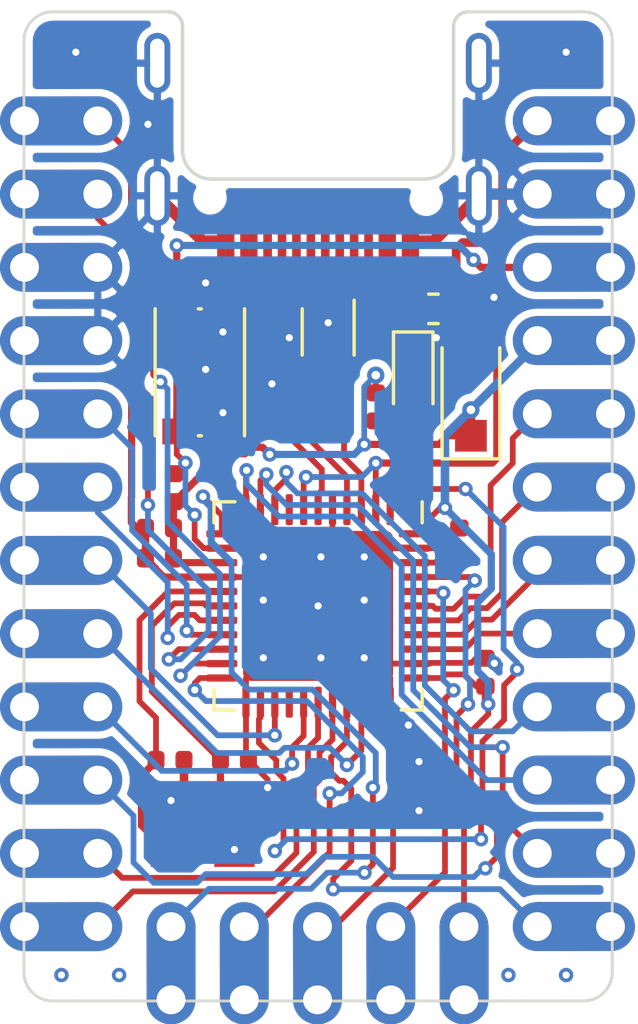
<source format=kicad_pcb>
(kicad_pcb (version 20171130) (host pcbnew 5.1.5-52549c5~84~ubuntu19.10.1)

  (general
    (thickness 1.6)
    (drawings 10)
    (tracks 618)
    (zones 0)
    (modules 24)
    (nets 42)
  )

  (page A4)
  (title_block
    (rev 0)
    (company "Josh Johnson")
  )

  (layers
    (0 F.Cu signal)
    (31 B.Cu signal)
    (32 B.Adhes user)
    (33 F.Adhes user)
    (34 B.Paste user)
    (35 F.Paste user)
    (36 B.SilkS user)
    (37 F.SilkS user)
    (38 B.Mask user)
    (39 F.Mask user)
    (40 Dwgs.User user)
    (41 Cmts.User user)
    (42 Eco1.User user)
    (43 Eco2.User user)
    (44 Edge.Cuts user)
    (45 Margin user)
    (46 B.CrtYd user)
    (47 F.CrtYd user)
    (48 B.Fab user hide)
    (49 F.Fab user hide)
  )

  (setup
    (last_trace_width 0.4)
    (user_trace_width 0.2)
    (user_trace_width 0.3)
    (user_trace_width 0.4)
    (trace_clearance 0.2)
    (zone_clearance 0.3)
    (zone_45_only no)
    (trace_min 0.15)
    (via_size 0.5)
    (via_drill 0.25)
    (via_min_size 0.5)
    (via_min_drill 0.25)
    (user_via 0.6 0.3)
    (uvia_size 0.3)
    (uvia_drill 0.1)
    (uvias_allowed no)
    (uvia_min_size 0.2)
    (uvia_min_drill 0.1)
    (edge_width 0.1)
    (segment_width 0.2)
    (pcb_text_width 0.3)
    (pcb_text_size 1.5 1.5)
    (mod_edge_width 0.15)
    (mod_text_size 1 1)
    (mod_text_width 0.15)
    (pad_size 1.524 1.524)
    (pad_drill 0.762)
    (pad_to_mask_clearance 0)
    (aux_axis_origin 0 0)
    (visible_elements 7FFFFFFF)
    (pcbplotparams
      (layerselection 0x010fc_ffffffff)
      (usegerberextensions false)
      (usegerberattributes false)
      (usegerberadvancedattributes false)
      (creategerberjobfile false)
      (excludeedgelayer true)
      (linewidth 0.100000)
      (plotframeref false)
      (viasonmask false)
      (mode 1)
      (useauxorigin false)
      (hpglpennumber 1)
      (hpglpenspeed 20)
      (hpglpendiameter 15.000000)
      (psnegative false)
      (psa4output false)
      (plotreference true)
      (plotvalue true)
      (plotinvisibletext false)
      (padsonsilk false)
      (subtractmaskfromsilk false)
      (outputformat 1)
      (mirror false)
      (drillshape 1)
      (scaleselection 1)
      (outputdirectory ""))
  )

  (net 0 "")
  (net 1 GND)
  (net 2 "Net-(C1-Pad1)")
  (net 3 "Net-(C2-Pad1)")
  (net 4 "Net-(C3-Pad1)")
  (net 5 "Net-(C4-Pad1)")
  (net 6 +5V)
  (net 7 VBUS)
  (net 8 "Net-(D2-Pad2)")
  (net 9 "Net-(F1-Pad2)")
  (net 10 "Net-(J1-PadA6)")
  (net 11 "Net-(J1-PadA5)")
  (net 12 "Net-(J1-PadA7)")
  (net 13 "Net-(J1-PadB5)")
  (net 14 /nRST)
  (net 15 /USB_D+)
  (net 16 /USB_D-)
  (net 17 /PD3)
  (net 18 /PD2)
  (net 19 /PD1)
  (net 20 /PD0)
  (net 21 /PD4)
  (net 22 /PC6)
  (net 23 /PD7)
  (net 24 /PE6)
  (net 25 /PB4)
  (net 26 /PB5)
  (net 27 /PB7)
  (net 28 /PD5)
  (net 29 /PC7)
  (net 30 /PF1)
  (net 31 /PF0)
  (net 32 /PB6)
  (net 33 /PB2)
  (net 34 /PB3)
  (net 35 /PB1)
  (net 36 /PF7)
  (net 37 /PF6)
  (net 38 /PF5)
  (net 39 /PF4)
  (net 40 /D+)
  (net 41 /D-)

  (net_class Default "This is the default net class."
    (clearance 0.2)
    (trace_width 0.25)
    (via_dia 0.5)
    (via_drill 0.25)
    (uvia_dia 0.3)
    (uvia_drill 0.1)
    (add_net +5V)
    (add_net /D+)
    (add_net /D-)
    (add_net /PB1)
    (add_net /PB2)
    (add_net /PB3)
    (add_net /PB4)
    (add_net /PB5)
    (add_net /PB6)
    (add_net /PB7)
    (add_net /PC6)
    (add_net /PC7)
    (add_net /PD0)
    (add_net /PD1)
    (add_net /PD2)
    (add_net /PD3)
    (add_net /PD4)
    (add_net /PD5)
    (add_net /PD7)
    (add_net /PE6)
    (add_net /PF0)
    (add_net /PF1)
    (add_net /PF4)
    (add_net /PF5)
    (add_net /PF6)
    (add_net /PF7)
    (add_net /USB_D+)
    (add_net /USB_D-)
    (add_net /nRST)
    (add_net GND)
    (add_net "Net-(C1-Pad1)")
    (add_net "Net-(C2-Pad1)")
    (add_net "Net-(C3-Pad1)")
    (add_net "Net-(C4-Pad1)")
    (add_net "Net-(D2-Pad2)")
    (add_net "Net-(F1-Pad2)")
    (add_net "Net-(J1-PadA5)")
    (add_net "Net-(J1-PadA6)")
    (add_net "Net-(J1-PadA7)")
    (add_net "Net-(J1-PadB5)")
    (add_net VBUS)
  )

  (module josh-buttons-switches:SW_Push_1P1T_NO_CK_KMR2 (layer F.Cu) (tedit 5E152F1F) (tstamp 5E15BCA6)
    (at 178.8 64.6 270)
    (descr "CK components KMR2 tactile switch http://www.ckswitches.com/media/1479/kmr2.pdf")
    (tags "tactile switch kmr2")
    (path /5E1E84A7)
    (attr smd)
    (fp_text reference SW1 (at 0 -2.45 90) (layer F.SilkS) hide
      (effects (font (size 1 1) (thickness 0.15)))
    )
    (fp_text value SW_Push (at 0 2.55 90) (layer F.Fab)
      (effects (font (size 1 1) (thickness 0.15)))
    )
    (fp_line (start -2.2 0.05) (end -2.2 -0.05) (layer F.SilkS) (width 0.12))
    (fp_line (start 2.2 -1.55) (end -2.2 -1.55) (layer F.SilkS) (width 0.12))
    (fp_line (start -2.2 1.55) (end 2.2 1.55) (layer F.SilkS) (width 0.12))
    (fp_circle (center 0 0) (end 0 0.8) (layer F.Fab) (width 0.1))
    (fp_line (start -2.8 1.8) (end -2.8 -1.8) (layer F.CrtYd) (width 0.05))
    (fp_line (start 2.8 1.8) (end -2.8 1.8) (layer F.CrtYd) (width 0.05))
    (fp_line (start 2.8 -1.8) (end 2.8 1.8) (layer F.CrtYd) (width 0.05))
    (fp_line (start -2.8 -1.8) (end 2.8 -1.8) (layer F.CrtYd) (width 0.05))
    (fp_line (start 2.2 0.05) (end 2.2 -0.05) (layer F.SilkS) (width 0.12))
    (fp_line (start -2.1 1.4) (end -2.1 -1.4) (layer F.Fab) (width 0.1))
    (fp_line (start 2.1 1.4) (end -2.1 1.4) (layer F.Fab) (width 0.1))
    (fp_line (start 2.1 -1.4) (end 2.1 1.4) (layer F.Fab) (width 0.1))
    (fp_line (start -2.1 -1.4) (end 2.1 -1.4) (layer F.Fab) (width 0.1))
    (fp_text user %R (at 0 -2.45 90) (layer F.Fab) hide
      (effects (font (size 1 1) (thickness 0.15)))
    )
    (pad 2 smd rect (at 2.05 0.8 270) (size 0.9 1) (layers F.Cu F.Paste F.Mask)
      (net 14 /nRST))
    (pad 1 smd rect (at 2.05 -0.8 270) (size 0.9 1) (layers F.Cu F.Paste F.Mask)
      (net 1 GND))
    (pad 2 smd rect (at -2.05 0.8 270) (size 0.9 1) (layers F.Cu F.Paste F.Mask)
      (net 14 /nRST))
    (pad 1 smd rect (at -2.05 -0.8 270) (size 0.9 1) (layers F.Cu F.Paste F.Mask)
      (net 1 GND))
    (model ${KIPRJMOD}/../../josh-kicad-lib/packages3d/josh-buttons-switches/CK-KMR2.STEP
      (at (xyz 0 0 0))
      (scale (xyz 1 1 1))
      (rotate (xyz 0 0 0))
    )
  )

  (module Capacitor_SMD:C_0402_1005Metric (layer F.Cu) (tedit 5B301BBE) (tstamp 5E15BB3C)
    (at 188.7 75 90)
    (descr "Capacitor SMD 0402 (1005 Metric), square (rectangular) end terminal, IPC_7351 nominal, (Body size source: http://www.tortai-tech.com/upload/download/2011102023233369053.pdf), generated with kicad-footprint-generator")
    (tags capacitor)
    (path /5E1669DB)
    (attr smd)
    (fp_text reference C7 (at 0 -1.17 90) (layer F.SilkS) hide
      (effects (font (size 1 1) (thickness 0.15)))
    )
    (fp_text value 100n (at 0 1.17 90) (layer F.Fab)
      (effects (font (size 1 1) (thickness 0.15)))
    )
    (fp_text user %R (at 0 0 90) (layer F.Fab) hide
      (effects (font (size 0.25 0.25) (thickness 0.04)))
    )
    (fp_line (start 0.93 0.47) (end -0.93 0.47) (layer F.CrtYd) (width 0.05))
    (fp_line (start 0.93 -0.47) (end 0.93 0.47) (layer F.CrtYd) (width 0.05))
    (fp_line (start -0.93 -0.47) (end 0.93 -0.47) (layer F.CrtYd) (width 0.05))
    (fp_line (start -0.93 0.47) (end -0.93 -0.47) (layer F.CrtYd) (width 0.05))
    (fp_line (start 0.5 0.25) (end -0.5 0.25) (layer F.Fab) (width 0.1))
    (fp_line (start 0.5 -0.25) (end 0.5 0.25) (layer F.Fab) (width 0.1))
    (fp_line (start -0.5 -0.25) (end 0.5 -0.25) (layer F.Fab) (width 0.1))
    (fp_line (start -0.5 0.25) (end -0.5 -0.25) (layer F.Fab) (width 0.1))
    (pad 2 smd roundrect (at 0.485 0 90) (size 0.59 0.64) (layers F.Cu F.Paste F.Mask) (roundrect_rratio 0.25)
      (net 1 GND))
    (pad 1 smd roundrect (at -0.485 0 90) (size 0.59 0.64) (layers F.Cu F.Paste F.Mask) (roundrect_rratio 0.25)
      (net 6 +5V))
    (model ${KISYS3DMOD}/Capacitor_SMD.3dshapes/C_0402_1005Metric.wrl
      (at (xyz 0 0 0))
      (scale (xyz 1 1 1))
      (rotate (xyz 0 0 0))
    )
  )

  (module josh-passives-smt:Fuse_0603_1608Metric (layer F.Cu) (tedit 5E155C35) (tstamp 5E15BB79)
    (at 186.9 62.4 180)
    (descr "Fuse SMD 0603 (1608 Metric), square (rectangular) end terminal, IPC_7351 nominal, (Body size source: http://www.tortai-tech.com/upload/download/2011102023233369053.pdf), generated with kicad-footprint-generator")
    (tags resistor)
    (path /5E24D578)
    (attr smd)
    (fp_text reference F1 (at 0 -1.43) (layer F.SilkS) hide
      (effects (font (size 1 1) (thickness 0.15)))
    )
    (fp_text value 500mA (at 0 1.43) (layer F.Fab)
      (effects (font (size 1 1) (thickness 0.15)))
    )
    (fp_text user %R (at 0 0) (layer F.Fab)
      (effects (font (size 0.4 0.4) (thickness 0.06)))
    )
    (fp_line (start 1.48 0.73) (end -1.48 0.73) (layer F.CrtYd) (width 0.05))
    (fp_line (start 1.48 -0.73) (end 1.48 0.73) (layer F.CrtYd) (width 0.05))
    (fp_line (start -1.48 -0.73) (end 1.48 -0.73) (layer F.CrtYd) (width 0.05))
    (fp_line (start -1.48 0.73) (end -1.48 -0.73) (layer F.CrtYd) (width 0.05))
    (fp_line (start -0.162779 0.51) (end 0.162779 0.51) (layer F.SilkS) (width 0.12))
    (fp_line (start -0.162779 -0.51) (end 0.162779 -0.51) (layer F.SilkS) (width 0.12))
    (fp_line (start 0.8 0.4) (end -0.8 0.4) (layer F.Fab) (width 0.1))
    (fp_line (start 0.8 -0.4) (end 0.8 0.4) (layer F.Fab) (width 0.1))
    (fp_line (start -0.8 -0.4) (end 0.8 -0.4) (layer F.Fab) (width 0.1))
    (fp_line (start -0.8 0.4) (end -0.8 -0.4) (layer F.Fab) (width 0.1))
    (pad 2 smd roundrect (at 0.7875 0 180) (size 0.875 0.95) (layers F.Cu F.Paste F.Mask) (roundrect_rratio 0.25)
      (net 9 "Net-(F1-Pad2)"))
    (pad 1 smd roundrect (at -0.7875 0 180) (size 0.875 0.95) (layers F.Cu F.Paste F.Mask) (roundrect_rratio 0.25)
      (net 7 VBUS))
    (model ${KIPRJMOD}/../../josh-kicad-lib/packages3d/josh-passives-smt/06030-ptc.step
      (at (xyz 0 0 0))
      (scale (xyz 1 1 1))
      (rotate (xyz 0 0 0))
    )
  )

  (module Resistor_SMD:R_0402_1005Metric (layer F.Cu) (tedit 5B301BBD) (tstamp 5E15F81D)
    (at 183.8 65.8 90)
    (descr "Resistor SMD 0402 (1005 Metric), square (rectangular) end terminal, IPC_7351 nominal, (Body size source: http://www.tortai-tech.com/upload/download/2011102023233369053.pdf), generated with kicad-footprint-generator")
    (tags resistor)
    (path /5E3BA57F)
    (attr smd)
    (fp_text reference R6 (at 0 -1.17 90) (layer F.SilkS) hide
      (effects (font (size 1 1) (thickness 0.15)))
    )
    (fp_text value 22R (at 0 1.17 90) (layer F.Fab)
      (effects (font (size 1 1) (thickness 0.15)))
    )
    (fp_text user %R (at 0 0 90) (layer F.Fab) hide
      (effects (font (size 0.25 0.25) (thickness 0.04)))
    )
    (fp_line (start 0.93 0.47) (end -0.93 0.47) (layer F.CrtYd) (width 0.05))
    (fp_line (start 0.93 -0.47) (end 0.93 0.47) (layer F.CrtYd) (width 0.05))
    (fp_line (start -0.93 -0.47) (end 0.93 -0.47) (layer F.CrtYd) (width 0.05))
    (fp_line (start -0.93 0.47) (end -0.93 -0.47) (layer F.CrtYd) (width 0.05))
    (fp_line (start 0.5 0.25) (end -0.5 0.25) (layer F.Fab) (width 0.1))
    (fp_line (start 0.5 -0.25) (end 0.5 0.25) (layer F.Fab) (width 0.1))
    (fp_line (start -0.5 -0.25) (end 0.5 -0.25) (layer F.Fab) (width 0.1))
    (fp_line (start -0.5 0.25) (end -0.5 -0.25) (layer F.Fab) (width 0.1))
    (pad 2 smd roundrect (at 0.485 0 90) (size 0.59 0.64) (layers F.Cu F.Paste F.Mask) (roundrect_rratio 0.25)
      (net 16 /USB_D-))
    (pad 1 smd roundrect (at -0.485 0 90) (size 0.59 0.64) (layers F.Cu F.Paste F.Mask) (roundrect_rratio 0.25)
      (net 41 /D-))
    (model ${KISYS3DMOD}/Resistor_SMD.3dshapes/R_0402_1005Metric.wrl
      (at (xyz 0 0 0))
      (scale (xyz 1 1 1))
      (rotate (xyz 0 0 0))
    )
  )

  (module Resistor_SMD:R_0402_1005Metric (layer F.Cu) (tedit 5B301BBD) (tstamp 5E15BC7F)
    (at 182.7 65.8 90)
    (descr "Resistor SMD 0402 (1005 Metric), square (rectangular) end terminal, IPC_7351 nominal, (Body size source: http://www.tortai-tech.com/upload/download/2011102023233369053.pdf), generated with kicad-footprint-generator")
    (tags resistor)
    (path /5E3BA579)
    (attr smd)
    (fp_text reference R5 (at 0 -1.17 90) (layer F.SilkS) hide
      (effects (font (size 1 1) (thickness 0.15)))
    )
    (fp_text value 22R (at 0 1.17 90) (layer F.Fab)
      (effects (font (size 1 1) (thickness 0.15)))
    )
    (fp_text user %R (at 0 0 90) (layer F.Fab) hide
      (effects (font (size 0.25 0.25) (thickness 0.04)))
    )
    (fp_line (start 0.93 0.47) (end -0.93 0.47) (layer F.CrtYd) (width 0.05))
    (fp_line (start 0.93 -0.47) (end 0.93 0.47) (layer F.CrtYd) (width 0.05))
    (fp_line (start -0.93 -0.47) (end 0.93 -0.47) (layer F.CrtYd) (width 0.05))
    (fp_line (start -0.93 0.47) (end -0.93 -0.47) (layer F.CrtYd) (width 0.05))
    (fp_line (start 0.5 0.25) (end -0.5 0.25) (layer F.Fab) (width 0.1))
    (fp_line (start 0.5 -0.25) (end 0.5 0.25) (layer F.Fab) (width 0.1))
    (fp_line (start -0.5 -0.25) (end 0.5 -0.25) (layer F.Fab) (width 0.1))
    (fp_line (start -0.5 0.25) (end -0.5 -0.25) (layer F.Fab) (width 0.1))
    (pad 2 smd roundrect (at 0.485 0 90) (size 0.59 0.64) (layers F.Cu F.Paste F.Mask) (roundrect_rratio 0.25)
      (net 15 /USB_D+))
    (pad 1 smd roundrect (at -0.485 0 90) (size 0.59 0.64) (layers F.Cu F.Paste F.Mask) (roundrect_rratio 0.25)
      (net 40 /D+))
    (model ${KISYS3DMOD}/Resistor_SMD.3dshapes/R_0402_1005Metric.wrl
      (at (xyz 0 0 0))
      (scale (xyz 1 1 1))
      (rotate (xyz 0 0 0))
    )
  )

  (module Resistor_SMD:R_0402_1005Metric (layer F.Cu) (tedit 5B301BBD) (tstamp 5E15BC6E)
    (at 184.9 65.8 270)
    (descr "Resistor SMD 0402 (1005 Metric), square (rectangular) end terminal, IPC_7351 nominal, (Body size source: http://www.tortai-tech.com/upload/download/2011102023233369053.pdf), generated with kicad-footprint-generator")
    (tags resistor)
    (path /5E35A0CC)
    (attr smd)
    (fp_text reference R4 (at 0 -1.17 90) (layer F.SilkS) hide
      (effects (font (size 1 1) (thickness 0.15)))
    )
    (fp_text value 2K2 (at 0 1.17 90) (layer F.Fab)
      (effects (font (size 1 1) (thickness 0.15)))
    )
    (fp_text user %R (at 0 0 90) (layer F.Fab) hide
      (effects (font (size 0.25 0.25) (thickness 0.04)))
    )
    (fp_line (start 0.93 0.47) (end -0.93 0.47) (layer F.CrtYd) (width 0.05))
    (fp_line (start 0.93 -0.47) (end 0.93 0.47) (layer F.CrtYd) (width 0.05))
    (fp_line (start -0.93 -0.47) (end 0.93 -0.47) (layer F.CrtYd) (width 0.05))
    (fp_line (start -0.93 0.47) (end -0.93 -0.47) (layer F.CrtYd) (width 0.05))
    (fp_line (start 0.5 0.25) (end -0.5 0.25) (layer F.Fab) (width 0.1))
    (fp_line (start 0.5 -0.25) (end 0.5 0.25) (layer F.Fab) (width 0.1))
    (fp_line (start -0.5 -0.25) (end 0.5 -0.25) (layer F.Fab) (width 0.1))
    (fp_line (start -0.5 0.25) (end -0.5 -0.25) (layer F.Fab) (width 0.1))
    (pad 2 smd roundrect (at 0.485 0 270) (size 0.59 0.64) (layers F.Cu F.Paste F.Mask) (roundrect_rratio 0.25)
      (net 8 "Net-(D2-Pad2)"))
    (pad 1 smd roundrect (at -0.485 0 270) (size 0.59 0.64) (layers F.Cu F.Paste F.Mask) (roundrect_rratio 0.25)
      (net 6 +5V))
    (model ${KISYS3DMOD}/Resistor_SMD.3dshapes/R_0402_1005Metric.wrl
      (at (xyz 0 0 0))
      (scale (xyz 1 1 1))
      (rotate (xyz 0 0 0))
    )
  )

  (module Resistor_SMD:R_0402_1005Metric (layer F.Cu) (tedit 5B301BBD) (tstamp 5E16308F)
    (at 177.9 68.6 90)
    (descr "Resistor SMD 0402 (1005 Metric), square (rectangular) end terminal, IPC_7351 nominal, (Body size source: http://www.tortai-tech.com/upload/download/2011102023233369053.pdf), generated with kicad-footprint-generator")
    (tags resistor)
    (path /5E1E97C8)
    (attr smd)
    (fp_text reference R3 (at 0 -1.17 90) (layer F.SilkS) hide
      (effects (font (size 1 1) (thickness 0.15)))
    )
    (fp_text value 10K (at 0 1.17 90) (layer F.Fab)
      (effects (font (size 1 1) (thickness 0.15)))
    )
    (fp_text user %R (at 0 0 90) (layer F.Fab) hide
      (effects (font (size 0.25 0.25) (thickness 0.04)))
    )
    (fp_line (start 0.93 0.47) (end -0.93 0.47) (layer F.CrtYd) (width 0.05))
    (fp_line (start 0.93 -0.47) (end 0.93 0.47) (layer F.CrtYd) (width 0.05))
    (fp_line (start -0.93 -0.47) (end 0.93 -0.47) (layer F.CrtYd) (width 0.05))
    (fp_line (start -0.93 0.47) (end -0.93 -0.47) (layer F.CrtYd) (width 0.05))
    (fp_line (start 0.5 0.25) (end -0.5 0.25) (layer F.Fab) (width 0.1))
    (fp_line (start 0.5 -0.25) (end 0.5 0.25) (layer F.Fab) (width 0.1))
    (fp_line (start -0.5 -0.25) (end 0.5 -0.25) (layer F.Fab) (width 0.1))
    (fp_line (start -0.5 0.25) (end -0.5 -0.25) (layer F.Fab) (width 0.1))
    (pad 2 smd roundrect (at 0.485 0 90) (size 0.59 0.64) (layers F.Cu F.Paste F.Mask) (roundrect_rratio 0.25)
      (net 14 /nRST))
    (pad 1 smd roundrect (at -0.485 0 90) (size 0.59 0.64) (layers F.Cu F.Paste F.Mask) (roundrect_rratio 0.25)
      (net 6 +5V))
    (model ${KISYS3DMOD}/Resistor_SMD.3dshapes/R_0402_1005Metric.wrl
      (at (xyz 0 0 0))
      (scale (xyz 1 1 1))
      (rotate (xyz 0 0 0))
    )
  )

  (module Resistor_SMD:R_0402_1005Metric (layer F.Cu) (tedit 5B301BBD) (tstamp 5E15BC4C)
    (at 181.6 62.6 90)
    (descr "Resistor SMD 0402 (1005 Metric), square (rectangular) end terminal, IPC_7351 nominal, (Body size source: http://www.tortai-tech.com/upload/download/2011102023233369053.pdf), generated with kicad-footprint-generator")
    (tags resistor)
    (path /5E156CB1)
    (attr smd)
    (fp_text reference R2 (at 0 -1.17 90) (layer F.SilkS) hide
      (effects (font (size 1 1) (thickness 0.15)))
    )
    (fp_text value 5K1 (at 0 1.17 90) (layer F.Fab)
      (effects (font (size 1 1) (thickness 0.15)))
    )
    (fp_text user %R (at 0 0 90) (layer F.Fab) hide
      (effects (font (size 0.25 0.25) (thickness 0.04)))
    )
    (fp_line (start 0.93 0.47) (end -0.93 0.47) (layer F.CrtYd) (width 0.05))
    (fp_line (start 0.93 -0.47) (end 0.93 0.47) (layer F.CrtYd) (width 0.05))
    (fp_line (start -0.93 -0.47) (end 0.93 -0.47) (layer F.CrtYd) (width 0.05))
    (fp_line (start -0.93 0.47) (end -0.93 -0.47) (layer F.CrtYd) (width 0.05))
    (fp_line (start 0.5 0.25) (end -0.5 0.25) (layer F.Fab) (width 0.1))
    (fp_line (start 0.5 -0.25) (end 0.5 0.25) (layer F.Fab) (width 0.1))
    (fp_line (start -0.5 -0.25) (end 0.5 -0.25) (layer F.Fab) (width 0.1))
    (fp_line (start -0.5 0.25) (end -0.5 -0.25) (layer F.Fab) (width 0.1))
    (pad 2 smd roundrect (at 0.485 0 90) (size 0.59 0.64) (layers F.Cu F.Paste F.Mask) (roundrect_rratio 0.25)
      (net 13 "Net-(J1-PadB5)"))
    (pad 1 smd roundrect (at -0.485 0 90) (size 0.59 0.64) (layers F.Cu F.Paste F.Mask) (roundrect_rratio 0.25)
      (net 1 GND))
    (model ${KISYS3DMOD}/Resistor_SMD.3dshapes/R_0402_1005Metric.wrl
      (at (xyz 0 0 0))
      (scale (xyz 1 1 1))
      (rotate (xyz 0 0 0))
    )
  )

  (module Resistor_SMD:R_0402_1005Metric (layer F.Cu) (tedit 5B301BBD) (tstamp 5E175DF3)
    (at 184.9 62.6 90)
    (descr "Resistor SMD 0402 (1005 Metric), square (rectangular) end terminal, IPC_7351 nominal, (Body size source: http://www.tortai-tech.com/upload/download/2011102023233369053.pdf), generated with kicad-footprint-generator")
    (tags resistor)
    (path /5E15580F)
    (attr smd)
    (fp_text reference R1 (at 0 -1.17 90) (layer F.SilkS) hide
      (effects (font (size 1 1) (thickness 0.15)))
    )
    (fp_text value 5K1 (at 0 1.17 90) (layer F.Fab)
      (effects (font (size 1 1) (thickness 0.15)))
    )
    (fp_text user %R (at 0 0 90) (layer F.Fab) hide
      (effects (font (size 0.25 0.25) (thickness 0.04)))
    )
    (fp_line (start 0.93 0.47) (end -0.93 0.47) (layer F.CrtYd) (width 0.05))
    (fp_line (start 0.93 -0.47) (end 0.93 0.47) (layer F.CrtYd) (width 0.05))
    (fp_line (start -0.93 -0.47) (end 0.93 -0.47) (layer F.CrtYd) (width 0.05))
    (fp_line (start -0.93 0.47) (end -0.93 -0.47) (layer F.CrtYd) (width 0.05))
    (fp_line (start 0.5 0.25) (end -0.5 0.25) (layer F.Fab) (width 0.1))
    (fp_line (start 0.5 -0.25) (end 0.5 0.25) (layer F.Fab) (width 0.1))
    (fp_line (start -0.5 -0.25) (end 0.5 -0.25) (layer F.Fab) (width 0.1))
    (fp_line (start -0.5 0.25) (end -0.5 -0.25) (layer F.Fab) (width 0.1))
    (pad 2 smd roundrect (at 0.485 0 90) (size 0.59 0.64) (layers F.Cu F.Paste F.Mask) (roundrect_rratio 0.25)
      (net 11 "Net-(J1-PadA5)"))
    (pad 1 smd roundrect (at -0.485 0 90) (size 0.59 0.64) (layers F.Cu F.Paste F.Mask) (roundrect_rratio 0.25)
      (net 1 GND))
    (model ${KISYS3DMOD}/Resistor_SMD.3dshapes/R_0402_1005Metric.wrl
      (at (xyz 0 0 0))
      (scale (xyz 1 1 1))
      (rotate (xyz 0 0 0))
    )
  )

  (module Capacitor_SMD:C_0402_1005Metric (layer F.Cu) (tedit 5B301BBE) (tstamp 5E15BB2B)
    (at 177.4 71.05 180)
    (descr "Capacitor SMD 0402 (1005 Metric), square (rectangular) end terminal, IPC_7351 nominal, (Body size source: http://www.tortai-tech.com/upload/download/2011102023233369053.pdf), generated with kicad-footprint-generator")
    (tags capacitor)
    (path /5E167377)
    (attr smd)
    (fp_text reference C6 (at 0 -1.17) (layer F.SilkS) hide
      (effects (font (size 1 1) (thickness 0.15)))
    )
    (fp_text value 100n (at 0 1.17) (layer F.Fab)
      (effects (font (size 1 1) (thickness 0.15)))
    )
    (fp_text user %R (at 0 0) (layer F.Fab) hide
      (effects (font (size 0.25 0.25) (thickness 0.04)))
    )
    (fp_line (start 0.93 0.47) (end -0.93 0.47) (layer F.CrtYd) (width 0.05))
    (fp_line (start 0.93 -0.47) (end 0.93 0.47) (layer F.CrtYd) (width 0.05))
    (fp_line (start -0.93 -0.47) (end 0.93 -0.47) (layer F.CrtYd) (width 0.05))
    (fp_line (start -0.93 0.47) (end -0.93 -0.47) (layer F.CrtYd) (width 0.05))
    (fp_line (start 0.5 0.25) (end -0.5 0.25) (layer F.Fab) (width 0.1))
    (fp_line (start 0.5 -0.25) (end 0.5 0.25) (layer F.Fab) (width 0.1))
    (fp_line (start -0.5 -0.25) (end 0.5 -0.25) (layer F.Fab) (width 0.1))
    (fp_line (start -0.5 0.25) (end -0.5 -0.25) (layer F.Fab) (width 0.1))
    (pad 2 smd roundrect (at 0.485 0 180) (size 0.59 0.64) (layers F.Cu F.Paste F.Mask) (roundrect_rratio 0.25)
      (net 1 GND))
    (pad 1 smd roundrect (at -0.485 0 180) (size 0.59 0.64) (layers F.Cu F.Paste F.Mask) (roundrect_rratio 0.25)
      (net 6 +5V))
    (model ${KISYS3DMOD}/Capacitor_SMD.3dshapes/C_0402_1005Metric.wrl
      (at (xyz 0 0 0))
      (scale (xyz 1 1 1))
      (rotate (xyz 0 0 0))
    )
  )

  (module Capacitor_SMD:C_0402_1005Metric (layer F.Cu) (tedit 5B301BBE) (tstamp 5E177917)
    (at 177.4 70 180)
    (descr "Capacitor SMD 0402 (1005 Metric), square (rectangular) end terminal, IPC_7351 nominal, (Body size source: http://www.tortai-tech.com/upload/download/2011102023233369053.pdf), generated with kicad-footprint-generator")
    (tags capacitor)
    (path /5E167588)
    (attr smd)
    (fp_text reference C5 (at 0 -1.17) (layer F.SilkS) hide
      (effects (font (size 1 1) (thickness 0.15)))
    )
    (fp_text value 1u (at 0 1.17) (layer F.Fab)
      (effects (font (size 1 1) (thickness 0.15)))
    )
    (fp_text user %R (at 0 0) (layer F.Fab) hide
      (effects (font (size 0.25 0.25) (thickness 0.04)))
    )
    (fp_line (start 0.93 0.47) (end -0.93 0.47) (layer F.CrtYd) (width 0.05))
    (fp_line (start 0.93 -0.47) (end 0.93 0.47) (layer F.CrtYd) (width 0.05))
    (fp_line (start -0.93 -0.47) (end 0.93 -0.47) (layer F.CrtYd) (width 0.05))
    (fp_line (start -0.93 0.47) (end -0.93 -0.47) (layer F.CrtYd) (width 0.05))
    (fp_line (start 0.5 0.25) (end -0.5 0.25) (layer F.Fab) (width 0.1))
    (fp_line (start 0.5 -0.25) (end 0.5 0.25) (layer F.Fab) (width 0.1))
    (fp_line (start -0.5 -0.25) (end 0.5 -0.25) (layer F.Fab) (width 0.1))
    (fp_line (start -0.5 0.25) (end -0.5 -0.25) (layer F.Fab) (width 0.1))
    (pad 2 smd roundrect (at 0.485 0 180) (size 0.59 0.64) (layers F.Cu F.Paste F.Mask) (roundrect_rratio 0.25)
      (net 1 GND))
    (pad 1 smd roundrect (at -0.485 0 180) (size 0.59 0.64) (layers F.Cu F.Paste F.Mask) (roundrect_rratio 0.25)
      (net 6 +5V))
    (model ${KISYS3DMOD}/Capacitor_SMD.3dshapes/C_0402_1005Metric.wrl
      (at (xyz 0 0 0))
      (scale (xyz 1 1 1))
      (rotate (xyz 0 0 0))
    )
  )

  (module Capacitor_SMD:C_0402_1005Metric (layer F.Cu) (tedit 5B301BBE) (tstamp 5E15BB09)
    (at 181.6 65.8 90)
    (descr "Capacitor SMD 0402 (1005 Metric), square (rectangular) end terminal, IPC_7351 nominal, (Body size source: http://www.tortai-tech.com/upload/download/2011102023233369053.pdf), generated with kicad-footprint-generator")
    (tags capacitor)
    (path /5E1D6549)
    (attr smd)
    (fp_text reference C4 (at 0 -1.17 90) (layer F.SilkS) hide
      (effects (font (size 1 1) (thickness 0.15)))
    )
    (fp_text value 1u (at 0 1.17 90) (layer F.Fab)
      (effects (font (size 1 1) (thickness 0.15)))
    )
    (fp_text user %R (at 0 0 90) (layer F.Fab) hide
      (effects (font (size 0.25 0.25) (thickness 0.04)))
    )
    (fp_line (start 0.93 0.47) (end -0.93 0.47) (layer F.CrtYd) (width 0.05))
    (fp_line (start 0.93 -0.47) (end 0.93 0.47) (layer F.CrtYd) (width 0.05))
    (fp_line (start -0.93 -0.47) (end 0.93 -0.47) (layer F.CrtYd) (width 0.05))
    (fp_line (start -0.93 0.47) (end -0.93 -0.47) (layer F.CrtYd) (width 0.05))
    (fp_line (start 0.5 0.25) (end -0.5 0.25) (layer F.Fab) (width 0.1))
    (fp_line (start 0.5 -0.25) (end 0.5 0.25) (layer F.Fab) (width 0.1))
    (fp_line (start -0.5 -0.25) (end 0.5 -0.25) (layer F.Fab) (width 0.1))
    (fp_line (start -0.5 0.25) (end -0.5 -0.25) (layer F.Fab) (width 0.1))
    (pad 2 smd roundrect (at 0.485 0 90) (size 0.59 0.64) (layers F.Cu F.Paste F.Mask) (roundrect_rratio 0.25)
      (net 1 GND))
    (pad 1 smd roundrect (at -0.485 0 90) (size 0.59 0.64) (layers F.Cu F.Paste F.Mask) (roundrect_rratio 0.25)
      (net 5 "Net-(C4-Pad1)"))
    (model ${KISYS3DMOD}/Capacitor_SMD.3dshapes/C_0402_1005Metric.wrl
      (at (xyz 0 0 0))
      (scale (xyz 1 1 1))
      (rotate (xyz 0 0 0))
    )
  )

  (module Capacitor_SMD:C_0402_1005Metric (layer F.Cu) (tedit 5B301BBE) (tstamp 5E165FD0)
    (at 187.8 70.485 90)
    (descr "Capacitor SMD 0402 (1005 Metric), square (rectangular) end terminal, IPC_7351 nominal, (Body size source: http://www.tortai-tech.com/upload/download/2011102023233369053.pdf), generated with kicad-footprint-generator")
    (tags capacitor)
    (path /5E1DD8F2)
    (attr smd)
    (fp_text reference C3 (at 0 -1.17) (layer F.SilkS) hide
      (effects (font (size 1 1) (thickness 0.15)))
    )
    (fp_text value 100n (at 0 1.17 90) (layer F.Fab)
      (effects (font (size 1 1) (thickness 0.15)))
    )
    (fp_text user %R (at 0 0 90) (layer F.Fab) hide
      (effects (font (size 0.25 0.25) (thickness 0.04)))
    )
    (fp_line (start 0.93 0.47) (end -0.93 0.47) (layer F.CrtYd) (width 0.05))
    (fp_line (start 0.93 -0.47) (end 0.93 0.47) (layer F.CrtYd) (width 0.05))
    (fp_line (start -0.93 -0.47) (end 0.93 -0.47) (layer F.CrtYd) (width 0.05))
    (fp_line (start -0.93 0.47) (end -0.93 -0.47) (layer F.CrtYd) (width 0.05))
    (fp_line (start 0.5 0.25) (end -0.5 0.25) (layer F.Fab) (width 0.1))
    (fp_line (start 0.5 -0.25) (end 0.5 0.25) (layer F.Fab) (width 0.1))
    (fp_line (start -0.5 -0.25) (end 0.5 -0.25) (layer F.Fab) (width 0.1))
    (fp_line (start -0.5 0.25) (end -0.5 -0.25) (layer F.Fab) (width 0.1))
    (pad 2 smd roundrect (at 0.485 0 90) (size 0.59 0.64) (layers F.Cu F.Paste F.Mask) (roundrect_rratio 0.25)
      (net 1 GND))
    (pad 1 smd roundrect (at -0.485 0 90) (size 0.59 0.64) (layers F.Cu F.Paste F.Mask) (roundrect_rratio 0.25)
      (net 4 "Net-(C3-Pad1)"))
    (model ${KISYS3DMOD}/Capacitor_SMD.3dshapes/C_0402_1005Metric.wrl
      (at (xyz 0 0 0))
      (scale (xyz 1 1 1))
      (rotate (xyz 0 0 0))
    )
  )

  (module Capacitor_SMD:C_0402_1005Metric (layer F.Cu) (tedit 5B301BBE) (tstamp 5E15BAE7)
    (at 177.765 78.05)
    (descr "Capacitor SMD 0402 (1005 Metric), square (rectangular) end terminal, IPC_7351 nominal, (Body size source: http://www.tortai-tech.com/upload/download/2011102023233369053.pdf), generated with kicad-footprint-generator")
    (tags capacitor)
    (path /5E18840D)
    (attr smd)
    (fp_text reference C2 (at 0 -1.17) (layer F.SilkS) hide
      (effects (font (size 1 1) (thickness 0.15)))
    )
    (fp_text value 22p (at 0 1.17) (layer F.Fab)
      (effects (font (size 1 1) (thickness 0.15)))
    )
    (fp_text user %R (at 0 0) (layer F.Fab) hide
      (effects (font (size 0.25 0.25) (thickness 0.04)))
    )
    (fp_line (start 0.93 0.47) (end -0.93 0.47) (layer F.CrtYd) (width 0.05))
    (fp_line (start 0.93 -0.47) (end 0.93 0.47) (layer F.CrtYd) (width 0.05))
    (fp_line (start -0.93 -0.47) (end 0.93 -0.47) (layer F.CrtYd) (width 0.05))
    (fp_line (start -0.93 0.47) (end -0.93 -0.47) (layer F.CrtYd) (width 0.05))
    (fp_line (start 0.5 0.25) (end -0.5 0.25) (layer F.Fab) (width 0.1))
    (fp_line (start 0.5 -0.25) (end 0.5 0.25) (layer F.Fab) (width 0.1))
    (fp_line (start -0.5 -0.25) (end 0.5 -0.25) (layer F.Fab) (width 0.1))
    (fp_line (start -0.5 0.25) (end -0.5 -0.25) (layer F.Fab) (width 0.1))
    (pad 2 smd roundrect (at 0.485 0) (size 0.59 0.64) (layers F.Cu F.Paste F.Mask) (roundrect_rratio 0.25)
      (net 1 GND))
    (pad 1 smd roundrect (at -0.485 0) (size 0.59 0.64) (layers F.Cu F.Paste F.Mask) (roundrect_rratio 0.25)
      (net 3 "Net-(C2-Pad1)"))
    (model ${KISYS3DMOD}/Capacitor_SMD.3dshapes/C_0402_1005Metric.wrl
      (at (xyz 0 0 0))
      (scale (xyz 1 1 1))
      (rotate (xyz 0 0 0))
    )
  )

  (module Capacitor_SMD:C_0402_1005Metric (layer F.Cu) (tedit 5B301BBE) (tstamp 5E15BAD6)
    (at 180 78.05)
    (descr "Capacitor SMD 0402 (1005 Metric), square (rectangular) end terminal, IPC_7351 nominal, (Body size source: http://www.tortai-tech.com/upload/download/2011102023233369053.pdf), generated with kicad-footprint-generator")
    (tags capacitor)
    (path /5E187EB5)
    (attr smd)
    (fp_text reference C1 (at 0 -1.17) (layer F.SilkS) hide
      (effects (font (size 1 1) (thickness 0.15)))
    )
    (fp_text value 22p (at 0 1.17) (layer F.Fab)
      (effects (font (size 1 1) (thickness 0.15)))
    )
    (fp_text user %R (at 0 0) (layer F.Fab) hide
      (effects (font (size 0.25 0.25) (thickness 0.04)))
    )
    (fp_line (start 0.93 0.47) (end -0.93 0.47) (layer F.CrtYd) (width 0.05))
    (fp_line (start 0.93 -0.47) (end 0.93 0.47) (layer F.CrtYd) (width 0.05))
    (fp_line (start -0.93 -0.47) (end 0.93 -0.47) (layer F.CrtYd) (width 0.05))
    (fp_line (start -0.93 0.47) (end -0.93 -0.47) (layer F.CrtYd) (width 0.05))
    (fp_line (start 0.5 0.25) (end -0.5 0.25) (layer F.Fab) (width 0.1))
    (fp_line (start 0.5 -0.25) (end 0.5 0.25) (layer F.Fab) (width 0.1))
    (fp_line (start -0.5 -0.25) (end 0.5 -0.25) (layer F.Fab) (width 0.1))
    (fp_line (start -0.5 0.25) (end -0.5 -0.25) (layer F.Fab) (width 0.1))
    (pad 2 smd roundrect (at 0.485 0) (size 0.59 0.64) (layers F.Cu F.Paste F.Mask) (roundrect_rratio 0.25)
      (net 1 GND))
    (pad 1 smd roundrect (at -0.485 0) (size 0.59 0.64) (layers F.Cu F.Paste F.Mask) (roundrect_rratio 0.25)
      (net 2 "Net-(C1-Pad1)"))
    (model ${KISYS3DMOD}/Capacitor_SMD.3dshapes/C_0402_1005Metric.wrl
      (at (xyz 0 0 0))
      (scale (xyz 1 1 1))
      (rotate (xyz 0 0 0))
    )
  )

  (module josh-oscillators:Crystal_SMD_3225-4Pin_3.2x2.5mm (layer F.Cu) (tedit 5E153926) (tstamp 5E15BD22)
    (at 178.9 80.3 180)
    (descr "SMD Crystal SERIES SMD3225/4 http://www.txccrystal.com/images/pdf/7m-accuracy.pdf, 3.2x2.5mm^2 package")
    (tags "SMD SMT crystal")
    (path /5E17D253)
    (attr smd)
    (fp_text reference Y1 (at 0 -2.45) (layer F.SilkS) hide
      (effects (font (size 1 1) (thickness 0.15)))
    )
    (fp_text value 16MHz (at 0 2.45) (layer F.Fab)
      (effects (font (size 1 1) (thickness 0.15)))
    )
    (fp_line (start 2.1 -1.7) (end -2.1 -1.7) (layer F.CrtYd) (width 0.05))
    (fp_line (start 2.1 1.7) (end 2.1 -1.7) (layer F.CrtYd) (width 0.05))
    (fp_line (start -2.1 1.7) (end 2.1 1.7) (layer F.CrtYd) (width 0.05))
    (fp_line (start -2.1 -1.7) (end -2.1 1.7) (layer F.CrtYd) (width 0.05))
    (fp_line (start -1.6 0.25) (end -0.6 1.25) (layer F.Fab) (width 0.1))
    (fp_line (start 1.6 -1.25) (end -1.6 -1.25) (layer F.Fab) (width 0.1))
    (fp_line (start 1.6 1.25) (end 1.6 -1.25) (layer F.Fab) (width 0.1))
    (fp_line (start -1.6 1.25) (end 1.6 1.25) (layer F.Fab) (width 0.1))
    (fp_line (start -1.6 -1.25) (end -1.6 1.25) (layer F.Fab) (width 0.1))
    (fp_text user %R (at 0 0) (layer F.Fab) hide
      (effects (font (size 0.7 0.7) (thickness 0.105)))
    )
    (pad 4 smd rect (at -1.1 -0.85 180) (size 1.4 1.2) (layers F.Cu F.Paste F.Mask)
      (net 1 GND) (solder_paste_margin_ratio -0.2))
    (pad 3 smd rect (at 1.1 -0.85 180) (size 1.4 1.2) (layers F.Cu F.Paste F.Mask)
      (net 3 "Net-(C2-Pad1)") (solder_paste_margin_ratio -0.2))
    (pad 2 smd rect (at 1.1 0.85 180) (size 1.4 1.2) (layers F.Cu F.Paste F.Mask)
      (net 1 GND) (solder_paste_margin_ratio -0.2))
    (pad 1 smd rect (at -1.1 0.85 180) (size 1.4 1.2) (layers F.Cu F.Paste F.Mask)
      (net 2 "Net-(C1-Pad1)") (solder_paste_margin_ratio -0.2))
    (model ${KISYS3DMOD}/Crystal.3dshapes/Crystal_SMD_3225-4Pin_3.2x2.5mm.wrl
      (at (xyz 0 0 0))
      (scale (xyz 1 1 1))
      (rotate (xyz 0 0 0))
    )
  )

  (module josh-connectors:Castellated_P2.54x5 (layer F.Cu) (tedit 5E153528) (tstamp 5E15BBF4)
    (at 187.96 83.82 270)
    (path /5E332BD9)
    (fp_text reference J3 (at 1.38684 -1.63068 90) (layer F.SilkS) hide
      (effects (font (size 1 1) (thickness 0.15)))
    )
    (fp_text value "0.1\" x 5" (at 0 30.27 90) (layer F.Fab)
      (effects (font (size 1 1) (thickness 0.15)))
    )
    (fp_poly (pts (xy 2.54762 10.95502) (xy -0.00254 10.9601) (xy 0.01016 9.35736) (xy 2.56032 9.35736)) (layer B.Cu) (width 0.1))
    (fp_poly (pts (xy 2.54762 8.41502) (xy -0.00254 8.4201) (xy 0.01016 6.81736) (xy 2.56032 6.81736)) (layer B.Cu) (width 0.1))
    (fp_poly (pts (xy 2.54762 5.87502) (xy -0.00254 5.8801) (xy 0.01016 4.27736) (xy 2.56032 4.27736)) (layer B.Cu) (width 0.1))
    (fp_poly (pts (xy 2.54762 3.33502) (xy -0.00254 3.3401) (xy 0.01016 1.73736) (xy 2.56032 1.73736)) (layer B.Cu) (width 0.1))
    (fp_poly (pts (xy 2.55016 10.96) (xy 0 10.96508) (xy 0.0127 9.36234) (xy 2.56286 9.36234)) (layer B.Mask) (width 0.1))
    (fp_poly (pts (xy 2.55016 8.42) (xy 0 8.42508) (xy 0.0127 6.82234) (xy 2.56286 6.82234)) (layer B.Mask) (width 0.1))
    (fp_poly (pts (xy 2.55016 5.88) (xy 0 5.88508) (xy 0.0127 4.28234) (xy 2.56286 4.28234)) (layer B.Mask) (width 0.1))
    (fp_poly (pts (xy 2.55016 3.34) (xy 0 3.34508) (xy 0.0127 1.74234) (xy 2.56286 1.74234)) (layer B.Mask) (width 0.1))
    (fp_poly (pts (xy 2.55016 0.8) (xy 0 0.80508) (xy 0.0127 -0.79766) (xy 2.56286 -0.79766)) (layer B.Mask) (width 0.1))
    (fp_poly (pts (xy 2.54762 0.79502) (xy -0.00254 0.8001) (xy 0.01016 -0.80264) (xy 2.56032 -0.80264)) (layer B.Cu) (width 0.1))
    (fp_poly (pts (xy 2.55016 10.9601) (xy 0 10.96518) (xy 0.0127 9.36244) (xy 2.56286 9.36244)) (layer F.Mask) (width 0.1))
    (fp_poly (pts (xy 2.55016 8.4201) (xy 0 8.42518) (xy 0.0127 6.82244) (xy 2.56286 6.82244)) (layer F.Mask) (width 0.1))
    (fp_poly (pts (xy 2.55016 5.8801) (xy 0 5.88518) (xy 0.0127 4.28244) (xy 2.56286 4.28244)) (layer F.Mask) (width 0.1))
    (fp_poly (pts (xy 2.55016 3.3401) (xy 0 3.34518) (xy 0.0127 1.74244) (xy 2.56286 1.74244)) (layer F.Mask) (width 0.1))
    (fp_poly (pts (xy 2.54762 10.95502) (xy -0.00254 10.9601) (xy 0.01016 9.35736) (xy 2.56032 9.35736)) (layer F.Cu) (width 0.1))
    (fp_poly (pts (xy 2.54762 8.41502) (xy -0.00254 8.4201) (xy 0.01016 6.81736) (xy 2.56032 6.81736)) (layer F.Cu) (width 0.1))
    (fp_poly (pts (xy 2.54762 5.87502) (xy -0.00254 5.8801) (xy 0.01016 4.27736) (xy 2.56032 4.27736)) (layer F.Cu) (width 0.1))
    (fp_poly (pts (xy 2.54762 3.33502) (xy -0.00254 3.3401) (xy 0.01016 1.73736) (xy 2.56032 1.73736)) (layer F.Cu) (width 0.1))
    (fp_poly (pts (xy 2.54762 0.79502) (xy -0.00254 0.8001) (xy 0.01016 -0.80264) (xy 2.56032 -0.80264)) (layer F.Cu) (width 0.1))
    (fp_poly (pts (xy 2.55016 0.8001) (xy 0 0.80518) (xy 0.0127 -0.79756) (xy 2.56286 -0.79756)) (layer F.Mask) (width 0.1))
    (pad 5 thru_hole circle (at 2.54 10.16 270) (size 1.7 1.7) (drill 1) (layers *.Cu *.Mask)
      (net 27 /PB7))
    (pad 4 thru_hole circle (at 2.54 7.62 270) (size 1.7 1.7) (drill 1) (layers *.Cu *.Mask)
      (net 28 /PD5))
    (pad 3 thru_hole circle (at 2.54 5.08 270) (size 1.7 1.7) (drill 1) (layers *.Cu *.Mask)
      (net 29 /PC7))
    (pad 2 thru_hole circle (at 2.54 2.54 270) (size 1.7 1.7) (drill 1) (layers *.Cu *.Mask)
      (net 30 /PF1))
    (pad 5 thru_hole circle (at 0 10.16 270) (size 1.7 1.7) (drill 1) (layers *.Cu *.Mask)
      (net 27 /PB7))
    (pad 4 thru_hole circle (at 0 7.62 270) (size 1.7 1.7) (drill 1) (layers *.Cu *.Mask)
      (net 28 /PD5))
    (pad 3 thru_hole circle (at 0 5.08 270) (size 1.7 1.7) (drill 1) (layers *.Cu *.Mask)
      (net 29 /PC7))
    (pad 2 thru_hole circle (at 0 2.54 270) (size 1.7 1.7) (drill 1) (layers *.Cu *.Mask)
      (net 30 /PF1))
    (pad 1 thru_hole circle (at 2.54 0 270) (size 1.7 1.7) (drill 1) (layers *.Cu *.Mask)
      (net 31 /PF0))
    (pad 1 thru_hole circle (at 0 0 270) (size 1.7 1.7) (drill 1) (layers *.Cu *.Mask)
      (net 31 /PF0))
  )

  (module Package_DFN_QFN:QFN-44-1EP_7x7mm_P0.5mm_EP5.2x5.2mm (layer F.Cu) (tedit 5C26A111) (tstamp 5E15BD0E)
    (at 182.9 72.7 270)
    (descr "QFN, 44 Pin (http://ww1.microchip.com/downloads/en/DeviceDoc/2512S.pdf#page=17), generated with kicad-footprint-generator ipc_dfn_qfn_generator.py")
    (tags "QFN DFN_QFN")
    (path /5E152258)
    (attr smd)
    (fp_text reference U2 (at 0 -4.82 90) (layer F.SilkS) hide
      (effects (font (size 1 1) (thickness 0.15)))
    )
    (fp_text value ATmega32U4-MU (at 0 4.82 90) (layer F.Fab)
      (effects (font (size 1 1) (thickness 0.15)))
    )
    (fp_line (start 2.885 -3.61) (end 3.61 -3.61) (layer F.SilkS) (width 0.12))
    (fp_line (start 3.61 -3.61) (end 3.61 -2.885) (layer F.SilkS) (width 0.12))
    (fp_line (start -2.885 3.61) (end -3.61 3.61) (layer F.SilkS) (width 0.12))
    (fp_line (start -3.61 3.61) (end -3.61 2.885) (layer F.SilkS) (width 0.12))
    (fp_line (start 2.885 3.61) (end 3.61 3.61) (layer F.SilkS) (width 0.12))
    (fp_line (start 3.61 3.61) (end 3.61 2.885) (layer F.SilkS) (width 0.12))
    (fp_line (start -2.885 -3.61) (end -3.61 -3.61) (layer F.SilkS) (width 0.12))
    (fp_line (start -2.5 -3.5) (end 3.5 -3.5) (layer F.Fab) (width 0.1))
    (fp_line (start 3.5 -3.5) (end 3.5 3.5) (layer F.Fab) (width 0.1))
    (fp_line (start 3.5 3.5) (end -3.5 3.5) (layer F.Fab) (width 0.1))
    (fp_line (start -3.5 3.5) (end -3.5 -2.5) (layer F.Fab) (width 0.1))
    (fp_line (start -3.5 -2.5) (end -2.5 -3.5) (layer F.Fab) (width 0.1))
    (fp_line (start -4.12 -4.12) (end -4.12 4.12) (layer F.CrtYd) (width 0.05))
    (fp_line (start -4.12 4.12) (end 4.12 4.12) (layer F.CrtYd) (width 0.05))
    (fp_line (start 4.12 4.12) (end 4.12 -4.12) (layer F.CrtYd) (width 0.05))
    (fp_line (start 4.12 -4.12) (end -4.12 -4.12) (layer F.CrtYd) (width 0.05))
    (fp_text user %R (at 0 0 90) (layer F.Fab) hide
      (effects (font (size 1 1) (thickness 0.15)))
    )
    (pad 45 smd roundrect (at 0 0 270) (size 5.2 5.2) (layers F.Cu F.Mask) (roundrect_rratio 0.048077)
      (net 1 GND))
    (pad "" smd roundrect (at -1.95 -1.95 270) (size 1.05 1.05) (layers F.Paste) (roundrect_rratio 0.238095))
    (pad "" smd roundrect (at -1.95 -0.65 270) (size 1.05 1.05) (layers F.Paste) (roundrect_rratio 0.238095))
    (pad "" smd roundrect (at -1.95 0.65 270) (size 1.05 1.05) (layers F.Paste) (roundrect_rratio 0.238095))
    (pad "" smd roundrect (at -1.95 1.95 270) (size 1.05 1.05) (layers F.Paste) (roundrect_rratio 0.238095))
    (pad "" smd roundrect (at -0.65 -1.95 270) (size 1.05 1.05) (layers F.Paste) (roundrect_rratio 0.238095))
    (pad "" smd roundrect (at -0.65 -0.65 270) (size 1.05 1.05) (layers F.Paste) (roundrect_rratio 0.238095))
    (pad "" smd roundrect (at -0.65 0.65 270) (size 1.05 1.05) (layers F.Paste) (roundrect_rratio 0.238095))
    (pad "" smd roundrect (at -0.65 1.95 270) (size 1.05 1.05) (layers F.Paste) (roundrect_rratio 0.238095))
    (pad "" smd roundrect (at 0.65 -1.95 270) (size 1.05 1.05) (layers F.Paste) (roundrect_rratio 0.238095))
    (pad "" smd roundrect (at 0.65 -0.65 270) (size 1.05 1.05) (layers F.Paste) (roundrect_rratio 0.238095))
    (pad "" smd roundrect (at 0.65 0.65 270) (size 1.05 1.05) (layers F.Paste) (roundrect_rratio 0.238095))
    (pad "" smd roundrect (at 0.65 1.95 270) (size 1.05 1.05) (layers F.Paste) (roundrect_rratio 0.238095))
    (pad "" smd roundrect (at 1.95 -1.95 270) (size 1.05 1.05) (layers F.Paste) (roundrect_rratio 0.238095))
    (pad "" smd roundrect (at 1.95 -0.65 270) (size 1.05 1.05) (layers F.Paste) (roundrect_rratio 0.238095))
    (pad "" smd roundrect (at 1.95 0.65 270) (size 1.05 1.05) (layers F.Paste) (roundrect_rratio 0.238095))
    (pad "" smd roundrect (at 1.95 1.95 270) (size 1.05 1.05) (layers F.Paste) (roundrect_rratio 0.238095))
    (pad 1 smd roundrect (at -3.3375 -2.5 270) (size 1.075 0.25) (layers F.Cu F.Paste F.Mask) (roundrect_rratio 0.25)
      (net 24 /PE6))
    (pad 2 smd roundrect (at -3.3375 -2 270) (size 1.075 0.25) (layers F.Cu F.Paste F.Mask) (roundrect_rratio 0.25)
      (net 7 VBUS))
    (pad 3 smd roundrect (at -3.3375 -1.5 270) (size 1.075 0.25) (layers F.Cu F.Paste F.Mask) (roundrect_rratio 0.25)
      (net 41 /D-))
    (pad 4 smd roundrect (at -3.3375 -1 270) (size 1.075 0.25) (layers F.Cu F.Paste F.Mask) (roundrect_rratio 0.25)
      (net 40 /D+))
    (pad 5 smd roundrect (at -3.3375 -0.5 270) (size 1.075 0.25) (layers F.Cu F.Paste F.Mask) (roundrect_rratio 0.25)
      (net 1 GND))
    (pad 6 smd roundrect (at -3.3375 0 270) (size 1.075 0.25) (layers F.Cu F.Paste F.Mask) (roundrect_rratio 0.25)
      (net 5 "Net-(C4-Pad1)"))
    (pad 7 smd roundrect (at -3.3375 0.5 270) (size 1.075 0.25) (layers F.Cu F.Paste F.Mask) (roundrect_rratio 0.25)
      (net 7 VBUS))
    (pad 8 smd roundrect (at -3.3375 1 270) (size 1.075 0.25) (layers F.Cu F.Paste F.Mask) (roundrect_rratio 0.25))
    (pad 9 smd roundrect (at -3.3375 1.5 270) (size 1.075 0.25) (layers F.Cu F.Paste F.Mask) (roundrect_rratio 0.25)
      (net 35 /PB1))
    (pad 10 smd roundrect (at -3.3375 2 270) (size 1.075 0.25) (layers F.Cu F.Paste F.Mask) (roundrect_rratio 0.25)
      (net 33 /PB2))
    (pad 11 smd roundrect (at -3.3375 2.5 270) (size 1.075 0.25) (layers F.Cu F.Paste F.Mask) (roundrect_rratio 0.25)
      (net 34 /PB3))
    (pad 12 smd roundrect (at -2.5 3.3375 270) (size 0.25 1.075) (layers F.Cu F.Paste F.Mask) (roundrect_rratio 0.25)
      (net 27 /PB7))
    (pad 13 smd roundrect (at -2 3.3375 270) (size 0.25 1.075) (layers F.Cu F.Paste F.Mask) (roundrect_rratio 0.25)
      (net 14 /nRST))
    (pad 14 smd roundrect (at -1.5 3.3375 270) (size 0.25 1.075) (layers F.Cu F.Paste F.Mask) (roundrect_rratio 0.25)
      (net 6 +5V))
    (pad 15 smd roundrect (at -1 3.3375 270) (size 0.25 1.075) (layers F.Cu F.Paste F.Mask) (roundrect_rratio 0.25)
      (net 1 GND))
    (pad 16 smd roundrect (at -0.5 3.3375 270) (size 0.25 1.075) (layers F.Cu F.Paste F.Mask) (roundrect_rratio 0.25)
      (net 3 "Net-(C2-Pad1)"))
    (pad 17 smd roundrect (at 0 3.3375 270) (size 0.25 1.075) (layers F.Cu F.Paste F.Mask) (roundrect_rratio 0.25)
      (net 2 "Net-(C1-Pad1)"))
    (pad 18 smd roundrect (at 0.5 3.3375 270) (size 0.25 1.075) (layers F.Cu F.Paste F.Mask) (roundrect_rratio 0.25)
      (net 20 /PD0))
    (pad 19 smd roundrect (at 1 3.3375 270) (size 0.25 1.075) (layers F.Cu F.Paste F.Mask) (roundrect_rratio 0.25)
      (net 19 /PD1))
    (pad 20 smd roundrect (at 1.5 3.3375 270) (size 0.25 1.075) (layers F.Cu F.Paste F.Mask) (roundrect_rratio 0.25)
      (net 18 /PD2))
    (pad 21 smd roundrect (at 2 3.3375 270) (size 0.25 1.075) (layers F.Cu F.Paste F.Mask) (roundrect_rratio 0.25)
      (net 17 /PD3))
    (pad 22 smd roundrect (at 2.5 3.3375 270) (size 0.25 1.075) (layers F.Cu F.Paste F.Mask) (roundrect_rratio 0.25)
      (net 28 /PD5))
    (pad 23 smd roundrect (at 3.3375 2.5 270) (size 1.075 0.25) (layers F.Cu F.Paste F.Mask) (roundrect_rratio 0.25)
      (net 1 GND))
    (pad 24 smd roundrect (at 3.3375 2 270) (size 1.075 0.25) (layers F.Cu F.Paste F.Mask) (roundrect_rratio 0.25)
      (net 6 +5V))
    (pad 25 smd roundrect (at 3.3375 1.5 270) (size 1.075 0.25) (layers F.Cu F.Paste F.Mask) (roundrect_rratio 0.25)
      (net 21 /PD4))
    (pad 26 smd roundrect (at 3.3375 1 270) (size 1.075 0.25) (layers F.Cu F.Paste F.Mask) (roundrect_rratio 0.25))
    (pad 27 smd roundrect (at 3.3375 0.5 270) (size 1.075 0.25) (layers F.Cu F.Paste F.Mask) (roundrect_rratio 0.25)
      (net 23 /PD7))
    (pad 28 smd roundrect (at 3.3375 0 270) (size 1.075 0.25) (layers F.Cu F.Paste F.Mask) (roundrect_rratio 0.25)
      (net 25 /PB4))
    (pad 29 smd roundrect (at 3.3375 -0.5 270) (size 1.075 0.25) (layers F.Cu F.Paste F.Mask) (roundrect_rratio 0.25)
      (net 26 /PB5))
    (pad 30 smd roundrect (at 3.3375 -1 270) (size 1.075 0.25) (layers F.Cu F.Paste F.Mask) (roundrect_rratio 0.25)
      (net 32 /PB6))
    (pad 31 smd roundrect (at 3.3375 -1.5 270) (size 1.075 0.25) (layers F.Cu F.Paste F.Mask) (roundrect_rratio 0.25)
      (net 22 /PC6))
    (pad 32 smd roundrect (at 3.3375 -2 270) (size 1.075 0.25) (layers F.Cu F.Paste F.Mask) (roundrect_rratio 0.25)
      (net 29 /PC7))
    (pad 33 smd roundrect (at 3.3375 -2.5 270) (size 1.075 0.25) (layers F.Cu F.Paste F.Mask) (roundrect_rratio 0.25)
      (net 1 GND))
    (pad 34 smd roundrect (at 2.5 -3.3375 270) (size 0.25 1.075) (layers F.Cu F.Paste F.Mask) (roundrect_rratio 0.25)
      (net 6 +5V))
    (pad 35 smd roundrect (at 2 -3.3375 270) (size 0.25 1.075) (layers F.Cu F.Paste F.Mask) (roundrect_rratio 0.25)
      (net 1 GND))
    (pad 36 smd roundrect (at 1.5 -3.3375 270) (size 0.25 1.075) (layers F.Cu F.Paste F.Mask) (roundrect_rratio 0.25)
      (net 36 /PF7))
    (pad 37 smd roundrect (at 1 -3.3375 270) (size 0.25 1.075) (layers F.Cu F.Paste F.Mask) (roundrect_rratio 0.25)
      (net 37 /PF6))
    (pad 38 smd roundrect (at 0.5 -3.3375 270) (size 0.25 1.075) (layers F.Cu F.Paste F.Mask) (roundrect_rratio 0.25)
      (net 38 /PF5))
    (pad 39 smd roundrect (at 0 -3.3375 270) (size 0.25 1.075) (layers F.Cu F.Paste F.Mask) (roundrect_rratio 0.25)
      (net 39 /PF4))
    (pad 40 smd roundrect (at -0.5 -3.3375 270) (size 0.25 1.075) (layers F.Cu F.Paste F.Mask) (roundrect_rratio 0.25)
      (net 30 /PF1))
    (pad 41 smd roundrect (at -1 -3.3375 270) (size 0.25 1.075) (layers F.Cu F.Paste F.Mask) (roundrect_rratio 0.25)
      (net 31 /PF0))
    (pad 42 smd roundrect (at -1.5 -3.3375 270) (size 0.25 1.075) (layers F.Cu F.Paste F.Mask) (roundrect_rratio 0.25)
      (net 4 "Net-(C3-Pad1)"))
    (pad 43 smd roundrect (at -2 -3.3375 270) (size 0.25 1.075) (layers F.Cu F.Paste F.Mask) (roundrect_rratio 0.25)
      (net 1 GND))
    (pad 44 smd roundrect (at -2.5 -3.3375 270) (size 0.25 1.075) (layers F.Cu F.Paste F.Mask) (roundrect_rratio 0.25)
      (net 6 +5V))
    (model ${KISYS3DMOD}/Package_DFN_QFN.3dshapes/QFN-44-1EP_7x7mm_P0.5mm_EP5.2x5.2mm.wrl
      (at (xyz 0 0 0))
      (scale (xyz 1 1 1))
      (rotate (xyz 0 0 0))
    )
  )

  (module Package_TO_SOT_SMD:SOT-666 (layer F.Cu) (tedit 5A02FF57) (tstamp 5E170203)
    (at 183.25 63.2 270)
    (descr SOT666)
    (tags SOT-666)
    (path /5E27B94E)
    (attr smd)
    (fp_text reference U1 (at 0 -1.75 180) (layer F.SilkS) hide
      (effects (font (size 1 1) (thickness 0.15)))
    )
    (fp_text value USBLC6-2P6 (at 0 1.75 270) (layer F.Fab)
      (effects (font (size 1 1) (thickness 0.15)))
    )
    (fp_line (start 1.5 1.1) (end 1.5 -1.1) (layer F.CrtYd) (width 0.05))
    (fp_line (start -1.5 -1.1) (end -1.5 1.1) (layer F.CrtYd) (width 0.05))
    (fp_line (start 0.65 0.85) (end -0.65 0.85) (layer F.Fab) (width 0.1))
    (fp_line (start 0.65 -0.85) (end 0.65 0.85) (layer F.Fab) (width 0.1))
    (fp_line (start -1.5 1.1) (end 1.5 1.1) (layer F.CrtYd) (width 0.05))
    (fp_line (start -0.65 -0.53) (end -0.65 0.85) (layer F.Fab) (width 0.1))
    (fp_line (start 0.65 -0.85) (end -0.33 -0.85) (layer F.Fab) (width 0.1))
    (fp_line (start -1.5 -1.1) (end 1.5 -1.1) (layer F.CrtYd) (width 0.05))
    (fp_line (start -0.8 0.9) (end 0.8 0.9) (layer F.SilkS) (width 0.12))
    (fp_line (start 0.8 -0.9) (end -1.1 -0.9) (layer F.SilkS) (width 0.12))
    (fp_line (start -0.65 -0.53) (end -0.33 -0.85) (layer F.Fab) (width 0.1))
    (fp_text user %R (at 0 0) (layer F.Fab) hide
      (effects (font (size 0.5 0.5) (thickness 0.075)))
    )
    (pad 6 smd rect (at 0.85 -0.5375 270) (size 0.5 0.375) (layers F.Cu F.Paste F.Mask)
      (net 16 /USB_D-))
    (pad 4 smd rect (at 0.85 0.5375 270) (size 0.5 0.375) (layers F.Cu F.Paste F.Mask)
      (net 15 /USB_D+))
    (pad 2 smd rect (at -0.925 0 270) (size 0.65 0.3) (layers F.Cu F.Paste F.Mask)
      (net 1 GND))
    (pad 5 smd rect (at 0.925 0 270) (size 0.65 0.3) (layers F.Cu F.Paste F.Mask)
      (net 9 "Net-(F1-Pad2)"))
    (pad 3 smd rect (at -0.85 0.5375 270) (size 0.5 0.375) (layers F.Cu F.Paste F.Mask)
      (net 10 "Net-(J1-PadA6)"))
    (pad 1 smd rect (at -0.85 -0.5375 270) (size 0.5 0.375) (layers F.Cu F.Paste F.Mask)
      (net 12 "Net-(J1-PadA7)"))
    (model ${KISYS3DMOD}/Package_TO_SOT_SMD.3dshapes/SOT-666.wrl
      (at (xyz 0 0 0))
      (scale (xyz 1 1 1))
      (rotate (xyz 0 0 0))
    )
  )

  (module josh-connectors:Castellated_P2.54x12 (layer F.Cu) (tedit 5E1534DD) (tstamp 5E15BC2A)
    (at 190.5 55.88)
    (path /5E33B6F5)
    (fp_text reference J4 (at 1.38684 -1.63068) (layer F.SilkS) hide
      (effects (font (size 1 1) (thickness 0.15)))
    )
    (fp_text value "0.1\" x 12" (at 0 30.27) (layer F.Fab)
      (effects (font (size 1 1) (thickness 0.15)))
    )
    (fp_poly (pts (xy 2.54762 28.73502) (xy -0.00254 28.7401) (xy 0.01016 27.13736) (xy 2.56032 27.13736)) (layer F.Cu) (width 0.1))
    (fp_poly (pts (xy 2.55016 0.8001) (xy 0 0.80518) (xy 0.0127 -0.79756) (xy 2.56286 -0.79756)) (layer B.Mask) (width 0.1))
    (fp_poly (pts (xy 2.55016 3.3401) (xy 0 3.34518) (xy 0.0127 1.74244) (xy 2.56286 1.74244)) (layer B.Mask) (width 0.1))
    (fp_poly (pts (xy 2.55016 5.8801) (xy 0 5.88518) (xy 0.0127 4.28244) (xy 2.56286 4.28244)) (layer B.Mask) (width 0.1))
    (fp_poly (pts (xy 2.55016 8.4201) (xy 0 8.42518) (xy 0.0127 6.82244) (xy 2.56286 6.82244)) (layer B.Mask) (width 0.1))
    (fp_poly (pts (xy 2.55016 10.9601) (xy 0 10.96518) (xy 0.0127 9.36244) (xy 2.56286 9.36244)) (layer B.Mask) (width 0.1))
    (fp_poly (pts (xy 2.55016 13.5001) (xy 0 13.50518) (xy 0.0127 11.90244) (xy 2.56286 11.90244)) (layer B.Mask) (width 0.1))
    (fp_poly (pts (xy 2.55016 16.0401) (xy 0 16.04518) (xy 0.0127 14.44244) (xy 2.56286 14.44244)) (layer B.Mask) (width 0.1))
    (fp_poly (pts (xy 2.55016 18.5801) (xy 0 18.58518) (xy 0.0127 16.98244) (xy 2.56286 16.98244)) (layer B.Mask) (width 0.1))
    (fp_poly (pts (xy 2.55016 21.1201) (xy 0 21.12518) (xy 0.0127 19.52244) (xy 2.56286 19.52244)) (layer B.Mask) (width 0.1))
    (fp_poly (pts (xy 2.55016 23.6601) (xy 0 23.66518) (xy 0.0127 22.06244) (xy 2.56286 22.06244)) (layer B.Mask) (width 0.1))
    (fp_poly (pts (xy 2.55016 26.2001) (xy 0 26.20518) (xy 0.0127 24.60244) (xy 2.56286 24.60244)) (layer B.Mask) (width 0.1))
    (fp_poly (pts (xy 2.55016 28.7401) (xy 0 28.74518) (xy 0.0127 27.14244) (xy 2.56286 27.14244)) (layer B.Mask) (width 0.1))
    (fp_poly (pts (xy 2.54762 0.79502) (xy -0.00254 0.8001) (xy 0.01016 -0.80264) (xy 2.56032 -0.80264)) (layer B.Cu) (width 0.1))
    (fp_poly (pts (xy 2.54762 3.33502) (xy -0.00254 3.3401) (xy 0.01016 1.73736) (xy 2.56032 1.73736)) (layer B.Cu) (width 0.1))
    (fp_poly (pts (xy 2.54762 5.87502) (xy -0.00254 5.8801) (xy 0.01016 4.27736) (xy 2.56032 4.27736)) (layer B.Cu) (width 0.1))
    (fp_poly (pts (xy 2.54762 8.41502) (xy -0.00254 8.4201) (xy 0.01016 6.81736) (xy 2.56032 6.81736)) (layer B.Cu) (width 0.1))
    (fp_poly (pts (xy 2.54762 10.95502) (xy -0.00254 10.9601) (xy 0.01016 9.35736) (xy 2.56032 9.35736)) (layer B.Cu) (width 0.1))
    (fp_poly (pts (xy 2.54762 13.49502) (xy -0.00254 13.5001) (xy 0.01016 11.89736) (xy 2.56032 11.89736)) (layer B.Cu) (width 0.1))
    (fp_poly (pts (xy 2.54762 16.03502) (xy -0.00254 16.0401) (xy 0.01016 14.43736) (xy 2.56032 14.43736)) (layer B.Cu) (width 0.1))
    (fp_poly (pts (xy 2.54762 18.57502) (xy -0.00254 18.5801) (xy 0.01016 16.97736) (xy 2.56032 16.97736)) (layer B.Cu) (width 0.1))
    (fp_poly (pts (xy 2.54762 21.11502) (xy -0.00254 21.1201) (xy 0.01016 19.51736) (xy 2.56032 19.51736)) (layer B.Cu) (width 0.1))
    (fp_poly (pts (xy 2.54762 23.65502) (xy -0.00254 23.6601) (xy 0.01016 22.05736) (xy 2.56032 22.05736)) (layer B.Cu) (width 0.1))
    (fp_poly (pts (xy 2.54762 26.19502) (xy -0.00254 26.2001) (xy 0.01016 24.59736) (xy 2.56032 24.59736)) (layer B.Cu) (width 0.1))
    (fp_poly (pts (xy 2.55016 28.7401) (xy 0 28.74518) (xy 0.0127 27.14244) (xy 2.56286 27.14244)) (layer F.Mask) (width 0.1))
    (fp_poly (pts (xy 2.55016 26.2001) (xy 0 26.20518) (xy 0.0127 24.60244) (xy 2.56286 24.60244)) (layer F.Mask) (width 0.1))
    (fp_poly (pts (xy 2.55016 23.6601) (xy 0 23.66518) (xy 0.0127 22.06244) (xy 2.56286 22.06244)) (layer F.Mask) (width 0.1))
    (fp_poly (pts (xy 2.55016 21.1201) (xy 0 21.12518) (xy 0.0127 19.52244) (xy 2.56286 19.52244)) (layer F.Mask) (width 0.1))
    (fp_poly (pts (xy 2.55016 18.5801) (xy 0 18.58518) (xy 0.0127 16.98244) (xy 2.56286 16.98244)) (layer F.Mask) (width 0.1))
    (fp_poly (pts (xy 2.55016 16.0401) (xy 0 16.04518) (xy 0.0127 14.44244) (xy 2.56286 14.44244)) (layer F.Mask) (width 0.1))
    (fp_poly (pts (xy 2.55016 13.5001) (xy 0 13.50518) (xy 0.0127 11.90244) (xy 2.56286 11.90244)) (layer F.Mask) (width 0.1))
    (fp_poly (pts (xy 2.55016 10.9601) (xy 0 10.96518) (xy 0.0127 9.36244) (xy 2.56286 9.36244)) (layer F.Mask) (width 0.1))
    (fp_poly (pts (xy 2.55016 8.4201) (xy 0 8.42518) (xy 0.0127 6.82244) (xy 2.56286 6.82244)) (layer F.Mask) (width 0.1))
    (fp_poly (pts (xy 2.55016 5.8801) (xy 0 5.88518) (xy 0.0127 4.28244) (xy 2.56286 4.28244)) (layer F.Mask) (width 0.1))
    (fp_poly (pts (xy 2.55016 3.3401) (xy 0 3.34518) (xy 0.0127 1.74244) (xy 2.56286 1.74244)) (layer F.Mask) (width 0.1))
    (fp_poly (pts (xy 2.54762 28.73502) (xy -0.00254 28.7401) (xy 0.01016 27.13736) (xy 2.56032 27.13736)) (layer B.Cu) (width 0.1))
    (fp_poly (pts (xy 2.54762 26.19502) (xy -0.00254 26.2001) (xy 0.01016 24.59736) (xy 2.56032 24.59736)) (layer F.Cu) (width 0.1))
    (fp_poly (pts (xy 2.54762 23.65502) (xy -0.00254 23.6601) (xy 0.01016 22.05736) (xy 2.56032 22.05736)) (layer F.Cu) (width 0.1))
    (fp_poly (pts (xy 2.54762 21.11502) (xy -0.00254 21.1201) (xy 0.01016 19.51736) (xy 2.56032 19.51736)) (layer F.Cu) (width 0.1))
    (fp_poly (pts (xy 2.54762 18.57502) (xy -0.00254 18.5801) (xy 0.01016 16.97736) (xy 2.56032 16.97736)) (layer F.Cu) (width 0.1))
    (fp_poly (pts (xy 2.54762 16.03502) (xy -0.00254 16.0401) (xy 0.01016 14.43736) (xy 2.56032 14.43736)) (layer F.Cu) (width 0.1))
    (fp_poly (pts (xy 2.54762 13.49502) (xy -0.00254 13.5001) (xy 0.01016 11.89736) (xy 2.56032 11.89736)) (layer F.Cu) (width 0.1))
    (fp_poly (pts (xy 2.54762 10.95502) (xy -0.00254 10.9601) (xy 0.01016 9.35736) (xy 2.56032 9.35736)) (layer F.Cu) (width 0.1))
    (fp_poly (pts (xy 2.54762 8.41502) (xy -0.00254 8.4201) (xy 0.01016 6.81736) (xy 2.56032 6.81736)) (layer F.Cu) (width 0.1))
    (fp_poly (pts (xy 2.54762 5.87502) (xy -0.00254 5.8801) (xy 0.01016 4.27736) (xy 2.56032 4.27736)) (layer F.Cu) (width 0.1))
    (fp_poly (pts (xy 2.54762 3.33502) (xy -0.00254 3.3401) (xy 0.01016 1.73736) (xy 2.56032 1.73736)) (layer F.Cu) (width 0.1))
    (fp_poly (pts (xy 2.54762 0.79502) (xy -0.00254 0.8001) (xy 0.01016 -0.80264) (xy 2.56032 -0.80264)) (layer F.Cu) (width 0.1))
    (fp_poly (pts (xy 2.55016 0.8001) (xy 0 0.80518) (xy 0.0127 -0.79756) (xy 2.56286 -0.79756)) (layer F.Mask) (width 0.1))
    (pad 12 thru_hole circle (at 2.54 27.94) (size 1.7 1.7) (drill 1) (layers *.Cu *.Mask)
      (net 32 /PB6))
    (pad 11 thru_hole circle (at 2.54 25.4) (size 1.7 1.7) (drill 1) (layers *.Cu *.Mask)
      (net 33 /PB2))
    (pad 10 thru_hole circle (at 2.54 22.86) (size 1.7 1.7) (drill 1) (layers *.Cu *.Mask)
      (net 34 /PB3))
    (pad 9 thru_hole circle (at 2.54 20.32) (size 1.7 1.7) (drill 1) (layers *.Cu *.Mask)
      (net 35 /PB1))
    (pad 8 thru_hole circle (at 2.54 17.78) (size 1.7 1.7) (drill 1) (layers *.Cu *.Mask)
      (net 36 /PF7))
    (pad 7 thru_hole circle (at 2.54 15.24) (size 1.7 1.7) (drill 1) (layers *.Cu *.Mask)
      (net 37 /PF6))
    (pad 6 thru_hole circle (at 2.54 12.7) (size 1.7 1.7) (drill 1) (layers *.Cu *.Mask)
      (net 38 /PF5))
    (pad 5 thru_hole circle (at 2.54 10.16) (size 1.7 1.7) (drill 1) (layers *.Cu *.Mask)
      (net 39 /PF4))
    (pad 4 thru_hole circle (at 2.54 7.62) (size 1.7 1.7) (drill 1) (layers *.Cu *.Mask)
      (net 6 +5V))
    (pad 3 thru_hole circle (at 2.54 5.08) (size 1.7 1.7) (drill 1) (layers *.Cu *.Mask)
      (net 14 /nRST))
    (pad 2 thru_hole circle (at 2.54 2.54) (size 1.7 1.7) (drill 1) (layers *.Cu *.Mask)
      (net 1 GND))
    (pad 12 thru_hole circle (at 0 27.94) (size 1.7 1.7) (drill 1) (layers *.Cu *.Mask)
      (net 32 /PB6))
    (pad 11 thru_hole circle (at 0 25.4) (size 1.7 1.7) (drill 1) (layers *.Cu *.Mask)
      (net 33 /PB2))
    (pad 10 thru_hole circle (at 0 22.86) (size 1.7 1.7) (drill 1) (layers *.Cu *.Mask)
      (net 34 /PB3))
    (pad 9 thru_hole circle (at 0 20.32) (size 1.7 1.7) (drill 1) (layers *.Cu *.Mask)
      (net 35 /PB1))
    (pad 8 thru_hole circle (at 0 17.78) (size 1.7 1.7) (drill 1) (layers *.Cu *.Mask)
      (net 36 /PF7))
    (pad 7 thru_hole circle (at 0 15.24) (size 1.7 1.7) (drill 1) (layers *.Cu *.Mask)
      (net 37 /PF6))
    (pad 6 thru_hole circle (at 0 12.7) (size 1.7 1.7) (drill 1) (layers *.Cu *.Mask)
      (net 38 /PF5))
    (pad 5 thru_hole circle (at 0 10.16) (size 1.7 1.7) (drill 1) (layers *.Cu *.Mask)
      (net 39 /PF4))
    (pad 4 thru_hole circle (at 0 7.62) (size 1.7 1.7) (drill 1) (layers *.Cu *.Mask)
      (net 6 +5V))
    (pad 3 thru_hole circle (at 0 5.08) (size 1.7 1.7) (drill 1) (layers *.Cu *.Mask)
      (net 14 /nRST))
    (pad 2 thru_hole circle (at 0 2.54) (size 1.7 1.7) (drill 1) (layers *.Cu *.Mask)
      (net 1 GND))
    (pad 1 thru_hole circle (at 2.54 0) (size 1.7 1.7) (drill 1) (layers *.Cu *.Mask)
      (net 7 VBUS))
    (pad 1 thru_hole circle (at 0 0) (size 1.7 1.7) (drill 1) (layers *.Cu *.Mask)
      (net 7 VBUS))
  )

  (module josh-connectors:Castellated_P2.54x12 (layer F.Cu) (tedit 5E1534DD) (tstamp 5E16443E)
    (at 175.26 83.82 180)
    (path /5E3339AD)
    (fp_text reference J2 (at 1.38684 -1.63068) (layer F.SilkS) hide
      (effects (font (size 1 1) (thickness 0.15)))
    )
    (fp_text value "0.1\" x 12" (at 0 30.27) (layer F.Fab)
      (effects (font (size 1 1) (thickness 0.15)))
    )
    (fp_poly (pts (xy 2.54762 28.73502) (xy -0.00254 28.7401) (xy 0.01016 27.13736) (xy 2.56032 27.13736)) (layer F.Cu) (width 0.1))
    (fp_poly (pts (xy 2.55016 0.8001) (xy 0 0.80518) (xy 0.0127 -0.79756) (xy 2.56286 -0.79756)) (layer B.Mask) (width 0.1))
    (fp_poly (pts (xy 2.55016 3.3401) (xy 0 3.34518) (xy 0.0127 1.74244) (xy 2.56286 1.74244)) (layer B.Mask) (width 0.1))
    (fp_poly (pts (xy 2.55016 5.8801) (xy 0 5.88518) (xy 0.0127 4.28244) (xy 2.56286 4.28244)) (layer B.Mask) (width 0.1))
    (fp_poly (pts (xy 2.55016 8.4201) (xy 0 8.42518) (xy 0.0127 6.82244) (xy 2.56286 6.82244)) (layer B.Mask) (width 0.1))
    (fp_poly (pts (xy 2.55016 10.9601) (xy 0 10.96518) (xy 0.0127 9.36244) (xy 2.56286 9.36244)) (layer B.Mask) (width 0.1))
    (fp_poly (pts (xy 2.55016 13.5001) (xy 0 13.50518) (xy 0.0127 11.90244) (xy 2.56286 11.90244)) (layer B.Mask) (width 0.1))
    (fp_poly (pts (xy 2.55016 16.0401) (xy 0 16.04518) (xy 0.0127 14.44244) (xy 2.56286 14.44244)) (layer B.Mask) (width 0.1))
    (fp_poly (pts (xy 2.55016 18.5801) (xy 0 18.58518) (xy 0.0127 16.98244) (xy 2.56286 16.98244)) (layer B.Mask) (width 0.1))
    (fp_poly (pts (xy 2.55016 21.1201) (xy 0 21.12518) (xy 0.0127 19.52244) (xy 2.56286 19.52244)) (layer B.Mask) (width 0.1))
    (fp_poly (pts (xy 2.55016 23.6601) (xy 0 23.66518) (xy 0.0127 22.06244) (xy 2.56286 22.06244)) (layer B.Mask) (width 0.1))
    (fp_poly (pts (xy 2.55016 26.2001) (xy 0 26.20518) (xy 0.0127 24.60244) (xy 2.56286 24.60244)) (layer B.Mask) (width 0.1))
    (fp_poly (pts (xy 2.55016 28.7401) (xy 0 28.74518) (xy 0.0127 27.14244) (xy 2.56286 27.14244)) (layer B.Mask) (width 0.1))
    (fp_poly (pts (xy 2.54762 0.79502) (xy -0.00254 0.8001) (xy 0.01016 -0.80264) (xy 2.56032 -0.80264)) (layer B.Cu) (width 0.1))
    (fp_poly (pts (xy 2.54762 3.33502) (xy -0.00254 3.3401) (xy 0.01016 1.73736) (xy 2.56032 1.73736)) (layer B.Cu) (width 0.1))
    (fp_poly (pts (xy 2.54762 5.87502) (xy -0.00254 5.8801) (xy 0.01016 4.27736) (xy 2.56032 4.27736)) (layer B.Cu) (width 0.1))
    (fp_poly (pts (xy 2.54762 8.41502) (xy -0.00254 8.4201) (xy 0.01016 6.81736) (xy 2.56032 6.81736)) (layer B.Cu) (width 0.1))
    (fp_poly (pts (xy 2.54762 10.95502) (xy -0.00254 10.9601) (xy 0.01016 9.35736) (xy 2.56032 9.35736)) (layer B.Cu) (width 0.1))
    (fp_poly (pts (xy 2.54762 13.49502) (xy -0.00254 13.5001) (xy 0.01016 11.89736) (xy 2.56032 11.89736)) (layer B.Cu) (width 0.1))
    (fp_poly (pts (xy 2.54762 16.03502) (xy -0.00254 16.0401) (xy 0.01016 14.43736) (xy 2.56032 14.43736)) (layer B.Cu) (width 0.1))
    (fp_poly (pts (xy 2.54762 18.57502) (xy -0.00254 18.5801) (xy 0.01016 16.97736) (xy 2.56032 16.97736)) (layer B.Cu) (width 0.1))
    (fp_poly (pts (xy 2.54762 21.11502) (xy -0.00254 21.1201) (xy 0.01016 19.51736) (xy 2.56032 19.51736)) (layer B.Cu) (width 0.1))
    (fp_poly (pts (xy 2.54762 23.65502) (xy -0.00254 23.6601) (xy 0.01016 22.05736) (xy 2.56032 22.05736)) (layer B.Cu) (width 0.1))
    (fp_poly (pts (xy 2.54762 26.19502) (xy -0.00254 26.2001) (xy 0.01016 24.59736) (xy 2.56032 24.59736)) (layer B.Cu) (width 0.1))
    (fp_poly (pts (xy 2.55016 28.7401) (xy 0 28.74518) (xy 0.0127 27.14244) (xy 2.56286 27.14244)) (layer F.Mask) (width 0.1))
    (fp_poly (pts (xy 2.55016 26.2001) (xy 0 26.20518) (xy 0.0127 24.60244) (xy 2.56286 24.60244)) (layer F.Mask) (width 0.1))
    (fp_poly (pts (xy 2.55016 23.6601) (xy 0 23.66518) (xy 0.0127 22.06244) (xy 2.56286 22.06244)) (layer F.Mask) (width 0.1))
    (fp_poly (pts (xy 2.55016 21.1201) (xy 0 21.12518) (xy 0.0127 19.52244) (xy 2.56286 19.52244)) (layer F.Mask) (width 0.1))
    (fp_poly (pts (xy 2.55016 18.5801) (xy 0 18.58518) (xy 0.0127 16.98244) (xy 2.56286 16.98244)) (layer F.Mask) (width 0.1))
    (fp_poly (pts (xy 2.55016 16.0401) (xy 0 16.04518) (xy 0.0127 14.44244) (xy 2.56286 14.44244)) (layer F.Mask) (width 0.1))
    (fp_poly (pts (xy 2.55016 13.5001) (xy 0 13.50518) (xy 0.0127 11.90244) (xy 2.56286 11.90244)) (layer F.Mask) (width 0.1))
    (fp_poly (pts (xy 2.55016 10.9601) (xy 0 10.96518) (xy 0.0127 9.36244) (xy 2.56286 9.36244)) (layer F.Mask) (width 0.1))
    (fp_poly (pts (xy 2.55016 8.4201) (xy 0 8.42518) (xy 0.0127 6.82244) (xy 2.56286 6.82244)) (layer F.Mask) (width 0.1))
    (fp_poly (pts (xy 2.55016 5.8801) (xy 0 5.88518) (xy 0.0127 4.28244) (xy 2.56286 4.28244)) (layer F.Mask) (width 0.1))
    (fp_poly (pts (xy 2.55016 3.3401) (xy 0 3.34518) (xy 0.0127 1.74244) (xy 2.56286 1.74244)) (layer F.Mask) (width 0.1))
    (fp_poly (pts (xy 2.54762 28.73502) (xy -0.00254 28.7401) (xy 0.01016 27.13736) (xy 2.56032 27.13736)) (layer B.Cu) (width 0.1))
    (fp_poly (pts (xy 2.54762 26.19502) (xy -0.00254 26.2001) (xy 0.01016 24.59736) (xy 2.56032 24.59736)) (layer F.Cu) (width 0.1))
    (fp_poly (pts (xy 2.54762 23.65502) (xy -0.00254 23.6601) (xy 0.01016 22.05736) (xy 2.56032 22.05736)) (layer F.Cu) (width 0.1))
    (fp_poly (pts (xy 2.54762 21.11502) (xy -0.00254 21.1201) (xy 0.01016 19.51736) (xy 2.56032 19.51736)) (layer F.Cu) (width 0.1))
    (fp_poly (pts (xy 2.54762 18.57502) (xy -0.00254 18.5801) (xy 0.01016 16.97736) (xy 2.56032 16.97736)) (layer F.Cu) (width 0.1))
    (fp_poly (pts (xy 2.54762 16.03502) (xy -0.00254 16.0401) (xy 0.01016 14.43736) (xy 2.56032 14.43736)) (layer F.Cu) (width 0.1))
    (fp_poly (pts (xy 2.54762 13.49502) (xy -0.00254 13.5001) (xy 0.01016 11.89736) (xy 2.56032 11.89736)) (layer F.Cu) (width 0.1))
    (fp_poly (pts (xy 2.54762 10.95502) (xy -0.00254 10.9601) (xy 0.01016 9.35736) (xy 2.56032 9.35736)) (layer F.Cu) (width 0.1))
    (fp_poly (pts (xy 2.54762 8.41502) (xy -0.00254 8.4201) (xy 0.01016 6.81736) (xy 2.56032 6.81736)) (layer F.Cu) (width 0.1))
    (fp_poly (pts (xy 2.54762 5.87502) (xy -0.00254 5.8801) (xy 0.01016 4.27736) (xy 2.56032 4.27736)) (layer F.Cu) (width 0.1))
    (fp_poly (pts (xy 2.54762 3.33502) (xy -0.00254 3.3401) (xy 0.01016 1.73736) (xy 2.56032 1.73736)) (layer F.Cu) (width 0.1))
    (fp_poly (pts (xy 2.54762 0.79502) (xy -0.00254 0.8001) (xy 0.01016 -0.80264) (xy 2.56032 -0.80264)) (layer F.Cu) (width 0.1))
    (fp_poly (pts (xy 2.55016 0.8001) (xy 0 0.80518) (xy 0.0127 -0.79756) (xy 2.56286 -0.79756)) (layer F.Mask) (width 0.1))
    (pad 12 thru_hole circle (at 2.54 27.94 180) (size 1.7 1.7) (drill 1) (layers *.Cu *.Mask)
      (net 17 /PD3))
    (pad 11 thru_hole circle (at 2.54 25.4 180) (size 1.7 1.7) (drill 1) (layers *.Cu *.Mask)
      (net 18 /PD2))
    (pad 10 thru_hole circle (at 2.54 22.86 180) (size 1.7 1.7) (drill 1) (layers *.Cu *.Mask)
      (net 1 GND))
    (pad 9 thru_hole circle (at 2.54 20.32 180) (size 1.7 1.7) (drill 1) (layers *.Cu *.Mask)
      (net 1 GND))
    (pad 8 thru_hole circle (at 2.54 17.78 180) (size 1.7 1.7) (drill 1) (layers *.Cu *.Mask)
      (net 19 /PD1))
    (pad 7 thru_hole circle (at 2.54 15.24 180) (size 1.7 1.7) (drill 1) (layers *.Cu *.Mask)
      (net 20 /PD0))
    (pad 6 thru_hole circle (at 2.54 12.7 180) (size 1.7 1.7) (drill 1) (layers *.Cu *.Mask)
      (net 21 /PD4))
    (pad 5 thru_hole circle (at 2.54 10.16 180) (size 1.7 1.7) (drill 1) (layers *.Cu *.Mask)
      (net 22 /PC6))
    (pad 4 thru_hole circle (at 2.54 7.62 180) (size 1.7 1.7) (drill 1) (layers *.Cu *.Mask)
      (net 23 /PD7))
    (pad 3 thru_hole circle (at 2.54 5.08 180) (size 1.7 1.7) (drill 1) (layers *.Cu *.Mask)
      (net 24 /PE6))
    (pad 2 thru_hole circle (at 2.54 2.54 180) (size 1.7 1.7) (drill 1) (layers *.Cu *.Mask)
      (net 25 /PB4))
    (pad 12 thru_hole circle (at 0 27.94 180) (size 1.7 1.7) (drill 1) (layers *.Cu *.Mask)
      (net 17 /PD3))
    (pad 11 thru_hole circle (at 0 25.4 180) (size 1.7 1.7) (drill 1) (layers *.Cu *.Mask)
      (net 18 /PD2))
    (pad 10 thru_hole circle (at 0 22.86 180) (size 1.7 1.7) (drill 1) (layers *.Cu *.Mask)
      (net 1 GND))
    (pad 9 thru_hole circle (at 0 20.32 180) (size 1.7 1.7) (drill 1) (layers *.Cu *.Mask)
      (net 1 GND))
    (pad 8 thru_hole circle (at 0 17.78 180) (size 1.7 1.7) (drill 1) (layers *.Cu *.Mask)
      (net 19 /PD1))
    (pad 7 thru_hole circle (at 0 15.24 180) (size 1.7 1.7) (drill 1) (layers *.Cu *.Mask)
      (net 20 /PD0))
    (pad 6 thru_hole circle (at 0 12.7 180) (size 1.7 1.7) (drill 1) (layers *.Cu *.Mask)
      (net 21 /PD4))
    (pad 5 thru_hole circle (at 0 10.16 180) (size 1.7 1.7) (drill 1) (layers *.Cu *.Mask)
      (net 22 /PC6))
    (pad 4 thru_hole circle (at 0 7.62 180) (size 1.7 1.7) (drill 1) (layers *.Cu *.Mask)
      (net 23 /PD7))
    (pad 3 thru_hole circle (at 0 5.08 180) (size 1.7 1.7) (drill 1) (layers *.Cu *.Mask)
      (net 24 /PE6))
    (pad 2 thru_hole circle (at 0 2.54 180) (size 1.7 1.7) (drill 1) (layers *.Cu *.Mask)
      (net 25 /PB4))
    (pad 1 thru_hole circle (at 2.54 0 180) (size 1.7 1.7) (drill 1) (layers *.Cu *.Mask)
      (net 26 /PB5))
    (pad 1 thru_hole circle (at 0 0 180) (size 1.7 1.7) (drill 1) (layers *.Cu *.Mask)
      (net 26 /PB5))
  )

  (module josh-connectors:USB_C_TYPE-C-31-M-14 (layer F.Cu) (tedit 5E15206B) (tstamp 5E15FA12)
    (at 182.9 56.9 180)
    (descr "USB TYPE C, RA RCPT PCB, SMT, https://github.com/arturo182/GT-USB-7010/raw/master/GT-USB-7010.pdf")
    (tags "USB C Type-C Receptacle SMD")
    (path /5E15339C)
    (fp_text reference J1 (at 0 -5.35) (layer F.SilkS) hide
      (effects (font (size 1 1) (thickness 0.15)))
    )
    (fp_text value USB_C_Receptacle_USB2.0 (at 0 6) (layer F.Fab)
      (effects (font (size 1 1) (thickness 0.15)))
    )
    (fp_line (start 6.2 4.9) (end -6.2 4.9) (layer F.Fab) (width 0.12))
    (fp_line (start 6.2 4.9) (end 6.2 -4.5) (layer F.Fab) (width 0.12))
    (fp_line (start -3.7 -1) (end 0 -1) (layer Edge.Cuts) (width 0.12))
    (fp_line (start -4.7 4.3) (end -4.7 0) (layer Edge.Cuts) (width 0.12))
    (fp_arc (start -5.2 4.3) (end -4.7 4.3) (angle 90) (layer Edge.Cuts) (width 0.12))
    (fp_arc (start -3.7 0) (end -4.7 0) (angle 90) (layer Edge.Cuts) (width 0.12))
    (fp_line (start 3.7 -1) (end 0 -1) (layer Edge.Cuts) (width 0.12))
    (fp_arc (start 3.7 0) (end 4.7 0) (angle -90) (layer Edge.Cuts) (width 0.12))
    (fp_arc (start 5.2 4.3) (end 4.7 4.3) (angle -90) (layer Edge.Cuts) (width 0.12))
    (fp_line (start 4.7 4.3) (end 4.7 0) (layer Edge.Cuts) (width 0.12))
    (fp_line (start -6.5 5.15) (end 6.5 5.15) (layer F.CrtYd) (width 0.12))
    (fp_line (start -6.5 -4.7) (end -6.5 5.15) (layer F.CrtYd) (width 0.12))
    (fp_line (start 6.5 -4.7) (end 6.5 5.15) (layer F.CrtYd) (width 0.12))
    (fp_line (start -6.5 -4.7) (end 6.5 -4.7) (layer F.CrtYd) (width 0.12))
    (fp_text user REF* (at 0 0) (layer F.Fab)
      (effects (font (size 1 1) (thickness 0.1)))
    )
    (fp_line (start -6.2 -4.5) (end -6.2 4.9) (layer F.Fab) (width 0.12))
    (fp_line (start -6.2 -4.5) (end 6.2 -4.5) (layer F.Fab) (width 0.12))
    (pad S1 thru_hole oval (at 5.575 3.02 180) (size 0.9 2.1) (drill oval 0.5 1.7) (layers *.Cu *.Mask F.Paste)
      (net 1 GND))
    (pad S1 thru_hole oval (at -5.575 3.02 180) (size 0.9 2.1) (drill oval 0.5 1.7) (layers *.Cu *.Mask F.Paste)
      (net 1 GND))
    (pad A12 smd rect (at 3.35 -3.15 180) (size 0.3 1.75) (layers F.Cu F.Paste F.Mask)
      (net 1 GND) (clearance 0.01))
    (pad B1 smd rect (at 3.05 -3.15 180) (size 0.3 1.75) (layers F.Cu F.Paste F.Mask)
      (net 1 GND) (clearance 0.01))
    (pad B4 smd rect (at 2.25 -3.15 180) (size 0.3 1.75) (layers F.Cu F.Paste F.Mask)
      (net 9 "Net-(F1-Pad2)") (clearance 0.01))
    (pad A9 smd rect (at 2.55 -3.15 180) (size 0.3 1.75) (layers F.Cu F.Paste F.Mask)
      (net 9 "Net-(F1-Pad2)") (clearance 0.01))
    (pad B9 smd rect (at -2.25 -3.15 180) (size 0.3 1.75) (layers F.Cu F.Paste F.Mask)
      (net 9 "Net-(F1-Pad2)") (clearance 0.01))
    (pad A4 smd rect (at -2.55 -3.15 180) (size 0.3 1.75) (layers F.Cu F.Paste F.Mask)
      (net 9 "Net-(F1-Pad2)") (clearance 0.01))
    (pad B12 smd rect (at -3.05 -3.15 180) (size 0.3 1.75) (layers F.Cu F.Paste F.Mask)
      (net 1 GND) (clearance 0.01))
    (pad A1 smd rect (at -3.35 -3.15 180) (size 0.3 1.75) (layers F.Cu F.Paste F.Mask)
      (net 1 GND) (clearance 0.01))
    (pad A6 smd rect (at -0.25 -3.15 180) (size 0.3 1.75) (layers F.Cu F.Paste F.Mask)
      (net 10 "Net-(J1-PadA6)"))
    (pad A5 smd rect (at -1.25 -3.15 180) (size 0.3 1.75) (layers F.Cu F.Paste F.Mask)
      (net 11 "Net-(J1-PadA5)"))
    (pad B8 smd rect (at -1.75 -3.15 180) (size 0.3 1.75) (layers F.Cu F.Paste F.Mask))
    (pad B7 smd rect (at -0.75 -3.15 180) (size 0.3 1.75) (layers F.Cu F.Paste F.Mask)
      (net 12 "Net-(J1-PadA7)"))
    (pad B5 smd rect (at 1.75 -3.15 180) (size 0.3 1.75) (layers F.Cu F.Paste F.Mask)
      (net 13 "Net-(J1-PadB5)"))
    (pad A8 smd rect (at 1.25 -3.15 180) (size 0.3 1.75) (layers F.Cu F.Paste F.Mask))
    (pad B6 smd rect (at 0.75 -3.15 180) (size 0.3 1.75) (layers F.Cu F.Paste F.Mask)
      (net 10 "Net-(J1-PadA6)"))
    (pad A7 smd rect (at 0.25 -3.15 180) (size 0.3 1.75) (layers F.Cu F.Paste F.Mask)
      (net 12 "Net-(J1-PadA7)"))
    (pad "" np_thru_hole circle (at 3.75 -1.65 180) (size 0.65 0.65) (drill 0.65) (layers *.Cu *.Mask)
      (clearance 0.01))
    (pad "" np_thru_hole circle (at -3.75 -1.7 180) (size 0.65 0.65) (drill 0.65) (layers *.Cu *.Mask)
      (clearance 0.01))
    (pad S1 thru_hole oval (at 5.575 -1.58 180) (size 0.9 2.1) (drill oval 0.5 1.7) (layers *.Cu *.Mask F.Paste)
      (net 1 GND))
    (pad S1 thru_hole oval (at -5.575 -1.58 180) (size 0.9 2.1) (drill oval 0.5 1.7) (layers *.Cu *.Mask F.Paste)
      (net 1 GND))
    (model ${KIPRJMOD}/../../josh-kicad-lib/packages3d/josh-connectors/1054550101.stp
      (offset (xyz -5.5 -1 -4.5))
      (scale (xyz 1 1 1))
      (rotate (xyz -90 0 0))
    )
  )

  (module LED_SMD:LED_0603_1608Metric_Castellated (layer F.Cu) (tedit 5B301BBE) (tstamp 5E177B5C)
    (at 186.2 64.8875 270)
    (descr "LED SMD 0603 (1608 Metric), castellated end terminal, IPC_7351 nominal, (Body size source: http://www.tortai-tech.com/upload/download/2011102023233369053.pdf), generated with kicad-footprint-generator")
    (tags "LED castellated")
    (path /5E358788)
    (attr smd)
    (fp_text reference D2 (at 0 -1.38 90) (layer F.SilkS) hide
      (effects (font (size 1 1) (thickness 0.15)))
    )
    (fp_text value LED (at 0 1.38 90) (layer F.Fab)
      (effects (font (size 1 1) (thickness 0.15)))
    )
    (fp_text user %R (at 0 0 90) (layer F.Fab) hide
      (effects (font (size 0.4 0.4) (thickness 0.06)))
    )
    (fp_line (start 1.68 0.68) (end -1.68 0.68) (layer F.CrtYd) (width 0.05))
    (fp_line (start 1.68 -0.68) (end 1.68 0.68) (layer F.CrtYd) (width 0.05))
    (fp_line (start -1.68 -0.68) (end 1.68 -0.68) (layer F.CrtYd) (width 0.05))
    (fp_line (start -1.68 0.68) (end -1.68 -0.68) (layer F.CrtYd) (width 0.05))
    (fp_line (start -1.685 0.685) (end 0.8 0.685) (layer F.SilkS) (width 0.12))
    (fp_line (start -1.685 -0.685) (end -1.685 0.685) (layer F.SilkS) (width 0.12))
    (fp_line (start 0.8 -0.685) (end -1.685 -0.685) (layer F.SilkS) (width 0.12))
    (fp_line (start 0.8 0.4) (end 0.8 -0.4) (layer F.Fab) (width 0.1))
    (fp_line (start -0.8 0.4) (end 0.8 0.4) (layer F.Fab) (width 0.1))
    (fp_line (start -0.8 -0.1) (end -0.8 0.4) (layer F.Fab) (width 0.1))
    (fp_line (start -0.5 -0.4) (end -0.8 -0.1) (layer F.Fab) (width 0.1))
    (fp_line (start 0.8 -0.4) (end -0.5 -0.4) (layer F.Fab) (width 0.1))
    (pad 2 smd roundrect (at 0.8125 0 270) (size 1.225 0.85) (layers F.Cu F.Paste F.Mask) (roundrect_rratio 0.25)
      (net 8 "Net-(D2-Pad2)"))
    (pad 1 smd roundrect (at -0.8125 0 270) (size 1.225 0.85) (layers F.Cu F.Paste F.Mask) (roundrect_rratio 0.25)
      (net 1 GND))
    (model ${KISYS3DMOD}/LED_SMD.3dshapes/LED_0603_1608Metric_Castellated.wrl
      (at (xyz 0 0 0))
      (scale (xyz 1 1 1))
      (rotate (xyz 0 0 0))
    )
  )

  (module Diode_SMD:D_SOD-123F (layer F.Cu) (tedit 587F7769) (tstamp 5E177B1A)
    (at 188.2 65.4 90)
    (descr D_SOD-123F)
    (tags D_SOD-123F)
    (path /5E15B762)
    (attr smd)
    (fp_text reference D1 (at -0.127 -1.905 90) (layer F.SilkS) hide
      (effects (font (size 1 1) (thickness 0.15)))
    )
    (fp_text value D_Schottky (at 0 2.1 90) (layer F.Fab)
      (effects (font (size 1 1) (thickness 0.15)))
    )
    (fp_line (start -2.2 -1) (end 1.65 -1) (layer F.SilkS) (width 0.12))
    (fp_line (start -2.2 1) (end 1.65 1) (layer F.SilkS) (width 0.12))
    (fp_line (start -2.2 -1.15) (end -2.2 1.15) (layer F.CrtYd) (width 0.05))
    (fp_line (start 2.2 1.15) (end -2.2 1.15) (layer F.CrtYd) (width 0.05))
    (fp_line (start 2.2 -1.15) (end 2.2 1.15) (layer F.CrtYd) (width 0.05))
    (fp_line (start -2.2 -1.15) (end 2.2 -1.15) (layer F.CrtYd) (width 0.05))
    (fp_line (start -1.4 -0.9) (end 1.4 -0.9) (layer F.Fab) (width 0.1))
    (fp_line (start 1.4 -0.9) (end 1.4 0.9) (layer F.Fab) (width 0.1))
    (fp_line (start 1.4 0.9) (end -1.4 0.9) (layer F.Fab) (width 0.1))
    (fp_line (start -1.4 0.9) (end -1.4 -0.9) (layer F.Fab) (width 0.1))
    (fp_line (start -0.75 0) (end -0.35 0) (layer F.Fab) (width 0.1))
    (fp_line (start -0.35 0) (end -0.35 -0.55) (layer F.Fab) (width 0.1))
    (fp_line (start -0.35 0) (end -0.35 0.55) (layer F.Fab) (width 0.1))
    (fp_line (start -0.35 0) (end 0.25 -0.4) (layer F.Fab) (width 0.1))
    (fp_line (start 0.25 -0.4) (end 0.25 0.4) (layer F.Fab) (width 0.1))
    (fp_line (start 0.25 0.4) (end -0.35 0) (layer F.Fab) (width 0.1))
    (fp_line (start 0.25 0) (end 0.75 0) (layer F.Fab) (width 0.1))
    (fp_line (start -2.2 -1) (end -2.2 1) (layer F.SilkS) (width 0.12))
    (fp_text user %R (at -0.127 -1.905 90) (layer F.Fab) hide
      (effects (font (size 1 1) (thickness 0.15)))
    )
    (pad 2 smd rect (at 1.4 0 90) (size 1.1 1.1) (layers F.Cu F.Paste F.Mask)
      (net 7 VBUS))
    (pad 1 smd rect (at -1.4 0 90) (size 1.1 1.1) (layers F.Cu F.Paste F.Mask)
      (net 6 +5V))
    (model ${KISYS3DMOD}/Diode_SMD.3dshapes/D_SOD-123F.wrl
      (at (xyz 0 0 0))
      (scale (xyz 1 1 1))
      (rotate (xyz 0 0 0))
    )
  )

  (gr_line (start 172.7 53.1) (end 172.7 85.4) (layer Edge.Cuts) (width 0.1) (tstamp 5E15EB05))
  (gr_arc (start 173.7 53.1) (end 173.7 52.1) (angle -90) (layer Edge.Cuts) (width 0.1) (tstamp 5E15EB04))
  (gr_arc (start 173.7 85.4) (end 173.7 86.4) (angle 90) (layer Edge.Cuts) (width 0.1) (tstamp 5E15EB02))
  (gr_line (start 177 86.4) (end 173.7 86.4) (layer Edge.Cuts) (width 0.1) (tstamp 5E15EB01))
  (gr_line (start 177.7 52.1) (end 173.7 52.1) (layer Edge.Cuts) (width 0.1) (tstamp 5E15EB00))
  (gr_arc (start 192.1 53.1) (end 192.1 52.1) (angle 90) (layer Edge.Cuts) (width 0.1) (tstamp 5E15EAA1))
  (gr_line (start 188.1 52.1) (end 192.1 52.1) (layer Edge.Cuts) (width 0.1) (tstamp 5E15EAA0))
  (gr_line (start 177 86.4) (end 192.1 86.4) (layer Edge.Cuts) (width 0.1))
  (gr_arc (start 192.1 85.4) (end 192.1 86.4) (angle -90) (layer Edge.Cuts) (width 0.1))
  (gr_line (start 193.1 85.4) (end 193.1 53.1) (layer Edge.Cuts) (width 0.1))

  (via (at 191.5 85.5) (size 0.5) (drill 0.25) (layers F.Cu B.Cu) (net 0))
  (via (at 189.5 85.5) (size 0.5) (drill 0.25) (layers F.Cu B.Cu) (net 0))
  (via (at 176 85.5) (size 0.5) (drill 0.25) (layers F.Cu B.Cu) (net 0))
  (via (at 174 85.5) (size 0.5) (drill 0.25) (layers F.Cu B.Cu) (net 0))
  (via (at 183.250001 62.882845) (size 0.5) (drill 0.25) (layers F.Cu B.Cu) (net 1))
  (segment (start 183.25 62.275) (end 183.25 62.882844) (width 0.3) (layer F.Cu) (net 1))
  (segment (start 183.25 62.882844) (end 183.250001 62.882845) (width 0.3) (layer F.Cu) (net 1))
  (segment (start 183.452156 63.085) (end 183.250001 62.882845) (width 0.2) (layer F.Cu) (net 1))
  (segment (start 184.9 63.085) (end 183.452156 63.085) (width 0.2) (layer F.Cu) (net 1))
  (segment (start 185.95 60.05) (end 186.25 60.05) (width 0.2) (layer F.Cu) (net 1))
  (segment (start 179.55 60.05) (end 179.85 60.05) (width 0.2) (layer F.Cu) (net 1))
  (segment (start 175.26 60.96) (end 173.15001 60.96) (width 0.4) (layer F.Cu) (net 1))
  (segment (start 174.057919 63.5) (end 173.15001 63.5) (width 0.4) (layer F.Cu) (net 1))
  (segment (start 175.26 63.5) (end 174.057919 63.5) (width 0.4) (layer F.Cu) (net 1))
  (segment (start 190.5 58.42) (end 192.64999 58.42) (width 0.4) (layer F.Cu) (net 1))
  (segment (start 186.905 60.05) (end 188.475 58.48) (width 0.4) (layer F.Cu) (net 1))
  (segment (start 186.25 60.05) (end 186.905 60.05) (width 0.4) (layer F.Cu) (net 1))
  (segment (start 178.895 60.05) (end 177.325 58.48) (width 0.4) (layer F.Cu) (net 1))
  (segment (start 179.55 60.05) (end 178.895 60.05) (width 0.4) (layer F.Cu) (net 1))
  (segment (start 181.6 63.38) (end 181.62 63.4) (width 0.2) (layer F.Cu) (net 1))
  (via (at 181.9 63.4) (size 0.5) (drill 0.25) (layers F.Cu B.Cu) (net 1))
  (segment (start 181.6 63.085) (end 181.6 63.38) (width 0.2) (layer F.Cu) (net 1))
  (segment (start 181.62 63.4) (end 181.9 63.4) (width 0.2) (layer F.Cu) (net 1))
  (via (at 181.300002 65) (size 0.5) (drill 0.25) (layers F.Cu B.Cu) (net 1))
  (segment (start 181.6 65.299998) (end 181.300002 65) (width 0.2) (layer F.Cu) (net 1))
  (segment (start 181.6 65.315) (end 181.6 65.299998) (width 0.2) (layer F.Cu) (net 1))
  (via (at 187 63.4) (size 0.5) (drill 0.25) (layers F.Cu B.Cu) (net 1))
  (segment (start 186.7 63.4) (end 187 63.4) (width 0.2) (layer F.Cu) (net 1))
  (segment (start 186.2 64.075) (end 186.2 63.9) (width 0.2) (layer F.Cu) (net 1))
  (segment (start 186.2 63.9) (end 186.7 63.4) (width 0.2) (layer F.Cu) (net 1))
  (segment (start 186.2375 70.7) (end 184.9 70.7) (width 0.2) (layer F.Cu) (net 1))
  (segment (start 183.4 69.3625) (end 183.4 72.2) (width 0.2) (layer F.Cu) (net 1))
  (segment (start 181.9 71.7) (end 182.9 72.7) (width 0.2) (layer F.Cu) (net 1))
  (segment (start 179.5625 71.7) (end 181.9 71.7) (width 0.2) (layer F.Cu) (net 1))
  (segment (start 188.535 58.42) (end 188.475 58.48) (width 0.4) (layer B.Cu) (net 1))
  (segment (start 190.5 58.42) (end 188.535 58.42) (width 0.4) (layer B.Cu) (net 1))
  (via (at 179.6 66) (size 0.5) (drill 0.25) (layers F.Cu B.Cu) (net 1))
  (segment (start 179.6 66.65) (end 179.6 66) (width 0.2) (layer F.Cu) (net 1))
  (via (at 179.6 63.2) (size 0.5) (drill 0.25) (layers F.Cu B.Cu) (net 1))
  (segment (start 179.6 62.55) (end 179.6 63.2) (width 0.2) (layer F.Cu) (net 1))
  (segment (start 177.325 58.895) (end 177.325 58.48) (width 0.25) (layer B.Cu) (net 1))
  (segment (start 175.26 60.96) (end 177.325 58.895) (width 0.25) (layer B.Cu) (net 1))
  (segment (start 175.26 63.5) (end 173.07501 63.5) (width 0.25) (layer B.Cu) (net 1))
  (segment (start 175.26 63.5) (end 175.26 60.96) (width 0.25) (layer B.Cu) (net 1))
  (segment (start 185.4 75.2) (end 182.9 72.7) (width 0.2) (layer F.Cu) (net 1))
  (segment (start 185.4 76.0375) (end 185.4 75.2) (width 0.2) (layer F.Cu) (net 1))
  (segment (start 178.25 79) (end 177.8 79.45) (width 0.3) (layer F.Cu) (net 1))
  (segment (start 178.25 78.05) (end 178.25 79) (width 0.3) (layer F.Cu) (net 1))
  (segment (start 178.05 79.45) (end 177.8 79.45) (width 0.3) (layer F.Cu) (net 1))
  (segment (start 180 81.15) (end 179.75 81.15) (width 0.3) (layer F.Cu) (net 1))
  (segment (start 180.4 75.2) (end 182.9 72.7) (width 0.2) (layer F.Cu) (net 1))
  (segment (start 180.4 76.0375) (end 180.4 75.2) (width 0.2) (layer F.Cu) (net 1))
  (segment (start 176.915 71.05) (end 176.915 70.515) (width 0.25) (layer F.Cu) (net 1))
  (segment (start 176.915 70.515) (end 176.915 70) (width 0.25) (layer F.Cu) (net 1))
  (segment (start 184.9 74.7) (end 182.9 72.7) (width 0.2) (layer F.Cu) (net 1))
  (segment (start 186.2375 74.7) (end 184.9 74.7) (width 0.2) (layer F.Cu) (net 1))
  (segment (start 176.915 70.515) (end 176.915 70.295165) (width 0.25) (layer F.Cu) (net 1))
  (segment (start 176.915 70.295165) (end 176.81054 70.190705) (width 0.25) (layer F.Cu) (net 1))
  (segment (start 176.915 71.05) (end 176.915 71.15) (width 0.25) (layer F.Cu) (net 1))
  (segment (start 177.26499 71.39999) (end 176.915 71.05) (width 0.25) (layer F.Cu) (net 1))
  (segment (start 179.5625 71.7) (end 177.565 71.7) (width 0.25) (layer F.Cu) (net 1))
  (segment (start 177.56001 71.69501) (end 177.541778 71.69501) (width 0.25) (layer F.Cu) (net 1))
  (segment (start 177.26499 71.418222) (end 177.26499 71.39999) (width 0.25) (layer F.Cu) (net 1))
  (segment (start 177.565 71.7) (end 177.56001 71.69501) (width 0.25) (layer F.Cu) (net 1))
  (segment (start 177.541778 71.69501) (end 177.26499 71.418222) (width 0.25) (layer F.Cu) (net 1))
  (segment (start 180.4 77.965) (end 180.4 76.575) (width 0.2) (layer F.Cu) (net 1))
  (segment (start 180.485 78.05) (end 180.4 77.965) (width 0.2) (layer F.Cu) (net 1))
  (segment (start 180.4 76.575) (end 180.4 76.0375) (width 0.2) (layer F.Cu) (net 1))
  (via (at 186.031588 76.833819) (size 0.5) (drill 0.25) (layers F.Cu B.Cu) (net 1))
  (segment (start 186.031588 76.669088) (end 186.031588 76.833819) (width 0.2) (layer F.Cu) (net 1))
  (segment (start 185.4 76.0375) (end 186.031588 76.669088) (width 0.2) (layer F.Cu) (net 1))
  (segment (start 186.775 74.7) (end 186.800046 74.674954) (width 0.2) (layer F.Cu) (net 1))
  (segment (start 186.800046 74.674954) (end 188.220046 74.674954) (width 0.2) (layer F.Cu) (net 1))
  (segment (start 186.2375 74.7) (end 186.775 74.7) (width 0.2) (layer F.Cu) (net 1))
  (segment (start 188.220046 74.674954) (end 188.38 74.515) (width 0.2) (layer F.Cu) (net 1))
  (segment (start 188.38 74.515) (end 188.7 74.515) (width 0.2) (layer F.Cu) (net 1))
  (via (at 189.011084 74.688916) (size 0.5) (drill 0.25) (layers F.Cu B.Cu) (net 1))
  (segment (start 188.837168 74.515) (end 189.011084 74.688916) (width 0.2) (layer F.Cu) (net 1))
  (segment (start 188.7 74.515) (end 188.837168 74.515) (width 0.2) (layer F.Cu) (net 1))
  (segment (start 180 81.15) (end 180 81.15) (width 0.2) (layer F.Cu) (net 1))
  (segment (start 177.8 79.45) (end 177.8 79.45) (width 0.3) (layer F.Cu) (net 1) (tstamp 5E198EC8))
  (via (at 177.8 79.45) (size 0.5) (drill 0.25) (layers F.Cu B.Cu) (net 1))
  (via (at 180 81.15) (size 0.5) (drill 0.25) (layers F.Cu B.Cu) (net 1))
  (via (at 181.150028 79) (size 0.5) (drill 0.25) (layers F.Cu B.Cu) (net 1))
  (segment (start 181.150038 78.99999) (end 181.150028 79) (width 0.2) (layer F.Cu) (net 1))
  (segment (start 180 81.15) (end 180.1 81.15) (width 0.2) (layer F.Cu) (net 1))
  (segment (start 181.150038 78.715038) (end 181.150038 78.99999) (width 0.2) (layer F.Cu) (net 1))
  (segment (start 180.485 78.05) (end 181.150038 78.715038) (width 0.2) (layer F.Cu) (net 1))
  (segment (start 186.893806 70.7) (end 187.593806 70) (width 0.2) (layer F.Cu) (net 1))
  (segment (start 187.593806 70) (end 187.8 70) (width 0.2) (layer F.Cu) (net 1))
  (segment (start 186.2375 70.7) (end 186.893806 70.7) (width 0.2) (layer F.Cu) (net 1))
  (via (at 181 71) (size 0.5) (drill 0.25) (layers F.Cu B.Cu) (net 1) (tstamp 5E199C12))
  (via (at 183 71) (size 0.5) (drill 0.25) (layers F.Cu B.Cu) (net 1) (tstamp 5E199C14))
  (via (at 184.5 71) (size 0.5) (drill 0.25) (layers F.Cu B.Cu) (net 1) (tstamp 5E199C16))
  (via (at 184.5 72.5) (size 0.5) (drill 0.25) (layers F.Cu B.Cu) (net 1) (tstamp 5E199C18))
  (via (at 184.5 74.5) (size 0.5) (drill 0.25) (layers F.Cu B.Cu) (net 1) (tstamp 5E199C1A))
  (via (at 183 74.5) (size 0.5) (drill 0.25) (layers F.Cu B.Cu) (net 1) (tstamp 5E199C1C))
  (via (at 181 74.5) (size 0.5) (drill 0.25) (layers F.Cu B.Cu) (net 1) (tstamp 5E199C1E))
  (via (at 181 72.5) (size 0.5) (drill 0.25) (layers F.Cu B.Cu) (net 1) (tstamp 5E199C20))
  (via (at 182.9 72.7) (size 0.5) (drill 0.25) (layers F.Cu B.Cu) (net 1) (tstamp 5E199C26))
  (via (at 179 64.5) (size 0.5) (drill 0.25) (layers F.Cu B.Cu) (net 1))
  (via (at 189 62) (size 0.5) (drill 0.25) (layers F.Cu B.Cu) (net 1))
  (via (at 179 61.5) (size 0.5) (drill 0.25) (layers F.Cu B.Cu) (net 1))
  (via (at 177 56) (size 0.5) (drill 0.25) (layers F.Cu B.Cu) (net 1))
  (via (at 174.5 53.5) (size 0.5) (drill 0.25) (layers F.Cu B.Cu) (net 1))
  (via (at 191.5 53.5) (size 0.5) (drill 0.25) (layers F.Cu B.Cu) (net 1))
  (via (at 186.4 78.1) (size 0.5) (drill 0.25) (layers F.Cu B.Cu) (net 1))
  (via (at 186.4 79.8) (size 0.5) (drill 0.25) (layers F.Cu B.Cu) (net 1))
  (segment (start 176.62 70) (end 176.424999 69.804999) (width 0.25) (layer F.Cu) (net 1))
  (segment (start 176.424999 68.923998) (end 176.435001 68.913996) (width 0.25) (layer F.Cu) (net 1))
  (segment (start 176.109999 65.111055) (end 176.109999 64.349999) (width 0.25) (layer F.Cu) (net 1))
  (segment (start 176.109999 64.349999) (end 175.26 63.5) (width 0.25) (layer F.Cu) (net 1))
  (segment (start 176.435001 65.436057) (end 176.109999 65.111055) (width 0.25) (layer F.Cu) (net 1))
  (segment (start 176.435001 68.913996) (end 176.435001 65.436057) (width 0.25) (layer F.Cu) (net 1))
  (segment (start 176.424999 69.804999) (end 176.424999 68.923998) (width 0.25) (layer F.Cu) (net 1))
  (segment (start 176.915 70) (end 176.62 70) (width 0.25) (layer F.Cu) (net 1))
  (segment (start 179.515 78.965) (end 180 79.45) (width 0.25) (layer F.Cu) (net 2))
  (segment (start 179.515 78.05) (end 179.515 78.965) (width 0.25) (layer F.Cu) (net 2))
  (segment (start 179.025 72.7) (end 179.5625 72.7) (width 0.2) (layer F.Cu) (net 2))
  (segment (start 178.936346 72.611346) (end 179.025 72.7) (width 0.2) (layer F.Cu) (net 2))
  (segment (start 179.515 78.05) (end 177.135205 75.670205) (width 0.2) (layer F.Cu) (net 2))
  (segment (start 177.135205 75.670205) (end 177.135205 73.391581) (width 0.2) (layer F.Cu) (net 2))
  (segment (start 177.135205 73.391581) (end 177.91544 72.611346) (width 0.2) (layer F.Cu) (net 2))
  (segment (start 177.91544 72.611346) (end 178.936346 72.611346) (width 0.2) (layer F.Cu) (net 2))
  (segment (start 176.774999 80.310001) (end 177.614998 81.15) (width 0.25) (layer F.Cu) (net 3))
  (segment (start 177.614998 81.15) (end 177.8 81.15) (width 0.25) (layer F.Cu) (net 3))
  (segment (start 177.28 78.084998) (end 176.774999 78.589999) (width 0.25) (layer F.Cu) (net 3))
  (segment (start 177.28 78.05) (end 177.28 78.084998) (width 0.25) (layer F.Cu) (net 3))
  (segment (start 176.774999 78.6) (end 176.774999 80.320002) (width 0.25) (layer F.Cu) (net 3))
  (segment (start 179.025 72.2) (end 179.5625 72.2) (width 0.2) (layer F.Cu) (net 3))
  (segment (start 177.28 78.05) (end 177.28 76.58) (width 0.2) (layer F.Cu) (net 3))
  (segment (start 176.707698 76.007698) (end 176.707698 73.192302) (width 0.2) (layer F.Cu) (net 3))
  (segment (start 177.28 76.58) (end 176.707698 76.007698) (width 0.2) (layer F.Cu) (net 3))
  (segment (start 177.7 72.2) (end 179.025 72.2) (width 0.2) (layer F.Cu) (net 3))
  (segment (start 176.707698 73.192302) (end 177.7 72.2) (width 0.2) (layer F.Cu) (net 3))
  (segment (start 187.189506 70.97) (end 187.8 70.97) (width 0.2) (layer F.Cu) (net 4))
  (segment (start 186.959506 71.2) (end 187.189506 70.97) (width 0.2) (layer F.Cu) (net 4))
  (segment (start 186.2375 71.2) (end 186.959506 71.2) (width 0.2) (layer F.Cu) (net 4))
  (segment (start 181.6 66.285) (end 181.6 66.536143) (width 0.2) (layer F.Cu) (net 5))
  (segment (start 183.030599 67.966742) (end 183.030599 68.694401) (width 0.2) (layer F.Cu) (net 5))
  (segment (start 183.030599 68.694401) (end 182.9 68.825) (width 0.2) (layer F.Cu) (net 5))
  (segment (start 182.9 68.825) (end 182.9 69.3625) (width 0.2) (layer F.Cu) (net 5))
  (segment (start 181.6 66.536143) (end 183.030599 67.966742) (width 0.2) (layer F.Cu) (net 5))
  (segment (start 190.5 63.5) (end 192.64999 63.5) (width 0.4) (layer F.Cu) (net 6))
  (segment (start 188.2 66.8) (end 187.4 66.8) (width 0.25) (layer F.Cu) (net 6))
  (segment (start 187.1 67.1) (end 184.5 67.1) (width 0.25) (layer F.Cu) (net 6))
  (via (at 184.5 67.1) (size 0.5) (drill 0.25) (layers F.Cu B.Cu) (net 6))
  (segment (start 187.4 66.8) (end 187.1 67.1) (width 0.25) (layer F.Cu) (net 6))
  (via (at 188.2 65.9) (size 0.6) (drill 0.3) (layers F.Cu B.Cu) (net 6))
  (segment (start 190.5 63.6) (end 190.5 63.5) (width 0.3) (layer B.Cu) (net 6))
  (segment (start 188.2 65.9) (end 190.5 63.6) (width 0.3) (layer B.Cu) (net 6))
  (segment (start 188.2 65.9) (end 188.2 66.8) (width 0.3) (layer F.Cu) (net 6))
  (via (at 184.9 64.7) (size 0.6) (drill 0.3) (layers F.Cu B.Cu) (net 6))
  (segment (start 184.5 67.1) (end 184.5 65.1) (width 0.2) (layer B.Cu) (net 6))
  (segment (start 184.5 65.1) (end 184.9 64.7) (width 0.2) (layer B.Cu) (net 6))
  (segment (start 184.9 64.7) (end 184.9 65.315) (width 0.2) (layer F.Cu) (net 6))
  (via (at 187.299996 69.3) (size 0.5) (drill 0.25) (layers F.Cu B.Cu) (net 6))
  (segment (start 178.035 71.2) (end 177.885 71.05) (width 0.25) (layer F.Cu) (net 6))
  (segment (start 179.5625 71.2) (end 178.035 71.2) (width 0.25) (layer F.Cu) (net 6))
  (segment (start 177.885 71.05) (end 177.885 70) (width 0.25) (layer F.Cu) (net 6))
  (segment (start 184.5 67.1) (end 184.151776 67.448224) (width 0.25) (layer B.Cu) (net 6))
  (segment (start 181.576527 67.448224) (end 181.222974 67.448224) (width 0.25) (layer B.Cu) (net 6))
  (via (at 181.222974 67.448224) (size 0.5) (drill 0.25) (layers F.Cu B.Cu) (net 6))
  (segment (start 184.151776 67.448224) (end 181.576527 67.448224) (width 0.25) (layer B.Cu) (net 6))
  (segment (start 177.885 70) (end 177.885 69.118232) (width 0.25) (layer F.Cu) (net 6))
  (segment (start 180.360001 67.425001) (end 180.586777 67.198225) (width 0.25) (layer F.Cu) (net 6))
  (segment (start 177.885 69.118232) (end 179.578231 67.425001) (width 0.25) (layer F.Cu) (net 6))
  (segment (start 180.586777 67.198225) (end 180.972975 67.198225) (width 0.25) (layer F.Cu) (net 6))
  (segment (start 179.578231 67.425001) (end 180.360001 67.425001) (width 0.25) (layer F.Cu) (net 6))
  (segment (start 180.972975 67.198225) (end 181.222974 67.448224) (width 0.25) (layer F.Cu) (net 6))
  (via (at 181.4 81.2) (size 0.5) (drill 0.25) (layers F.Cu B.Cu) (net 6))
  (segment (start 181.4 81.2) (end 181.810231 80.789769) (width 0.2) (layer B.Cu) (net 6))
  (segment (start 181.810231 80.789769) (end 188.54999 80.789769) (width 0.2) (layer B.Cu) (net 6))
  (via (at 188.54999 80.789769) (size 0.5) (drill 0.25) (layers F.Cu B.Cu) (net 6))
  (segment (start 188.38 75.485) (end 188.7 75.485) (width 0.2) (layer F.Cu) (net 6))
  (segment (start 188.54999 79.71569) (end 188.199989 79.365689) (width 0.2) (layer F.Cu) (net 6))
  (segment (start 188.7 76.00406) (end 188.799989 76.104049) (width 0.25) (layer F.Cu) (net 6))
  (segment (start 188.54999 80.789769) (end 188.54999 79.71569) (width 0.2) (layer F.Cu) (net 6))
  (segment (start 187.205825 75.2) (end 187.33086 75.074965) (width 0.2) (layer F.Cu) (net 6))
  (segment (start 187.33086 75.074965) (end 187.969965 75.074965) (width 0.2) (layer F.Cu) (net 6))
  (segment (start 188.199989 79.365689) (end 188.199989 77.057602) (width 0.2) (layer F.Cu) (net 6))
  (segment (start 188.199989 77.057602) (end 188.799989 76.457602) (width 0.2) (layer F.Cu) (net 6))
  (segment (start 188.7 75.485) (end 188.7 76.00406) (width 0.25) (layer F.Cu) (net 6))
  (via (at 188.799989 76.104049) (size 0.5) (drill 0.25) (layers F.Cu B.Cu) (net 6))
  (segment (start 188.799989 76.457602) (end 188.799989 76.104049) (width 0.2) (layer F.Cu) (net 6))
  (segment (start 187.969965 75.074965) (end 188.38 75.485) (width 0.2) (layer F.Cu) (net 6))
  (segment (start 186.2375 75.2) (end 187.205825 75.2) (width 0.2) (layer F.Cu) (net 6))
  (segment (start 188.2 65.9) (end 187.299996 66.800004) (width 0.3) (layer B.Cu) (net 6))
  (segment (start 187.299996 66.800004) (end 187.299996 69.3) (width 0.3) (layer B.Cu) (net 6))
  (segment (start 180.9 76.0375) (end 180.9 76.575) (width 0.2) (layer F.Cu) (net 6))
  (segment (start 181.449953 78.049953) (end 181.449953 78.4334) (width 0.2) (layer F.Cu) (net 6))
  (segment (start 181.700038 78.683485) (end 181.700038 80.899962) (width 0.2) (layer F.Cu) (net 6))
  (segment (start 180.847474 77.447474) (end 181.449953 78.049953) (width 0.2) (layer F.Cu) (net 6))
  (segment (start 181.449953 78.4334) (end 181.700038 78.683485) (width 0.2) (layer F.Cu) (net 6))
  (segment (start 180.9 76.575) (end 180.847474 76.627526) (width 0.2) (layer F.Cu) (net 6))
  (segment (start 181.700038 80.899962) (end 181.649999 80.950001) (width 0.2) (layer F.Cu) (net 6))
  (segment (start 180.847474 76.627526) (end 180.847474 77.447474) (width 0.2) (layer F.Cu) (net 6))
  (segment (start 181.649999 80.950001) (end 181.4 81.2) (width 0.2) (layer F.Cu) (net 6))
  (segment (start 187.1375 69.3) (end 187.299996 69.3) (width 0.2) (layer F.Cu) (net 6))
  (segment (start 186.2375 70.2) (end 187.1375 69.3) (width 0.2) (layer F.Cu) (net 6))
  (segment (start 187.299996 69.3) (end 188.908026 70.90803) (width 0.25) (layer B.Cu) (net 6))
  (segment (start 188.908026 70.90803) (end 188.908026 72.099152) (width 0.25) (layer B.Cu) (net 6))
  (segment (start 188.908026 72.099152) (end 188.436084 72.571094) (width 0.25) (layer B.Cu) (net 6))
  (segment (start 188.436084 72.571094) (end 188.436084 74.964918) (width 0.25) (layer B.Cu) (net 6))
  (segment (start 188.799989 75.750496) (end 188.799989 76.104049) (width 0.25) (layer B.Cu) (net 6))
  (segment (start 188.799989 75.328823) (end 188.799989 75.750496) (width 0.25) (layer B.Cu) (net 6))
  (segment (start 188.436084 74.964918) (end 188.799989 75.328823) (width 0.25) (layer B.Cu) (net 6))
  (segment (start 191.702081 55.88) (end 192.64999 55.88) (width 0.4) (layer F.Cu) (net 7))
  (segment (start 190.5 55.88) (end 191.702081 55.88) (width 0.4) (layer F.Cu) (net 7))
  (segment (start 188.2 62.9125) (end 187.6875 62.4) (width 0.4) (layer F.Cu) (net 7))
  (segment (start 188.2 64) (end 188.2 62.9125) (width 0.4) (layer F.Cu) (net 7))
  (segment (start 184.9 69.3625) (end 184.9 68.1) (width 0.2) (layer F.Cu) (net 7))
  (segment (start 184.9 68.1) (end 184.9 67.746447) (width 0.2) (layer F.Cu) (net 7))
  (via (at 184.9 67.746447) (size 0.5) (drill 0.25) (layers F.Cu B.Cu) (net 7))
  (via (at 182.480597 68.230744) (size 0.5) (drill 0.25) (layers F.Cu B.Cu) (net 7))
  (segment (start 184.415703 68.230744) (end 182.83415 68.230744) (width 0.2) (layer B.Cu) (net 7))
  (segment (start 184.9 67.746447) (end 184.415703 68.230744) (width 0.2) (layer B.Cu) (net 7))
  (segment (start 182.83415 68.230744) (end 182.480597 68.230744) (width 0.2) (layer B.Cu) (net 7))
  (segment (start 182.4 69.3625) (end 182.4 68.311341) (width 0.2) (layer F.Cu) (net 7))
  (segment (start 182.4 68.311341) (end 182.480597 68.230744) (width 0.2) (layer F.Cu) (net 7))
  (segment (start 185.253553 67.746447) (end 184.9 67.746447) (width 0.25) (layer F.Cu) (net 7))
  (segment (start 189.1 67.585002) (end 188.938555 67.746447) (width 0.25) (layer F.Cu) (net 7))
  (segment (start 188.938555 67.746447) (end 185.253553 67.746447) (width 0.25) (layer F.Cu) (net 7))
  (segment (start 189.1 64.1) (end 189.1 67.585002) (width 0.25) (layer F.Cu) (net 7))
  (segment (start 189 64) (end 189.1 64.1) (width 0.25) (layer F.Cu) (net 7))
  (segment (start 188.2 64) (end 189 64) (width 0.25) (layer F.Cu) (net 7))
  (segment (start 189.650001 56.729999) (end 190.5 55.88) (width 0.3) (layer F.Cu) (net 7))
  (segment (start 189.299999 57.080001) (end 189.650001 56.729999) (width 0.3) (layer F.Cu) (net 7))
  (segment (start 187.6875 62.4) (end 187.6875 60.324496) (width 0.3) (layer F.Cu) (net 7))
  (segment (start 187.6875 60.324496) (end 187.911996 60.1) (width 0.3) (layer F.Cu) (net 7))
  (segment (start 187.911996 60.1) (end 188.95 60.1) (width 0.3) (layer F.Cu) (net 7))
  (segment (start 188.95 60.1) (end 189.299999 59.750001) (width 0.3) (layer F.Cu) (net 7))
  (segment (start 189.299999 59.750001) (end 189.299999 57.080001) (width 0.3) (layer F.Cu) (net 7))
  (segment (start 185.5 65.7) (end 186.2 65.7) (width 0.2) (layer F.Cu) (net 8))
  (segment (start 184.9 66.285) (end 184.915 66.285) (width 0.2) (layer F.Cu) (net 8))
  (segment (start 184.915 66.285) (end 185.5 65.7) (width 0.2) (layer F.Cu) (net 8))
  (segment (start 180.35 60.05) (end 180.65 60.05) (width 0.2) (layer F.Cu) (net 9))
  (segment (start 185.15 60.05) (end 185.45 60.05) (width 0.2) (layer F.Cu) (net 9))
  (segment (start 185.45 61.15) (end 186.1125 61.8125) (width 0.3) (layer F.Cu) (net 9))
  (segment (start 186.1125 61.8125) (end 186.1125 62.4) (width 0.3) (layer F.Cu) (net 9))
  (segment (start 185.45 60.05) (end 185.45 61.15) (width 0.3) (layer F.Cu) (net 9))
  (segment (start 184.215001 63.499999) (end 184.395012 63.68001) (width 0.2) (layer F.Cu) (net 9))
  (segment (start 183.350001 63.499999) (end 184.215001 63.499999) (width 0.2) (layer F.Cu) (net 9))
  (segment (start 185.257866 63.68001) (end 185.52001 63.417866) (width 0.2) (layer F.Cu) (net 9))
  (segment (start 184.395012 63.68001) (end 185.257866 63.68001) (width 0.2) (layer F.Cu) (net 9))
  (segment (start 185.675 62.4) (end 186.1125 62.4) (width 0.2) (layer F.Cu) (net 9))
  (segment (start 185.52001 62.55499) (end 185.675 62.4) (width 0.2) (layer F.Cu) (net 9))
  (segment (start 183.25 63.6) (end 183.350001 63.499999) (width 0.2) (layer F.Cu) (net 9))
  (segment (start 183.25 64.125) (end 183.25 63.6) (width 0.2) (layer F.Cu) (net 9))
  (segment (start 185.52001 63.417866) (end 185.52001 62.55499) (width 0.2) (layer F.Cu) (net 9))
  (segment (start 185.15 58.825) (end 185.15 60.05) (width 0.3) (layer F.Cu) (net 9))
  (segment (start 181.125 58.4) (end 184.725 58.4) (width 0.3) (layer F.Cu) (net 9))
  (segment (start 180.65 60.05) (end 180.65 58.875) (width 0.3) (layer F.Cu) (net 9))
  (segment (start 184.725 58.4) (end 185.15 58.825) (width 0.3) (layer F.Cu) (net 9))
  (segment (start 180.65 58.875) (end 181.125 58.4) (width 0.3) (layer F.Cu) (net 9))
  (segment (start 182.7125 61.552502) (end 183.15 61.115002) (width 0.2) (layer F.Cu) (net 10))
  (segment (start 183.15 61.115002) (end 183.15 60.05) (width 0.2) (layer F.Cu) (net 10))
  (segment (start 182.7125 62.35) (end 182.7125 61.552502) (width 0.2) (layer F.Cu) (net 10))
  (segment (start 182.15 61.125) (end 182.15 60.05) (width 0.2) (layer F.Cu) (net 10))
  (segment (start 182.577502 61.552502) (end 182.15 61.125) (width 0.2) (layer F.Cu) (net 10))
  (segment (start 182.7125 61.552502) (end 182.577502 61.552502) (width 0.2) (layer F.Cu) (net 10))
  (segment (start 184.15 61.35) (end 184.9 62.1) (width 0.2) (layer F.Cu) (net 11))
  (segment (start 184.9 62.1) (end 184.9 62.115) (width 0.2) (layer F.Cu) (net 11))
  (segment (start 184.15 60.05) (end 184.15 61.35) (width 0.2) (layer F.Cu) (net 11))
  (segment (start 183.65 58.975) (end 183.65 60.05) (width 0.2) (layer F.Cu) (net 12))
  (segment (start 183.549999 58.874999) (end 183.65 58.975) (width 0.2) (layer F.Cu) (net 12))
  (segment (start 182.65 58.975) (end 182.750001 58.874999) (width 0.2) (layer F.Cu) (net 12))
  (segment (start 182.750001 58.874999) (end 183.549999 58.874999) (width 0.2) (layer F.Cu) (net 12))
  (segment (start 182.65 60.05) (end 182.65 58.975) (width 0.2) (layer F.Cu) (net 12))
  (segment (start 183.65 61.125) (end 183.65 60.05) (width 0.2) (layer F.Cu) (net 12))
  (segment (start 183.65 61.4157) (end 183.65 61.125) (width 0.2) (layer F.Cu) (net 12))
  (segment (start 183.7875 61.5532) (end 183.65 61.4157) (width 0.2) (layer F.Cu) (net 12))
  (segment (start 183.7875 62.35) (end 183.7875 61.5532) (width 0.2) (layer F.Cu) (net 12))
  (segment (start 181.15 60.05) (end 181.15 61.15) (width 0.2) (layer F.Cu) (net 13))
  (segment (start 181.6 61.6) (end 181.6 62.115) (width 0.2) (layer F.Cu) (net 13))
  (segment (start 181.15 61.15) (end 181.6 61.6) (width 0.2) (layer F.Cu) (net 13))
  (segment (start 190.5 60.96) (end 192.64999 60.96) (width 0.4) (layer F.Cu) (net 14))
  (via (at 178 60.2) (size 0.5) (drill 0.25) (layers F.Cu B.Cu) (net 14))
  (segment (start 178 62.55) (end 178 60.2) (width 0.25) (layer F.Cu) (net 14))
  (segment (start 178.050013 67.99128) (end 178.300012 67.741281) (width 0.2) (layer F.Cu) (net 14))
  (segment (start 178 67.441269) (end 178.300012 67.741281) (width 0.2) (layer F.Cu) (net 14))
  (segment (start 178 66.65) (end 178 67.441269) (width 0.2) (layer F.Cu) (net 14))
  (segment (start 177.89248 68.10748) (end 177.933813 68.10748) (width 0.2) (layer F.Cu) (net 14))
  (segment (start 177.933813 68.10748) (end 178.050013 67.99128) (width 0.2) (layer F.Cu) (net 14))
  (via (at 178.300012 67.741281) (size 0.5) (drill 0.25) (layers F.Cu B.Cu) (net 14))
  (segment (start 178.300012 69.226501) (end 178.619358 69.545847) (width 0.2) (layer B.Cu) (net 14))
  (segment (start 178.619358 70.385058) (end 178.619358 69.8994) (width 0.2) (layer F.Cu) (net 14))
  (via (at 178.619358 69.545847) (size 0.5) (drill 0.25) (layers F.Cu B.Cu) (net 14))
  (segment (start 178.619358 69.523754) (end 178.619358 69.545847) (width 0.2) (layer B.Cu) (net 14))
  (segment (start 179.5625 70.7) (end 178.9343 70.7) (width 0.2) (layer F.Cu) (net 14))
  (segment (start 178.9343 70.7) (end 178.619358 70.385058) (width 0.2) (layer F.Cu) (net 14))
  (segment (start 178.619358 69.8994) (end 178.619358 69.545847) (width 0.2) (layer F.Cu) (net 14))
  (segment (start 178.300012 67.741281) (end 178.300012 69.226501) (width 0.2) (layer B.Cu) (net 14))
  (segment (start 178.508886 69.413282) (end 178.619358 69.523754) (width 0.2) (layer B.Cu) (net 14))
  (segment (start 190.5 60.96) (end 188.5475 60.96) (width 0.25) (layer F.Cu) (net 14))
  (via (at 188.28751 60.70001) (size 0.5) (drill 0.25) (layers F.Cu B.Cu) (net 14))
  (segment (start 188.037511 60.450011) (end 188.28751 60.70001) (width 0.25) (layer B.Cu) (net 14))
  (segment (start 178 60.2) (end 187.7875 60.2) (width 0.25) (layer B.Cu) (net 14))
  (segment (start 188.5475 60.96) (end 188.28751 60.70001) (width 0.25) (layer F.Cu) (net 14))
  (segment (start 187.7875 60.2) (end 188.037511 60.450011) (width 0.25) (layer B.Cu) (net 14))
  (segment (start 178 63.25) (end 178 62.55) (width 0.25) (layer F.Cu) (net 14))
  (segment (start 178.005198 65.944802) (end 178.005198 63.255198) (width 0.25) (layer F.Cu) (net 14))
  (segment (start 178 65.95) (end 178.005198 65.944802) (width 0.25) (layer F.Cu) (net 14))
  (segment (start 178.005198 63.255198) (end 178 63.25) (width 0.25) (layer F.Cu) (net 14))
  (segment (start 178 66.65) (end 178 65.95) (width 0.25) (layer F.Cu) (net 14))
  (segment (start 182.7 64.0625) (end 182.7125 64.05) (width 0.2) (layer F.Cu) (net 15))
  (segment (start 182.7 65.28) (end 182.7 64.0625) (width 0.2) (layer F.Cu) (net 15))
  (segment (start 183.8 64.0625) (end 183.7875 64.05) (width 0.2) (layer F.Cu) (net 16))
  (segment (start 183.8 65.265) (end 183.8 64.0625) (width 0.2) (layer F.Cu) (net 16))
  (segment (start 174.057919 55.88) (end 173.15001 55.88) (width 0.4) (layer F.Cu) (net 17))
  (segment (start 175.26 55.88) (end 174.057919 55.88) (width 0.4) (layer F.Cu) (net 17))
  (via (at 178.129332 75.1201) (size 0.5) (drill 0.25) (layers F.Cu B.Cu) (net 17))
  (segment (start 178.549432 74.7) (end 178.129332 75.1201) (width 0.2) (layer F.Cu) (net 17))
  (segment (start 179.5625 74.7) (end 178.549432 74.7) (width 0.2) (layer F.Cu) (net 17))
  (segment (start 177.680196 69.780196) (end 177.680196 65.181257) (width 0.2) (layer B.Cu) (net 17))
  (via (at 177.430197 64.931258) (size 0.5) (drill 0.25) (layers F.Cu B.Cu) (net 17))
  (segment (start 178.37992 74.870101) (end 179.5 73.750021) (width 0.2) (layer B.Cu) (net 17))
  (segment (start 175.26 55.88) (end 176.410001 57.030001) (width 0.2) (layer F.Cu) (net 17))
  (segment (start 178.379331 74.870101) (end 178.37992 74.870101) (width 0.2) (layer B.Cu) (net 17))
  (segment (start 177.180198 64.681259) (end 177.430197 64.931258) (width 0.2) (layer F.Cu) (net 17))
  (segment (start 176.410001 57.030001) (end 176.410001 59.842299) (width 0.2) (layer F.Cu) (net 17))
  (segment (start 177.680196 65.181257) (end 177.430197 64.931258) (width 0.2) (layer B.Cu) (net 17))
  (segment (start 179.5 73.750021) (end 179.5 71.6) (width 0.2) (layer B.Cu) (net 17))
  (segment (start 179.5 71.6) (end 177.680196 69.780196) (width 0.2) (layer B.Cu) (net 17))
  (segment (start 176.410001 59.842299) (end 177.180198 60.612496) (width 0.2) (layer F.Cu) (net 17))
  (segment (start 178.129332 75.1201) (end 178.379331 74.870101) (width 0.2) (layer B.Cu) (net 17))
  (segment (start 177.180198 60.612496) (end 177.180198 64.681259) (width 0.2) (layer F.Cu) (net 17))
  (segment (start 174.057919 58.42) (end 173.15001 58.42) (width 0.4) (layer F.Cu) (net 18))
  (segment (start 175.26 58.42) (end 174.057919 58.42) (width 0.4) (layer F.Cu) (net 18))
  (via (at 177 69.199998) (size 0.5) (drill 0.25) (layers F.Cu B.Cu) (net 18))
  (via (at 177.72218 74.550676) (size 0.5) (drill 0.25) (layers F.Cu B.Cu) (net 18))
  (segment (start 178.133645 74.550676) (end 178.075733 74.550676) (width 0.2) (layer B.Cu) (net 18))
  (segment (start 179.099989 73.584332) (end 178.133645 74.550676) (width 0.2) (layer B.Cu) (net 18))
  (segment (start 177 69.199998) (end 177 70.0657) (width 0.2) (layer B.Cu) (net 18))
  (segment (start 179.5625 74.2) (end 178.072856 74.2) (width 0.2) (layer F.Cu) (net 18))
  (segment (start 177 70.0657) (end 179.099989 72.165689) (width 0.2) (layer B.Cu) (net 18))
  (segment (start 178.072856 74.2) (end 177.72218 74.550676) (width 0.2) (layer F.Cu) (net 18))
  (segment (start 179.099989 72.165689) (end 179.099989 73.584332) (width 0.2) (layer B.Cu) (net 18))
  (segment (start 178.075733 74.550676) (end 177.72218 74.550676) (width 0.2) (layer B.Cu) (net 18))
  (segment (start 177 65.4) (end 177 69.199998) (width 0.2) (layer F.Cu) (net 18))
  (segment (start 176.550001 64.950001) (end 177 65.4) (width 0.2) (layer F.Cu) (net 18))
  (segment (start 175.26 58.42) (end 175.26 59.257998) (width 0.2) (layer F.Cu) (net 18))
  (segment (start 176.550001 60.547999) (end 176.550001 64.950001) (width 0.2) (layer F.Cu) (net 18))
  (segment (start 175.26 59.257998) (end 176.550001 60.547999) (width 0.2) (layer F.Cu) (net 18))
  (segment (start 175.26 66.04) (end 173.15001 66.04) (width 0.4) (layer F.Cu) (net 19))
  (segment (start 179.5625 73.7) (end 178.483772 73.7) (width 0.2) (layer F.Cu) (net 19))
  (segment (start 178.483772 73.7) (end 178.34513 73.561358) (width 0.2) (layer F.Cu) (net 19))
  (via (at 178.34513 73.561358) (size 0.5) (drill 0.25) (layers F.Cu B.Cu) (net 19))
  (segment (start 178.34513 71.97653) (end 178.34513 73.207805) (width 0.2) (layer B.Cu) (net 19))
  (segment (start 176.449998 70.081398) (end 178.34513 71.97653) (width 0.2) (layer B.Cu) (net 19))
  (segment (start 176.449998 67.229998) (end 176.449998 70.081398) (width 0.2) (layer B.Cu) (net 19))
  (segment (start 178.34513 73.207805) (end 178.34513 73.561358) (width 0.2) (layer B.Cu) (net 19))
  (segment (start 175.26 66.04) (end 176.449998 67.229998) (width 0.2) (layer B.Cu) (net 19))
  (segment (start 175.26 68.58) (end 173.15001 68.58) (width 0.4) (layer F.Cu) (net 20))
  (via (at 177.685206 73.809822) (size 0.5) (drill 0.25) (layers F.Cu B.Cu) (net 20))
  (segment (start 179.5625 73.2) (end 178.797774 73.2) (width 0.2) (layer F.Cu) (net 20))
  (segment (start 178.797774 73.2) (end 178.609131 73.011357) (width 0.2) (layer F.Cu) (net 20))
  (segment (start 178.609131 73.011357) (end 178.081129 73.011357) (width 0.2) (layer F.Cu) (net 20))
  (segment (start 178.081129 73.011357) (end 177.685206 73.40728) (width 0.2) (layer F.Cu) (net 20))
  (segment (start 177.685206 73.40728) (end 177.685206 73.456269) (width 0.2) (layer F.Cu) (net 20))
  (segment (start 177.685206 73.456269) (end 177.685206 73.809822) (width 0.2) (layer F.Cu) (net 20))
  (segment (start 177.685206 73.456269) (end 177.685206 73.809822) (width 0.2) (layer B.Cu) (net 20))
  (segment (start 177.685206 71.882306) (end 177.685206 73.456269) (width 0.2) (layer B.Cu) (net 20))
  (segment (start 175.26 68.58) (end 175.26 69.4571) (width 0.2) (layer B.Cu) (net 20))
  (segment (start 175.26 69.4571) (end 177.685206 71.882306) (width 0.2) (layer B.Cu) (net 20))
  (segment (start 174.057919 71.12) (end 173.15001 71.12) (width 0.4) (layer F.Cu) (net 21))
  (segment (start 175.26 71.12) (end 174.057919 71.12) (width 0.4) (layer F.Cu) (net 21))
  (segment (start 177.1 74.8686) (end 179.417271 77.185871) (width 0.2) (layer B.Cu) (net 21))
  (segment (start 179.417271 77.185871) (end 181.043922 77.185871) (width 0.2) (layer B.Cu) (net 21))
  (segment (start 181.043922 77.185871) (end 181.397475 77.185871) (width 0.2) (layer B.Cu) (net 21))
  (segment (start 181.4 76.0375) (end 181.4 77.183346) (width 0.2) (layer F.Cu) (net 21))
  (segment (start 177.1 72.96) (end 177.1 74.8686) (width 0.2) (layer B.Cu) (net 21))
  (via (at 181.397475 77.185871) (size 0.5) (drill 0.25) (layers F.Cu B.Cu) (net 21))
  (segment (start 175.26 71.12) (end 177.1 72.96) (width 0.2) (layer B.Cu) (net 21))
  (segment (start 181.4 77.183346) (end 181.397475 77.185871) (width 0.2) (layer F.Cu) (net 21))
  (segment (start 175.26 73.66) (end 173.05001 73.66) (width 0.2) (layer F.Cu) (net 22))
  (via (at 183.899988 78.214307) (size 0.5) (drill 0.25) (layers F.Cu B.Cu) (net 22))
  (segment (start 181.735952 77.619397) (end 183.305078 77.619397) (width 0.2) (layer B.Cu) (net 22))
  (segment (start 175.26 73.66) (end 179.400012 77.800012) (width 0.2) (layer B.Cu) (net 22))
  (segment (start 184.4 76.0375) (end 184.4 77.714295) (width 0.2) (layer F.Cu) (net 22))
  (segment (start 184.4 77.714295) (end 183.899988 78.214307) (width 0.2) (layer F.Cu) (net 22))
  (segment (start 183.305078 77.619397) (end 183.649989 77.964308) (width 0.2) (layer B.Cu) (net 22))
  (segment (start 179.400012 77.800012) (end 181.555337 77.800012) (width 0.2) (layer B.Cu) (net 22))
  (segment (start 183.649989 77.964308) (end 183.899988 78.214307) (width 0.2) (layer B.Cu) (net 22))
  (segment (start 181.555337 77.800012) (end 181.735952 77.619397) (width 0.2) (layer B.Cu) (net 22))
  (segment (start 175.26 76.2) (end 173.05001 76.2) (width 0.2) (layer F.Cu) (net 23))
  (segment (start 177.479398 78.419398) (end 181.749955 78.419398) (width 0.2) (layer B.Cu) (net 23))
  (segment (start 181.749955 78.419398) (end 181.999954 78.169399) (width 0.2) (layer B.Cu) (net 23))
  (segment (start 182.4 77.203191) (end 181.999954 77.603237) (width 0.2) (layer F.Cu) (net 23))
  (via (at 181.999954 78.169399) (size 0.5) (drill 0.25) (layers F.Cu B.Cu) (net 23))
  (segment (start 181.999954 77.603237) (end 181.999954 77.815846) (width 0.2) (layer F.Cu) (net 23))
  (segment (start 175.26 76.2) (end 177.479398 78.419398) (width 0.2) (layer B.Cu) (net 23))
  (segment (start 181.999954 77.815846) (end 181.999954 78.169399) (width 0.2) (layer F.Cu) (net 23))
  (segment (start 182.4 76.0375) (end 182.4 77.203191) (width 0.2) (layer F.Cu) (net 23))
  (segment (start 174.057919 78.74) (end 173.05001 78.74) (width 0.2) (layer F.Cu) (net 24))
  (segment (start 175.26 78.74) (end 174.057919 78.74) (width 0.2) (layer F.Cu) (net 24))
  (segment (start 185.5 82.1) (end 188.3 82.1) (width 0.2) (layer B.Cu) (net 24))
  (segment (start 184.8 81.4) (end 185.5 82.1) (width 0.2) (layer B.Cu) (net 24))
  (segment (start 183.1 81.4) (end 184.8 81.4) (width 0.2) (layer B.Cu) (net 24))
  (segment (start 182.5 82) (end 183.1 81.4) (width 0.2) (layer B.Cu) (net 24))
  (segment (start 179 82) (end 182.5 82) (width 0.2) (layer B.Cu) (net 24))
  (segment (start 176.5 79.98) (end 176.5 81.6) (width 0.2) (layer B.Cu) (net 24))
  (segment (start 175.26 78.74) (end 176.5 79.98) (width 0.2) (layer B.Cu) (net 24))
  (segment (start 176.5 81.6) (end 177.2 82.3) (width 0.2) (layer B.Cu) (net 24))
  (segment (start 188.3 82.1) (end 188.6 81.8) (width 0.2) (layer B.Cu) (net 24))
  (segment (start 177.2 82.3) (end 178.7 82.3) (width 0.2) (layer B.Cu) (net 24))
  (segment (start 178.7 82.3) (end 179 82) (width 0.2) (layer B.Cu) (net 24))
  (via (at 188.7 81.8) (size 0.5) (drill 0.25) (layers F.Cu B.Cu) (net 24))
  (segment (start 188.6 81.8) (end 188.7 81.8) (width 0.2) (layer B.Cu) (net 24))
  (segment (start 188.7 81.8) (end 189.1 81.4) (width 0.2) (layer F.Cu) (net 24))
  (segment (start 189.1 81.4) (end 189.1 79.7) (width 0.2) (layer F.Cu) (net 24))
  (segment (start 189.1 79.7) (end 188.6 79.2) (width 0.2) (layer F.Cu) (net 24))
  (segment (start 188.6 79.2) (end 188.6 77.4) (width 0.2) (layer F.Cu) (net 24))
  (segment (start 189.349999 76.650001) (end 189.349999 75.450001) (width 0.2) (layer F.Cu) (net 24))
  (segment (start 188.6 77.4) (end 189.349999 76.650001) (width 0.2) (layer F.Cu) (net 24))
  (segment (start 189.349999 75.450001) (end 189.9 74.9) (width 0.2) (layer F.Cu) (net 24))
  (via (at 189.8 74.9) (size 0.5) (drill 0.25) (layers F.Cu B.Cu) (net 24))
  (segment (start 189.862002 74.762002) (end 189.8 74.824004) (width 0.2) (layer F.Cu) (net 24))
  (segment (start 189.8 74.824004) (end 189.8 74.9) (width 0.2) (layer F.Cu) (net 24))
  (segment (start 189.9 74.9) (end 189.8 74.9) (width 0.2) (layer F.Cu) (net 24))
  (via (at 188.012567 68.645204) (size 0.5) (drill 0.25) (layers F.Cu B.Cu) (net 24))
  (segment (start 187.659014 68.645204) (end 188.012567 68.645204) (width 0.2) (layer F.Cu) (net 24))
  (segment (start 185.554796 68.645204) (end 187.659014 68.645204) (width 0.2) (layer F.Cu) (net 24))
  (segment (start 185.4 69.3625) (end 185.4 68.8) (width 0.2) (layer F.Cu) (net 24))
  (segment (start 185.4 68.8) (end 185.554796 68.645204) (width 0.2) (layer F.Cu) (net 24))
  (segment (start 189.333037 74.195039) (end 189.333037 69.965674) (width 0.2) (layer B.Cu) (net 24))
  (segment (start 189.333037 69.965674) (end 188.262566 68.895203) (width 0.2) (layer B.Cu) (net 24))
  (segment (start 189.8 74.662002) (end 189.333037 74.195039) (width 0.2) (layer B.Cu) (net 24))
  (segment (start 189.8 74.9) (end 189.8 74.662002) (width 0.2) (layer B.Cu) (net 24))
  (segment (start 188.262566 68.895203) (end 188.012567 68.645204) (width 0.2) (layer B.Cu) (net 24))
  (segment (start 175.26 81.28) (end 173.05001 81.28) (width 0.2) (layer F.Cu) (net 25))
  (segment (start 182.150001 78.970295) (end 182.150001 81.264001) (width 0.2) (layer F.Cu) (net 25))
  (segment (start 182.549964 77.618927) (end 182.549964 78.570332) (width 0.2) (layer F.Cu) (net 25))
  (segment (start 176.109999 82.129999) (end 175.26 81.28) (width 0.2) (layer F.Cu) (net 25))
  (segment (start 182.150001 81.264001) (end 181.284003 82.129999) (width 0.2) (layer F.Cu) (net 25))
  (segment (start 182.9 77.268891) (end 182.549964 77.618927) (width 0.2) (layer F.Cu) (net 25))
  (segment (start 182.549964 78.570332) (end 182.150001 78.970295) (width 0.2) (layer F.Cu) (net 25))
  (segment (start 182.9 76.0375) (end 182.9 77.268891) (width 0.2) (layer F.Cu) (net 25))
  (segment (start 181.284003 82.129999) (end 176.109999 82.129999) (width 0.2) (layer F.Cu) (net 25))
  (segment (start 174.057919 83.82) (end 173.05001 83.82) (width 0.2) (layer F.Cu) (net 26))
  (segment (start 175.26 83.82) (end 174.057919 83.82) (width 0.2) (layer F.Cu) (net 26))
  (segment (start 183.4 77.334591) (end 183.4 76.575) (width 0.2) (layer F.Cu) (net 26))
  (segment (start 183.4 76.575) (end 183.4 76.0375) (width 0.2) (layer F.Cu) (net 26))
  (segment (start 182.749998 78.936021) (end 182.949975 78.736044) (width 0.2) (layer F.Cu) (net 26))
  (segment (start 182.749998 81.229704) (end 182.749998 78.936021) (width 0.2) (layer F.Cu) (net 26))
  (segment (start 182.949975 77.784616) (end 183.4 77.334591) (width 0.2) (layer F.Cu) (net 26))
  (segment (start 176.48 82.6) (end 181.379702 82.6) (width 0.2) (layer F.Cu) (net 26))
  (segment (start 175.26 83.82) (end 176.48 82.6) (width 0.2) (layer F.Cu) (net 26))
  (segment (start 182.949975 78.736044) (end 182.949975 77.784616) (width 0.2) (layer F.Cu) (net 26))
  (segment (start 181.379702 82.6) (end 182.749998 81.229704) (width 0.2) (layer F.Cu) (net 26))
  (segment (start 177.8 83.82) (end 177.8 86.04999) (width 0.2) (layer F.Cu) (net 27))
  (segment (start 178.908217 68.983704) (end 179.194359 69.269846) (width 0.25) (layer B.Cu) (net 27))
  (segment (start 179.5625 70.2) (end 179.5625 69.5625) (width 0.2) (layer F.Cu) (net 27))
  (segment (start 178.908217 68.908217) (end 178.908217 68.983704) (width 0.25) (layer B.Cu) (net 27))
  (segment (start 179.5625 69.5625) (end 178.908217 68.908217) (width 0.2) (layer F.Cu) (net 27))
  (segment (start 179.194359 69.269846) (end 179.194359 70.494359) (width 0.25) (layer B.Cu) (net 27))
  (via (at 178.908217 68.908217) (size 0.5) (drill 0.25) (layers F.Cu B.Cu) (net 27))
  (via (at 184.8 79) (size 0.5) (drill 0.25) (layers F.Cu B.Cu) (net 27))
  (segment (start 179.194359 70.494359) (end 179.9 71.2) (width 0.25) (layer B.Cu) (net 27))
  (segment (start 179.9 71.2) (end 179.9 75) (width 0.2) (layer B.Cu) (net 27))
  (segment (start 184.9 78.9) (end 184.8 79) (width 0.2) (layer B.Cu) (net 27))
  (segment (start 180.5 75.6) (end 182.7 75.6) (width 0.2) (layer B.Cu) (net 27))
  (segment (start 184.9 77.8) (end 184.9 78.9) (width 0.2) (layer B.Cu) (net 27))
  (segment (start 179.9 75) (end 180.5 75.6) (width 0.2) (layer B.Cu) (net 27))
  (segment (start 182.7 75.6) (end 184.9 77.8) (width 0.2) (layer B.Cu) (net 27))
  (segment (start 184.8 79) (end 184.8 81.660245) (width 0.2) (layer F.Cu) (net 27))
  (segment (start 184.156682 81.95001) (end 184.510235 81.95001) (width 0.2) (layer B.Cu) (net 27))
  (segment (start 177.8 83.82) (end 179.11 82.51) (width 0.2) (layer B.Cu) (net 27))
  (segment (start 183.21569 81.95001) (end 184.156682 81.95001) (width 0.2) (layer B.Cu) (net 27))
  (segment (start 179.11 82.51) (end 182.6557 82.51) (width 0.2) (layer B.Cu) (net 27))
  (segment (start 182.6557 82.51) (end 183.21569 81.95001) (width 0.2) (layer B.Cu) (net 27))
  (segment (start 184.8 81.660245) (end 184.510235 81.95001) (width 0.2) (layer F.Cu) (net 27))
  (via (at 184.510235 81.95001) (size 0.5) (drill 0.25) (layers F.Cu B.Cu) (net 27))
  (segment (start 180.34 83.82) (end 180.34 86.04999) (width 0.2) (layer F.Cu) (net 28))
  (via (at 178.624316 75.615083) (size 0.5) (drill 0.25) (layers F.Cu B.Cu) (net 28))
  (segment (start 178.624316 75.375684) (end 178.624316 75.615083) (width 0.2) (layer F.Cu) (net 28))
  (segment (start 179.5625 75.2) (end 178.8 75.2) (width 0.2) (layer F.Cu) (net 28))
  (segment (start 178.8 75.2) (end 178.624316 75.375684) (width 0.2) (layer F.Cu) (net 28))
  (segment (start 183.3 79.553553) (end 183.3 79.2) (width 0.2) (layer F.Cu) (net 28))
  (segment (start 183.3 81.245402) (end 183.3 79.553553) (width 0.2) (layer F.Cu) (net 28))
  (segment (start 180.725402 83.82) (end 183.3 81.245402) (width 0.2) (layer F.Cu) (net 28))
  (segment (start 180.34 83.82) (end 180.725402 83.82) (width 0.2) (layer F.Cu) (net 28))
  (via (at 183.3 79.2) (size 0.5) (drill 0.25) (layers F.Cu B.Cu) (net 28))
  (segment (start 179.009244 76.000011) (end 182.514011 76.000011) (width 0.2) (layer B.Cu) (net 28))
  (segment (start 184.449998 78.464002) (end 183.714 79.2) (width 0.2) (layer B.Cu) (net 28))
  (segment (start 183.653553 79.2) (end 183.3 79.2) (width 0.2) (layer B.Cu) (net 28))
  (segment (start 182.514011 76.000011) (end 184.449998 77.935998) (width 0.2) (layer B.Cu) (net 28))
  (segment (start 178.624316 75.615083) (end 179.009244 76.000011) (width 0.2) (layer B.Cu) (net 28))
  (segment (start 184.449998 77.935998) (end 184.449998 78.464002) (width 0.2) (layer B.Cu) (net 28))
  (segment (start 183.714 79.2) (end 183.653553 79.2) (width 0.2) (layer B.Cu) (net 28))
  (segment (start 182.88 83.82) (end 182.88 86.04999) (width 0.2) (layer F.Cu) (net 29))
  (segment (start 183.46291 83.82) (end 185.5 81.78291) (width 0.2) (layer F.Cu) (net 29))
  (segment (start 182.88 83.82) (end 183.46291 83.82) (width 0.2) (layer F.Cu) (net 29))
  (segment (start 185.5 77.3657) (end 184.9 76.7657) (width 0.2) (layer F.Cu) (net 29))
  (segment (start 184.9 76.7657) (end 184.9 76.575) (width 0.2) (layer F.Cu) (net 29))
  (segment (start 184.9 76.575) (end 184.9 76.0375) (width 0.2) (layer F.Cu) (net 29))
  (segment (start 185.5 81.78291) (end 185.5 77.3657) (width 0.2) (layer F.Cu) (net 29))
  (segment (start 185.42 83.82) (end 185.42 86.04999) (width 0.2) (layer F.Cu) (net 30))
  (segment (start 187.299967 81.940033) (end 187.299967 75.919862) (width 0.2) (layer F.Cu) (net 30))
  (segment (start 187.299967 75.919862) (end 187.344863 75.874966) (width 0.2) (layer F.Cu) (net 30))
  (segment (start 187.344863 75.874966) (end 187.594862 75.624967) (width 0.2) (layer F.Cu) (net 30))
  (via (at 187.594862 75.624967) (size 0.5) (drill 0.25) (layers F.Cu B.Cu) (net 30))
  (segment (start 185.42 83.82) (end 187.299967 81.940033) (width 0.2) (layer F.Cu) (net 30))
  (segment (start 186.2375 72.2) (end 187.189258 72.2) (width 0.2) (layer F.Cu) (net 30))
  (segment (start 187.594862 75.624967) (end 187.239268 75.269373) (width 0.2) (layer B.Cu) (net 30))
  (segment (start 187.239268 75.269373) (end 187.239268 72.25001) (width 0.2) (layer B.Cu) (net 30))
  (via (at 187.239268 72.25001) (size 0.5) (drill 0.25) (layers F.Cu B.Cu) (net 30))
  (segment (start 187.189258 72.2) (end 187.239268 72.25001) (width 0.2) (layer F.Cu) (net 30))
  (segment (start 187.96 83.82) (end 187.96 86.04999) (width 0.2) (layer F.Cu) (net 31))
  (via (at 188.099999 76.109584) (size 0.5) (drill 0.25) (layers F.Cu B.Cu) (net 31))
  (segment (start 187.96 83.82) (end 187.96 79.6914) (width 0.2) (layer F.Cu) (net 31))
  (segment (start 187.96 79.6914) (end 187.699978 79.431378) (width 0.2) (layer F.Cu) (net 31))
  (segment (start 187.699978 79.431378) (end 187.699978 76.509605) (width 0.2) (layer F.Cu) (net 31))
  (segment (start 187.85 76.359583) (end 188.099999 76.109584) (width 0.2) (layer F.Cu) (net 31))
  (segment (start 187.699978 76.509605) (end 187.85 76.359583) (width 0.2) (layer F.Cu) (net 31))
  (via (at 188.333024 71.818682) (size 0.5) (drill 0.25) (layers F.Cu B.Cu) (net 31))
  (segment (start 188.011073 75.140963) (end 188.011073 72.140633) (width 0.2) (layer B.Cu) (net 31))
  (segment (start 188.011073 72.140633) (end 188.083025 72.068681) (width 0.2) (layer B.Cu) (net 31))
  (segment (start 188.083025 72.068681) (end 188.333024 71.818682) (width 0.2) (layer B.Cu) (net 31))
  (segment (start 188.099999 76.109584) (end 188.166144 76.043439) (width 0.2) (layer B.Cu) (net 31))
  (segment (start 188.166144 75.296034) (end 188.011073 75.140963) (width 0.2) (layer B.Cu) (net 31))
  (segment (start 186.2375 71.7) (end 188.214342 71.7) (width 0.2) (layer F.Cu) (net 31))
  (segment (start 188.214342 71.7) (end 188.333024 71.818682) (width 0.2) (layer F.Cu) (net 31))
  (segment (start 188.166144 76.043439) (end 188.166144 75.296034) (width 0.2) (layer B.Cu) (net 31))
  (segment (start 190.5 83.82) (end 192.74999 83.82) (width 0.2) (layer F.Cu) (net 32))
  (segment (start 183.349986 77.950305) (end 183.349986 78.478309) (width 0.2) (layer F.Cu) (net 32))
  (segment (start 190.5 83.82) (end 189.201766 82.521766) (width 0.2) (layer B.Cu) (net 32))
  (segment (start 183.775319 82.521766) (end 183.421766 82.521766) (width 0.2) (layer B.Cu) (net 32))
  (segment (start 183.635986 78.764309) (end 183.778311 78.764309) (width 0.2) (layer F.Cu) (net 32))
  (segment (start 183.9 77.400291) (end 183.349986 77.950305) (width 0.2) (layer F.Cu) (net 32))
  (segment (start 183.778311 78.764309) (end 184.050001 79.035999) (width 0.2) (layer F.Cu) (net 32))
  (segment (start 184.050001 81.539978) (end 183.421766 82.168213) (width 0.2) (layer F.Cu) (net 32))
  (segment (start 183.421766 82.168213) (end 183.421766 82.521766) (width 0.2) (layer F.Cu) (net 32))
  (segment (start 183.349986 78.478309) (end 183.635986 78.764309) (width 0.2) (layer F.Cu) (net 32))
  (segment (start 183.9 76.0375) (end 183.9 77.400291) (width 0.2) (layer F.Cu) (net 32))
  (segment (start 189.201766 82.521766) (end 183.775319 82.521766) (width 0.2) (layer B.Cu) (net 32))
  (via (at 183.421766 82.521766) (size 0.5) (drill 0.25) (layers F.Cu B.Cu) (net 32))
  (segment (start 184.050001 79.035999) (end 184.050001 81.539978) (width 0.2) (layer F.Cu) (net 32))
  (segment (start 190.5 81.28) (end 192.74999 81.28) (width 0.2) (layer F.Cu) (net 33))
  (segment (start 180.9 69.3625) (end 180.9 68.347844) (width 0.2) (layer F.Cu) (net 33))
  (via (at 181.105748 68.142096) (size 0.5) (drill 0.25) (layers F.Cu B.Cu) (net 33))
  (segment (start 180.9 68.347844) (end 181.105748 68.142096) (width 0.2) (layer F.Cu) (net 33))
  (via (at 189.3 77.6) (size 0.5) (drill 0.25) (layers F.Cu B.Cu) (net 33))
  (segment (start 181.810088 69.199989) (end 184.265689 69.199989) (width 0.2) (layer B.Cu) (net 33))
  (segment (start 186.200011 71.134311) (end 186.200011 75.620309) (width 0.2) (layer B.Cu) (net 33))
  (segment (start 188.179702 77.6) (end 188.946447 77.6) (width 0.2) (layer B.Cu) (net 33))
  (segment (start 184.265689 69.199989) (end 186.200011 71.134311) (width 0.2) (layer B.Cu) (net 33))
  (segment (start 181.105748 68.142096) (end 181.105748 68.495649) (width 0.2) (layer B.Cu) (net 33))
  (segment (start 181.105748 68.495649) (end 181.810088 69.199989) (width 0.2) (layer B.Cu) (net 33))
  (segment (start 186.200011 75.620309) (end 188.179702 77.6) (width 0.2) (layer B.Cu) (net 33))
  (segment (start 188.946447 77.6) (end 189.3 77.6) (width 0.2) (layer B.Cu) (net 33))
  (segment (start 189.3 77.953553) (end 189.3 77.6) (width 0.2) (layer F.Cu) (net 33))
  (segment (start 189.650001 79.684301) (end 189.3 79.3343) (width 0.2) (layer F.Cu) (net 33))
  (segment (start 190.5 81.28) (end 189.650001 80.430001) (width 0.2) (layer F.Cu) (net 33))
  (segment (start 189.650001 80.430001) (end 189.650001 79.684301) (width 0.2) (layer F.Cu) (net 33))
  (segment (start 189.3 79.3343) (end 189.3 77.953553) (width 0.2) (layer F.Cu) (net 33))
  (segment (start 191.702081 78.74) (end 192.74999 78.74) (width 0.2) (layer F.Cu) (net 34))
  (segment (start 190.5 78.74) (end 191.702081 78.74) (width 0.2) (layer F.Cu) (net 34))
  (via (at 180.420988 67.996772) (size 0.5) (drill 0.25) (layers F.Cu B.Cu) (net 34))
  (segment (start 180.4 68.01776) (end 180.420988 67.996772) (width 0.2) (layer F.Cu) (net 34))
  (segment (start 180.4 69.3625) (end 180.4 68.01776) (width 0.2) (layer F.Cu) (net 34))
  (segment (start 185.8 71.3) (end 184.1 69.6) (width 0.2) (layer B.Cu) (net 34))
  (segment (start 188.754002 78.74) (end 185.8 75.785998) (width 0.2) (layer B.Cu) (net 34))
  (segment (start 185.8 75.785998) (end 185.8 71.3) (width 0.2) (layer B.Cu) (net 34))
  (segment (start 190.5 78.74) (end 188.754002 78.74) (width 0.2) (layer B.Cu) (net 34))
  (segment (start 180.420988 68.474572) (end 180.420988 68.350325) (width 0.2) (layer B.Cu) (net 34))
  (segment (start 184.1 69.6) (end 181.546416 69.6) (width 0.2) (layer B.Cu) (net 34))
  (segment (start 180.420988 68.350325) (end 180.420988 67.996772) (width 0.2) (layer B.Cu) (net 34))
  (segment (start 181.546416 69.6) (end 180.420988 68.474572) (width 0.2) (layer B.Cu) (net 34))
  (segment (start 190.5 76.2) (end 192.74999 76.2) (width 0.2) (layer F.Cu) (net 35))
  (segment (start 181.4 68.690866) (end 181.801183 68.289683) (width 0.2) (layer F.Cu) (net 35))
  (segment (start 181.801183 68.289683) (end 181.801183 68.062182) (width 0.2) (layer F.Cu) (net 35))
  (segment (start 181.4 69.3625) (end 181.4 68.690866) (width 0.2) (layer F.Cu) (net 35))
  (via (at 181.801183 68.062182) (size 0.5) (drill 0.25) (layers F.Cu B.Cu) (net 35))
  (segment (start 186.600022 75.45462) (end 186.600022 70.968622) (width 0.2) (layer B.Cu) (net 35))
  (segment (start 190.5 76.2) (end 189.650001 77.049999) (width 0.2) (layer B.Cu) (net 35))
  (segment (start 181.801183 68.415735) (end 181.801183 68.062182) (width 0.2) (layer B.Cu) (net 35))
  (segment (start 186.600022 70.968622) (end 184.431378 68.799978) (width 0.2) (layer B.Cu) (net 35))
  (segment (start 188.195401 77.049999) (end 186.600022 75.45462) (width 0.2) (layer B.Cu) (net 35))
  (segment (start 184.431378 68.799978) (end 182.185426 68.799978) (width 0.2) (layer B.Cu) (net 35))
  (segment (start 182.185426 68.799978) (end 181.801183 68.415735) (width 0.2) (layer B.Cu) (net 35))
  (segment (start 189.650001 77.049999) (end 188.195401 77.049999) (width 0.2) (layer B.Cu) (net 35))
  (segment (start 188.525699 73.66) (end 190.5 73.66) (width 0.2) (layer F.Cu) (net 36))
  (segment (start 186.2375 74.2) (end 187.985699 74.2) (width 0.2) (layer F.Cu) (net 36))
  (segment (start 187.985699 74.2) (end 188.525699 73.66) (width 0.2) (layer F.Cu) (net 36))
  (segment (start 190.5 73.66) (end 192.74999 73.66) (width 0.2) (layer F.Cu) (net 36))
  (segment (start 190.5 71.12) (end 192.64999 71.12) (width 0.4) (layer F.Cu) (net 37))
  (segment (start 188.924128 73.177448) (end 190.5 71.601576) (width 0.2) (layer F.Cu) (net 37))
  (segment (start 190.5 71.601576) (end 190.5 71.12) (width 0.2) (layer F.Cu) (net 37))
  (segment (start 186.2375 73.7) (end 187.92 73.7) (width 0.2) (layer F.Cu) (net 37))
  (segment (start 188.442552 73.177448) (end 188.924128 73.177448) (width 0.2) (layer F.Cu) (net 37))
  (segment (start 187.92 73.7) (end 188.442552 73.177448) (width 0.2) (layer F.Cu) (net 37))
  (segment (start 190.5 68.58) (end 192.64999 68.58) (width 0.4) (layer F.Cu) (net 38))
  (segment (start 190.5 68.58) (end 189.283036 69.796964) (width 0.2) (layer F.Cu) (net 38))
  (segment (start 186.775 73.2) (end 186.2375 73.2) (width 0.2) (layer F.Cu) (net 38))
  (segment (start 188.189903 72.777437) (end 187.767318 73.200022) (width 0.2) (layer F.Cu) (net 38))
  (segment (start 188.758439 72.777437) (end 188.189903 72.777437) (width 0.2) (layer F.Cu) (net 38))
  (segment (start 187.767318 73.200022) (end 186.775022 73.200022) (width 0.2) (layer F.Cu) (net 38))
  (segment (start 186.775022 73.200022) (end 186.775 73.2) (width 0.2) (layer F.Cu) (net 38))
  (segment (start 189.283036 72.25284) (end 188.758439 72.777437) (width 0.2) (layer F.Cu) (net 38))
  (segment (start 189.283036 69.796964) (end 189.283036 72.25284) (width 0.2) (layer F.Cu) (net 38))
  (segment (start 190.5 66.04) (end 192.64999 66.04) (width 0.4) (layer F.Cu) (net 39))
  (segment (start 186.2375 72.7) (end 186.875256 72.7) (width 0.2) (layer F.Cu) (net 39))
  (segment (start 188.024214 72.377426) (end 188.588282 72.377426) (width 0.2) (layer F.Cu) (net 39))
  (segment (start 186.975267 72.800011) (end 187.601629 72.800011) (width 0.2) (layer F.Cu) (net 39))
  (segment (start 186.875256 72.7) (end 186.975267 72.800011) (width 0.2) (layer F.Cu) (net 39))
  (segment (start 188.883025 68.516975) (end 189.650001 67.749999) (width 0.2) (layer F.Cu) (net 39))
  (segment (start 189.650001 67.749999) (end 189.650001 66.889999) (width 0.2) (layer F.Cu) (net 39))
  (segment (start 187.601629 72.800011) (end 188.024214 72.377426) (width 0.2) (layer F.Cu) (net 39))
  (segment (start 189.650001 66.889999) (end 190.5 66.04) (width 0.2) (layer F.Cu) (net 39))
  (segment (start 188.883025 72.082683) (end 188.883025 68.516975) (width 0.2) (layer F.Cu) (net 39))
  (segment (start 188.588282 72.377426) (end 188.883025 72.082683) (width 0.2) (layer F.Cu) (net 39))
  (segment (start 183.9 68.220298) (end 182.7 67.020298) (width 0.2) (layer F.Cu) (net 40))
  (segment (start 183.9 69.3625) (end 183.9 68.220298) (width 0.2) (layer F.Cu) (net 40))
  (segment (start 182.7 67.020298) (end 182.7 66.25) (width 0.2) (layer F.Cu) (net 40))
  (segment (start 184.4 68.154598) (end 183.8 67.554598) (width 0.2) (layer F.Cu) (net 41))
  (segment (start 183.8 67.554598) (end 183.8 66.235) (width 0.2) (layer F.Cu) (net 41))
  (segment (start 184.4 69.3625) (end 184.4 68.154598) (width 0.2) (layer F.Cu) (net 41))

  (zone (net 1) (net_name GND) (layer B.Cu) (tstamp 0) (hatch edge 0.508)
    (connect_pads (clearance 0.254))
    (min_thickness 0.25)
    (fill yes (arc_segments 32) (thermal_gap 0.254) (thermal_bridge_width 0.254))
    (polygon
      (pts
        (xy 194 87) (xy 172 87) (xy 172 52) (xy 194 52)
      )
    )
    (filled_polygon
      (pts
        (xy 176.866095 52.589601) (xy 176.740223 52.692395) (xy 176.636823 52.81777) (xy 176.559869 52.960908) (xy 176.512319 53.116309)
        (xy 176.496 53.278) (xy 176.496 53.878) (xy 177.323 53.878) (xy 177.323 53.858) (xy 177.327 53.858)
        (xy 177.327 53.878) (xy 177.347 53.878) (xy 177.347 53.882) (xy 177.327 53.882) (xy 177.327 55.214247)
        (xy 177.456659 55.298479) (xy 177.484769 55.293461) (xy 177.640397 55.246661) (xy 177.761001 55.182571) (xy 177.761001 56.921566)
        (xy 177.762874 56.940585) (xy 177.762831 56.94677) (xy 177.763429 56.95287) (xy 177.78383 57.146967) (xy 177.791828 57.185928)
        (xy 177.79412 57.197943) (xy 177.783905 57.189601) (xy 177.640397 57.113339) (xy 177.484769 57.066539) (xy 177.456659 57.061521)
        (xy 177.327 57.145753) (xy 177.327 58.478) (xy 178.154 58.478) (xy 178.154 57.88564) (xy 178.157111 57.889401)
        (xy 178.185359 57.917452) (xy 178.213183 57.945865) (xy 178.217905 57.949772) (xy 178.369147 58.073122) (xy 178.402307 58.095153)
        (xy 178.435119 58.11762) (xy 178.44051 58.120535) (xy 178.551009 58.179288) (xy 178.526124 58.216531) (xy 178.473055 58.344651)
        (xy 178.446 58.480662) (xy 178.446 58.619338) (xy 178.473055 58.755349) (xy 178.526124 58.883469) (xy 178.603168 58.998774)
        (xy 178.701226 59.096832) (xy 178.816531 59.173876) (xy 178.944651 59.226945) (xy 179.080662 59.254) (xy 179.219338 59.254)
        (xy 179.355349 59.226945) (xy 179.483469 59.173876) (xy 179.598774 59.096832) (xy 179.696832 58.998774) (xy 179.773876 58.883469)
        (xy 179.826945 58.755349) (xy 179.854 58.619338) (xy 179.854 58.480662) (xy 179.826945 58.344651) (xy 179.824604 58.339)
        (xy 185.996106 58.339) (xy 185.973055 58.394651) (xy 185.946 58.530662) (xy 185.946 58.669338) (xy 185.973055 58.805349)
        (xy 186.026124 58.933469) (xy 186.103168 59.048774) (xy 186.201226 59.146832) (xy 186.316531 59.223876) (xy 186.444651 59.276945)
        (xy 186.580662 59.304) (xy 186.719338 59.304) (xy 186.855349 59.276945) (xy 186.983469 59.223876) (xy 187.098774 59.146832)
        (xy 187.196832 59.048774) (xy 187.273876 58.933469) (xy 187.326945 58.805349) (xy 187.354 58.669338) (xy 187.354 58.530662)
        (xy 187.326945 58.394651) (xy 187.273876 58.266531) (xy 187.224576 58.192748) (xy 187.367991 58.115204) (xy 187.400979 58.092954)
        (xy 187.434273 58.071166) (xy 187.439023 58.067293) (xy 187.589401 57.942889) (xy 187.617452 57.914641) (xy 187.645865 57.886817)
        (xy 187.646 57.886654) (xy 187.646 58.478) (xy 188.473 58.478) (xy 188.473 57.145753) (xy 188.343341 57.061521)
        (xy 188.315231 57.066539) (xy 188.159603 57.113339) (xy 188.016095 57.189601) (xy 188.005793 57.198014) (xy 188.008941 57.182115)
        (xy 188.017219 57.143169) (xy 188.01786 57.137073) (xy 188.036905 56.94284) (xy 188.036905 56.942837) (xy 188.039 56.921566)
        (xy 188.039 55.182571) (xy 188.159603 55.246661) (xy 188.315231 55.293461) (xy 188.343341 55.298479) (xy 188.473 55.214247)
        (xy 188.473 53.882) (xy 188.477 53.882) (xy 188.477 55.214247) (xy 188.606659 55.298479) (xy 188.634769 55.293461)
        (xy 188.790397 55.246661) (xy 188.933905 55.170399) (xy 189.059777 55.067605) (xy 189.163177 54.94223) (xy 189.240131 54.799092)
        (xy 189.287681 54.643691) (xy 189.304 54.482) (xy 189.304 53.882) (xy 188.477 53.882) (xy 188.473 53.882)
        (xy 188.453 53.882) (xy 188.453 53.878) (xy 188.473 53.878) (xy 188.473 53.858) (xy 188.477 53.858)
        (xy 188.477 53.878) (xy 189.304 53.878) (xy 189.304 53.278) (xy 189.287681 53.116309) (xy 189.240131 52.960908)
        (xy 189.163177 52.81777) (xy 189.059777 52.692395) (xy 188.933905 52.589601) (xy 188.819867 52.529) (xy 192.079015 52.529)
        (xy 192.210508 52.541893) (xy 192.316805 52.573985) (xy 192.414849 52.626117) (xy 192.500895 52.696294) (xy 192.571674 52.78185)
        (xy 192.624487 52.879525) (xy 192.657322 52.985599) (xy 192.671001 53.115743) (xy 192.671001 54.64836) (xy 190.51016 54.64836)
        (xy 190.483234 54.651) (xy 190.378954 54.651) (xy 190.141514 54.698229) (xy 189.91785 54.790874) (xy 189.716558 54.925373)
        (xy 189.545373 55.096558) (xy 189.410874 55.29785) (xy 189.318229 55.521514) (xy 189.271 55.758954) (xy 189.271 56.001046)
        (xy 189.318229 56.238486) (xy 189.410874 56.46215) (xy 189.545373 56.663442) (xy 189.716558 56.834627) (xy 189.91785 56.969126)
        (xy 190.141514 57.061771) (xy 190.378954 57.109) (xy 190.490598 57.109) (xy 190.491066 57.109053) (xy 190.491701 57.109)
        (xy 190.492325 57.109069) (xy 190.498315 57.109099) (xy 190.548013 57.109) (xy 190.621046 57.109) (xy 190.621785 57.108853)
        (xy 192.671001 57.104771) (xy 192.671001 57.18836) (xy 190.564281 57.18836) (xy 190.546486 57.185928) (xy 190.304837 57.200572)
        (xy 190.070689 57.262077) (xy 189.853038 57.368081) (xy 189.775735 57.419733) (xy 189.695175 57.612346) (xy 190.078151 57.995323)
        (xy 190.078107 58.000935) (xy 189.692346 57.615175) (xy 189.499733 57.695735) (xy 189.377655 57.904794) (xy 189.304 58.118317)
        (xy 189.304 57.878) (xy 189.287681 57.716309) (xy 189.240131 57.560908) (xy 189.163177 57.41777) (xy 189.059777 57.292395)
        (xy 188.933905 57.189601) (xy 188.790397 57.113339) (xy 188.634769 57.066539) (xy 188.606659 57.061521) (xy 188.477 57.145753)
        (xy 188.477 58.478) (xy 188.497 58.478) (xy 188.497 58.482) (xy 188.477 58.482) (xy 188.477 59.814247)
        (xy 188.606659 59.898479) (xy 188.634769 59.893461) (xy 188.790397 59.846661) (xy 188.933905 59.770399) (xy 189.059777 59.667605)
        (xy 189.163177 59.54223) (xy 189.240131 59.399092) (xy 189.287681 59.243691) (xy 189.304 59.082) (xy 189.304 58.704353)
        (xy 189.342077 58.849311) (xy 189.448081 59.066962) (xy 189.499733 59.144265) (xy 189.692346 59.224825) (xy 190.071412 58.845759)
        (xy 190.071367 58.851461) (xy 189.695175 59.227654) (xy 189.775735 59.420267) (xy 189.984794 59.542345) (xy 190.213652 59.62129)
        (xy 190.453514 59.654072) (xy 190.536843 59.649022) (xy 192.671001 59.644771) (xy 192.671001 59.72836) (xy 190.51016 59.72836)
        (xy 190.483234 59.731) (xy 190.378954 59.731) (xy 190.141514 59.778229) (xy 189.91785 59.870874) (xy 189.716558 60.005373)
        (xy 189.545373 60.176558) (xy 189.410874 60.37785) (xy 189.318229 60.601514) (xy 189.271 60.838954) (xy 189.271 61.081046)
        (xy 189.318229 61.318486) (xy 189.410874 61.54215) (xy 189.545373 61.743442) (xy 189.716558 61.914627) (xy 189.91785 62.049126)
        (xy 190.141514 62.141771) (xy 190.378954 62.189) (xy 190.490598 62.189) (xy 190.491066 62.189053) (xy 190.491701 62.189)
        (xy 190.492325 62.189069) (xy 190.498315 62.189099) (xy 190.548013 62.189) (xy 190.621046 62.189) (xy 190.621785 62.188853)
        (xy 192.671001 62.184771) (xy 192.671001 62.26836) (xy 190.51016 62.26836) (xy 190.483234 62.271) (xy 190.378954 62.271)
        (xy 190.141514 62.318229) (xy 189.91785 62.410874) (xy 189.716558 62.545373) (xy 189.545373 62.716558) (xy 189.410874 62.91785)
        (xy 189.318229 63.141514) (xy 189.271 63.378954) (xy 189.271 63.621046) (xy 189.318229 63.858486) (xy 189.369534 63.982347)
        (xy 188.130325 65.221557) (xy 188.001943 65.247094) (xy 187.878373 65.298278) (xy 187.767163 65.372587) (xy 187.672587 65.467163)
        (xy 187.598278 65.578373) (xy 187.547094 65.701943) (xy 187.521557 65.830324) (xy 186.944313 66.407569) (xy 186.924127 66.424135)
        (xy 186.858021 66.504686) (xy 186.8089 66.596586) (xy 186.778651 66.696303) (xy 186.770996 66.774023) (xy 186.768437 66.800004)
        (xy 186.770996 66.825983) (xy 186.770997 68.959534) (xy 186.742584 69.002057) (xy 186.695169 69.116528) (xy 186.670996 69.238049)
        (xy 186.670996 69.361951) (xy 186.695169 69.483472) (xy 186.742584 69.597943) (xy 186.81142 69.700964) (xy 186.899032 69.788576)
        (xy 187.002053 69.857412) (xy 187.116524 69.904827) (xy 187.210817 69.923584) (xy 188.404026 71.116793) (xy 188.404026 71.191482)
        (xy 188.394975 71.189682) (xy 188.271073 71.189682) (xy 188.149552 71.213855) (xy 188.035081 71.26127) (xy 187.93206 71.330106)
        (xy 187.844448 71.417718) (xy 187.775612 71.520739) (xy 187.728197 71.63521) (xy 187.704024 71.756731) (xy 187.704024 71.770275)
        (xy 187.689007 71.785292) (xy 187.675321 71.796523) (xy 187.640232 71.761434) (xy 187.537211 71.692598) (xy 187.42274 71.645183)
        (xy 187.301219 71.62101) (xy 187.177317 71.62101) (xy 187.079022 71.640563) (xy 187.079022 70.992145) (xy 187.081339 70.968622)
        (xy 187.078107 70.935808) (xy 187.072091 70.874722) (xy 187.044701 70.78443) (xy 187.029142 70.755321) (xy 187.000222 70.701216)
        (xy 186.968237 70.662242) (xy 186.940365 70.628279) (xy 186.922087 70.613279) (xy 184.816331 68.507524) (xy 184.948408 68.375447)
        (xy 184.961951 68.375447) (xy 185.083472 68.351274) (xy 185.197943 68.303859) (xy 185.300964 68.235023) (xy 185.388576 68.147411)
        (xy 185.457412 68.04439) (xy 185.504827 67.929919) (xy 185.529 67.808398) (xy 185.529 67.684496) (xy 185.504827 67.562975)
        (xy 185.457412 67.448504) (xy 185.388576 67.345483) (xy 185.300964 67.257871) (xy 185.197943 67.189035) (xy 185.129 67.160478)
        (xy 185.129 67.038049) (xy 185.104827 66.916528) (xy 185.057412 66.802057) (xy 184.988576 66.699036) (xy 184.979 66.68946)
        (xy 184.979 65.376588) (xy 185.098057 65.352906) (xy 185.221627 65.301722) (xy 185.332837 65.227413) (xy 185.427413 65.132837)
        (xy 185.501722 65.021627) (xy 185.552906 64.898057) (xy 185.579 64.766876) (xy 185.579 64.633124) (xy 185.552906 64.501943)
        (xy 185.501722 64.378373) (xy 185.427413 64.267163) (xy 185.332837 64.172587) (xy 185.221627 64.098278) (xy 185.098057 64.047094)
        (xy 184.966876 64.021) (xy 184.833124 64.021) (xy 184.701943 64.047094) (xy 184.578373 64.098278) (xy 184.467163 64.172587)
        (xy 184.372587 64.267163) (xy 184.298278 64.378373) (xy 184.247094 64.501943) (xy 184.221 64.633124) (xy 184.221 64.701593)
        (xy 184.177935 64.744658) (xy 184.159658 64.759657) (xy 184.129978 64.795824) (xy 184.0998 64.832595) (xy 184.055322 64.915808)
        (xy 184.027932 65.0061) (xy 184.018683 65.1) (xy 184.021001 65.123533) (xy 184.021 66.68946) (xy 184.011424 66.699036)
        (xy 183.942588 66.802057) (xy 183.895173 66.916528) (xy 183.889664 66.944224) (xy 181.600854 66.944224) (xy 181.520917 66.890812)
        (xy 181.406446 66.843397) (xy 181.284925 66.819224) (xy 181.161023 66.819224) (xy 181.039502 66.843397) (xy 180.925031 66.890812)
        (xy 180.82201 66.959648) (xy 180.734398 67.04726) (xy 180.665562 67.150281) (xy 180.618147 67.264752) (xy 180.593974 67.386273)
        (xy 180.593974 67.389859) (xy 180.482939 67.367772) (xy 180.359037 67.367772) (xy 180.237516 67.391945) (xy 180.123045 67.43936)
        (xy 180.020024 67.508196) (xy 179.932412 67.595808) (xy 179.863576 67.698829) (xy 179.816161 67.8133) (xy 179.791988 67.934821)
        (xy 179.791988 68.058723) (xy 179.816161 68.180244) (xy 179.863576 68.294715) (xy 179.932412 68.397736) (xy 179.941988 68.407312)
        (xy 179.941988 68.451049) (xy 179.939671 68.474572) (xy 179.941988 68.498095) (xy 179.941988 68.498097) (xy 179.948919 68.568471)
        (xy 179.976309 68.658763) (xy 180.020788 68.741977) (xy 180.080645 68.814915) (xy 180.098928 68.829919) (xy 181.191073 69.922065)
        (xy 181.206073 69.940343) (xy 181.23666 69.965444) (xy 181.27901 70.0002) (xy 181.362224 70.044679) (xy 181.452516 70.072069)
        (xy 181.500194 70.076765) (xy 181.546416 70.081318) (xy 181.569947 70.079) (xy 183.901593 70.079) (xy 185.321001 71.498409)
        (xy 185.321 75.762475) (xy 185.318683 75.785998) (xy 185.321 75.809521) (xy 185.321 75.809523) (xy 185.327931 75.879897)
        (xy 185.355321 75.970189) (xy 185.3998 76.053403) (xy 185.459657 76.126341) (xy 185.47794 76.141345) (xy 188.398659 79.062065)
        (xy 188.413659 79.080343) (xy 188.456419 79.115435) (xy 188.486596 79.1402) (xy 188.567138 79.183251) (xy 188.56981 79.184679)
        (xy 188.660102 79.212069) (xy 188.730476 79.219) (xy 188.730479 79.219) (xy 188.754002 79.221317) (xy 188.777525 79.219)
        (xy 189.368148 79.219) (xy 189.410874 79.32215) (xy 189.545373 79.523442) (xy 189.716558 79.694627) (xy 189.91785 79.829126)
        (xy 190.141514 79.921771) (xy 190.378954 79.969) (xy 190.490598 79.969) (xy 190.491066 79.969053) (xy 190.491701 79.969)
        (xy 190.492325 79.969069) (xy 190.498315 79.969099) (xy 190.548013 79.969) (xy 190.621046 79.969) (xy 190.621785 79.968853)
        (xy 192.671 79.964771) (xy 192.671 80.04836) (xy 190.51016 80.04836) (xy 190.483234 80.051) (xy 190.378954 80.051)
        (xy 190.141514 80.098229) (xy 189.91785 80.190874) (xy 189.716558 80.325373) (xy 189.545373 80.496558) (xy 189.410874 80.69785)
        (xy 189.318229 80.921514) (xy 189.271 81.158954) (xy 189.271 81.401046) (xy 189.318229 81.638486) (xy 189.410874 81.86215)
        (xy 189.545373 82.063442) (xy 189.716558 82.234627) (xy 189.91785 82.369126) (xy 190.141514 82.461771) (xy 190.378954 82.509)
        (xy 190.490598 82.509) (xy 190.491066 82.509053) (xy 190.491701 82.509) (xy 190.492325 82.509069) (xy 190.498315 82.509099)
        (xy 190.548013 82.509) (xy 190.621046 82.509) (xy 190.621785 82.508853) (xy 192.671 82.504771) (xy 192.671 82.58836)
        (xy 190.51016 82.58836) (xy 190.483234 82.591) (xy 190.378954 82.591) (xy 190.141514 82.638229) (xy 190.038363 82.680956)
        (xy 189.557113 82.199706) (xy 189.542109 82.181423) (xy 189.469171 82.121566) (xy 189.385958 82.077087) (xy 189.295666 82.049697)
        (xy 189.278112 82.047968) (xy 189.304827 81.983472) (xy 189.329 81.861951) (xy 189.329 81.738049) (xy 189.304827 81.616528)
        (xy 189.257412 81.502057) (xy 189.188576 81.399036) (xy 189.100964 81.311424) (xy 188.997943 81.242588) (xy 188.990001 81.239298)
        (xy 189.038566 81.190733) (xy 189.107402 81.087712) (xy 189.154817 80.973241) (xy 189.17899 80.85172) (xy 189.17899 80.727818)
        (xy 189.154817 80.606297) (xy 189.107402 80.491826) (xy 189.038566 80.388805) (xy 188.950954 80.301193) (xy 188.847933 80.232357)
        (xy 188.733462 80.184942) (xy 188.611941 80.160769) (xy 188.488039 80.160769) (xy 188.366518 80.184942) (xy 188.252047 80.232357)
        (xy 188.149026 80.301193) (xy 188.13945 80.310769) (xy 181.833751 80.310769) (xy 181.81023 80.308452) (xy 181.786709 80.310769)
        (xy 181.786705 80.310769) (xy 181.716331 80.3177) (xy 181.626039 80.34509) (xy 181.600796 80.358583) (xy 181.542824 80.389569)
        (xy 181.503939 80.421482) (xy 181.469888 80.449426) (xy 181.454888 80.467704) (xy 181.351592 80.571) (xy 181.338049 80.571)
        (xy 181.216528 80.595173) (xy 181.102057 80.642588) (xy 180.999036 80.711424) (xy 180.911424 80.799036) (xy 180.842588 80.902057)
        (xy 180.795173 81.016528) (xy 180.771 81.138049) (xy 180.771 81.261951) (xy 180.795173 81.383472) (xy 180.842588 81.497943)
        (xy 180.857994 81.521) (xy 179.02352 81.521) (xy 178.999999 81.518683) (xy 178.976478 81.521) (xy 178.976474 81.521)
        (xy 178.9061 81.527931) (xy 178.815808 81.555321) (xy 178.777073 81.576026) (xy 178.732594 81.5998) (xy 178.72057 81.609668)
        (xy 178.659657 81.659657) (xy 178.644653 81.67794) (xy 178.501593 81.821) (xy 177.398409 81.821) (xy 176.979 81.401593)
        (xy 176.979 80.003523) (xy 176.981317 79.98) (xy 176.978811 79.954559) (xy 176.972069 79.8861) (xy 176.944679 79.795808)
        (xy 176.901363 79.71477) (xy 176.9002 79.712594) (xy 176.875435 79.682417) (xy 176.840343 79.639657) (xy 176.822065 79.624657)
        (xy 176.399044 79.201637) (xy 176.441771 79.098486) (xy 176.489 78.861046) (xy 176.489 78.618954) (xy 176.441771 78.381514)
        (xy 176.349126 78.15785) (xy 176.214627 77.956558) (xy 176.043442 77.785373) (xy 175.84215 77.650874) (xy 175.618486 77.558229)
        (xy 175.381046 77.511) (xy 175.269394 77.511) (xy 175.268934 77.510948) (xy 175.268308 77.511) (xy 175.268301 77.511)
        (xy 175.267675 77.510931) (xy 175.261685 77.510901) (xy 175.211987 77.511) (xy 175.138954 77.511) (xy 175.138215 77.511147)
        (xy 173.129 77.515149) (xy 173.129 77.43164) (xy 175.24984 77.43164) (xy 175.276766 77.429) (xy 175.381046 77.429)
        (xy 175.618486 77.381771) (xy 175.721637 77.339044) (xy 177.124055 78.741463) (xy 177.139055 78.759741) (xy 177.181815 78.794833)
        (xy 177.211992 78.819598) (xy 177.286937 78.859657) (xy 177.295206 78.864077) (xy 177.385498 78.891467) (xy 177.455872 78.898398)
        (xy 177.455875 78.898398) (xy 177.479398 78.900715) (xy 177.502921 78.898398) (xy 181.726432 78.898398) (xy 181.749955 78.900715)
        (xy 181.773478 78.898398) (xy 181.773481 78.898398) (xy 181.843855 78.891467) (xy 181.934147 78.864077) (xy 182.01736 78.819598)
        (xy 182.043192 78.798399) (xy 182.061905 78.798399) (xy 182.183426 78.774226) (xy 182.297897 78.726811) (xy 182.400918 78.657975)
        (xy 182.48853 78.570363) (xy 182.557366 78.467342) (xy 182.604781 78.352871) (xy 182.628954 78.23135) (xy 182.628954 78.107448)
        (xy 182.627154 78.098397) (xy 183.106671 78.098397) (xy 183.270988 78.262715) (xy 183.270988 78.276258) (xy 183.295161 78.397779)
        (xy 183.342576 78.51225) (xy 183.384879 78.575561) (xy 183.361951 78.571) (xy 183.238049 78.571) (xy 183.116528 78.595173)
        (xy 183.002057 78.642588) (xy 182.899036 78.711424) (xy 182.811424 78.799036) (xy 182.742588 78.902057) (xy 182.695173 79.016528)
        (xy 182.671 79.138049) (xy 182.671 79.261951) (xy 182.695173 79.383472) (xy 182.742588 79.497943) (xy 182.811424 79.600964)
        (xy 182.899036 79.688576) (xy 183.002057 79.757412) (xy 183.116528 79.804827) (xy 183.238049 79.829) (xy 183.361951 79.829)
        (xy 183.483472 79.804827) (xy 183.597943 79.757412) (xy 183.700964 79.688576) (xy 183.708741 79.680799) (xy 183.714 79.681317)
        (xy 183.737523 79.679) (xy 183.737526 79.679) (xy 183.8079 79.672069) (xy 183.898192 79.644679) (xy 183.981405 79.6002)
        (xy 184.054343 79.540343) (xy 184.069347 79.52206) (xy 184.262966 79.328441) (xy 184.311424 79.400964) (xy 184.399036 79.488576)
        (xy 184.502057 79.557412) (xy 184.616528 79.604827) (xy 184.738049 79.629) (xy 184.861951 79.629) (xy 184.983472 79.604827)
        (xy 185.097943 79.557412) (xy 185.200964 79.488576) (xy 185.288576 79.400964) (xy 185.357412 79.297943) (xy 185.404827 79.183472)
        (xy 185.429 79.061951) (xy 185.429 78.938049) (xy 185.404827 78.816528) (xy 185.379 78.754176) (xy 185.379 77.823523)
        (xy 185.381317 77.8) (xy 185.378208 77.768435) (xy 185.372069 77.7061) (xy 185.351257 77.637494) (xy 185.344679 77.615807)
        (xy 185.3002 77.532594) (xy 185.267082 77.49224) (xy 185.240343 77.459657) (xy 185.222065 77.444657) (xy 183.055347 75.27794)
        (xy 183.040343 75.259657) (xy 182.967405 75.1998) (xy 182.884192 75.155321) (xy 182.7939 75.127931) (xy 182.723526 75.121)
        (xy 182.723523 75.121) (xy 182.7 75.118683) (xy 182.676477 75.121) (xy 180.698408 75.121) (xy 180.379 74.801593)
        (xy 180.379 71.357171) (xy 180.396707 71.298801) (xy 180.406438 71.199999) (xy 180.396707 71.101198) (xy 180.367887 71.006194)
        (xy 180.321087 70.918637) (xy 180.273885 70.861121) (xy 179.698359 70.285596) (xy 179.698359 69.2946) (xy 179.700797 69.269846)
        (xy 179.691066 69.171044) (xy 179.677988 69.127932) (xy 179.662247 69.076041) (xy 179.615447 68.988484) (xy 179.552465 68.91174)
        (xy 179.537217 68.899226) (xy 179.537217 68.846266) (xy 179.513044 68.724745) (xy 179.465629 68.610274) (xy 179.396793 68.507253)
        (xy 179.309181 68.419641) (xy 179.20616 68.350805) (xy 179.091689 68.30339) (xy 178.970168 68.279217) (xy 178.846266 68.279217)
        (xy 178.779012 68.292595) (xy 178.779012 68.151821) (xy 178.788588 68.142245) (xy 178.857424 68.039224) (xy 178.904839 67.924753)
        (xy 178.929012 67.803232) (xy 178.929012 67.67933) (xy 178.904839 67.557809) (xy 178.857424 67.443338) (xy 178.788588 67.340317)
        (xy 178.700976 67.252705) (xy 178.597955 67.183869) (xy 178.483484 67.136454) (xy 178.361963 67.112281) (xy 178.238061 67.112281)
        (xy 178.11654 67.136454) (xy 178.111386 67.138589) (xy 178.111386 65.23534) (xy 178.113703 65.211817) (xy 178.109092 65.165001)
        (xy 178.104455 65.117917) (xy 178.077065 65.027625) (xy 178.032586 64.944412) (xy 178.011387 64.91858) (xy 178.011387 64.899867)
        (xy 177.987214 64.778346) (xy 177.939799 64.663875) (xy 177.870963 64.560854) (xy 177.783351 64.473242) (xy 177.68033 64.404406)
        (xy 177.565859 64.356991) (xy 177.444338 64.332818) (xy 177.320436 64.332818) (xy 177.198915 64.356991) (xy 177.084444 64.404406)
        (xy 176.981423 64.473242) (xy 176.893811 64.560854) (xy 176.824975 64.663875) (xy 176.77756 64.778346) (xy 176.753387 64.899867)
        (xy 176.753387 65.023769) (xy 176.77756 65.14529) (xy 176.824975 65.259761) (xy 176.893811 65.362782) (xy 176.981423 65.450394)
        (xy 177.084444 65.51923) (xy 177.153386 65.547786) (xy 177.153387 68.589186) (xy 177.061951 68.570998) (xy 176.938049 68.570998)
        (xy 176.928998 68.572798) (xy 176.928998 67.253518) (xy 176.931315 67.229997) (xy 176.928702 67.203468) (xy 176.922067 67.136098)
        (xy 176.894677 67.045806) (xy 176.876725 67.01222) (xy 176.850198 66.962591) (xy 176.812394 66.916528) (xy 176.790341 66.889655)
        (xy 176.772063 66.874655) (xy 176.399044 66.501637) (xy 176.441771 66.398486) (xy 176.489 66.161046) (xy 176.489 65.918954)
        (xy 176.441771 65.681514) (xy 176.349126 65.45785) (xy 176.214627 65.256558) (xy 176.043442 65.085373) (xy 175.84215 64.950874)
        (xy 175.618486 64.858229) (xy 175.381046 64.811) (xy 175.269394 64.811) (xy 175.268934 64.810948) (xy 175.268308 64.811)
        (xy 175.268301 64.811) (xy 175.267675 64.810931) (xy 175.261685 64.810901) (xy 175.211987 64.811) (xy 175.138954 64.811)
        (xy 175.138215 64.811147) (xy 173.129 64.815149) (xy 173.129 64.73164) (xy 175.195719 64.73164) (xy 175.213514 64.734072)
        (xy 175.455163 64.719428) (xy 175.689311 64.657923) (xy 175.906962 64.551919) (xy 175.984265 64.500267) (xy 176.064825 64.307654)
        (xy 175.681849 63.924677) (xy 175.681893 63.919065) (xy 176.067654 64.304825) (xy 176.260267 64.224265) (xy 176.382345 64.015206)
        (xy 176.46129 63.786348) (xy 176.494072 63.546486) (xy 176.479428 63.304837) (xy 176.417923 63.070689) (xy 176.311919 62.853038)
        (xy 176.260267 62.775735) (xy 176.067654 62.695175) (xy 175.688588 63.074241) (xy 175.688633 63.068539) (xy 176.064825 62.692346)
        (xy 175.984265 62.499733) (xy 175.775206 62.377655) (xy 175.546348 62.29871) (xy 175.306486 62.265928) (xy 175.223157 62.270978)
        (xy 173.129 62.275149) (xy 173.129 62.19164) (xy 175.195719 62.19164) (xy 175.213514 62.194072) (xy 175.455163 62.179428)
        (xy 175.689311 62.117923) (xy 175.906962 62.011919) (xy 175.984265 61.960267) (xy 176.064825 61.767654) (xy 175.681849 61.384677)
        (xy 175.681893 61.379065) (xy 176.067654 61.764825) (xy 176.260267 61.684265) (xy 176.382345 61.475206) (xy 176.46129 61.246348)
        (xy 176.494072 61.006486) (xy 176.479428 60.764837) (xy 176.417923 60.530689) (xy 176.311919 60.313038) (xy 176.260267 60.235735)
        (xy 176.067654 60.155175) (xy 175.688588 60.534241) (xy 175.688633 60.528539) (xy 176.064825 60.152346) (xy 175.984265 59.959733)
        (xy 175.775206 59.837655) (xy 175.546348 59.75871) (xy 175.306486 59.725928) (xy 175.223157 59.730978) (xy 173.129 59.735149)
        (xy 173.129 59.65164) (xy 175.24984 59.65164) (xy 175.276766 59.649) (xy 175.381046 59.649) (xy 175.618486 59.601771)
        (xy 175.84215 59.509126) (xy 176.043442 59.374627) (xy 176.214627 59.203442) (xy 176.349126 59.00215) (xy 176.441771 58.778486)
        (xy 176.489 58.541046) (xy 176.489 58.482) (xy 176.496 58.482) (xy 176.496 59.082) (xy 176.512319 59.243691)
        (xy 176.559869 59.399092) (xy 176.636823 59.54223) (xy 176.740223 59.667605) (xy 176.866095 59.770399) (xy 177.009603 59.846661)
        (xy 177.165231 59.893461) (xy 177.193341 59.898479) (xy 177.323 59.814247) (xy 177.323 58.482) (xy 177.327 58.482)
        (xy 177.327 59.814247) (xy 177.448514 59.893188) (xy 177.442588 59.902057) (xy 177.395173 60.016528) (xy 177.371 60.138049)
        (xy 177.371 60.261951) (xy 177.395173 60.383472) (xy 177.442588 60.497943) (xy 177.511424 60.600964) (xy 177.599036 60.688576)
        (xy 177.702057 60.757412) (xy 177.816528 60.804827) (xy 177.938049 60.829) (xy 178.061951 60.829) (xy 178.183472 60.804827)
        (xy 178.297943 60.757412) (xy 178.37788 60.704) (xy 187.578737 60.704) (xy 187.663926 60.789189) (xy 187.682683 60.883482)
        (xy 187.730098 60.997953) (xy 187.798934 61.100974) (xy 187.886546 61.188586) (xy 187.989567 61.257422) (xy 188.104038 61.304837)
        (xy 188.225559 61.32901) (xy 188.349461 61.32901) (xy 188.470982 61.304837) (xy 188.585453 61.257422) (xy 188.688474 61.188586)
        (xy 188.776086 61.100974) (xy 188.844922 60.997953) (xy 188.892337 60.883482) (xy 188.91651 60.761961) (xy 188.91651 60.638059)
        (xy 188.892337 60.516538) (xy 188.844922 60.402067) (xy 188.776086 60.299046) (xy 188.688474 60.211434) (xy 188.585453 60.142598)
        (xy 188.470982 60.095183) (xy 188.376689 60.076426) (xy 188.16139 59.861127) (xy 188.145606 59.841894) (xy 188.136372 59.834316)
        (xy 188.159603 59.846661) (xy 188.315231 59.893461) (xy 188.343341 59.898479) (xy 188.473 59.814247) (xy 188.473 58.482)
        (xy 187.646 58.482) (xy 187.646 59.082) (xy 187.662319 59.243691) (xy 187.709869 59.399092) (xy 187.786823 59.54223)
        (xy 187.890223 59.667605) (xy 187.962066 59.726276) (xy 187.886301 59.703293) (xy 187.812254 59.696) (xy 187.7875 59.693562)
        (xy 187.762746 59.696) (xy 178.37788 59.696) (xy 178.297943 59.642588) (xy 178.183472 59.595173) (xy 178.061951 59.571)
        (xy 177.98945 59.571) (xy 178.013177 59.54223) (xy 178.090131 59.399092) (xy 178.137681 59.243691) (xy 178.154 59.082)
        (xy 178.154 58.482) (xy 177.327 58.482) (xy 177.323 58.482) (xy 176.496 58.482) (xy 176.489 58.482)
        (xy 176.489 58.298954) (xy 176.441771 58.061514) (xy 176.365757 57.878) (xy 176.496 57.878) (xy 176.496 58.478)
        (xy 177.323 58.478) (xy 177.323 57.145753) (xy 177.193341 57.061521) (xy 177.165231 57.066539) (xy 177.009603 57.113339)
        (xy 176.866095 57.189601) (xy 176.740223 57.292395) (xy 176.636823 57.41777) (xy 176.559869 57.560908) (xy 176.512319 57.716309)
        (xy 176.496 57.878) (xy 176.365757 57.878) (xy 176.349126 57.83785) (xy 176.214627 57.636558) (xy 176.043442 57.465373)
        (xy 175.84215 57.330874) (xy 175.618486 57.238229) (xy 175.381046 57.191) (xy 175.269394 57.191) (xy 175.268934 57.190948)
        (xy 175.268308 57.191) (xy 175.268301 57.191) (xy 175.267675 57.190931) (xy 175.261685 57.190901) (xy 175.211987 57.191)
        (xy 175.138954 57.191) (xy 175.138215 57.191147) (xy 173.129 57.195149) (xy 173.129 57.11164) (xy 175.24984 57.11164)
        (xy 175.276766 57.109) (xy 175.381046 57.109) (xy 175.618486 57.061771) (xy 175.84215 56.969126) (xy 176.043442 56.834627)
        (xy 176.214627 56.663442) (xy 176.349126 56.46215) (xy 176.441771 56.238486) (xy 176.489 56.001046) (xy 176.489 55.758954)
        (xy 176.441771 55.521514) (xy 176.349126 55.29785) (xy 176.214627 55.096558) (xy 176.043442 54.925373) (xy 175.84215 54.790874)
        (xy 175.618486 54.698229) (xy 175.381046 54.651) (xy 175.269394 54.651) (xy 175.268934 54.650948) (xy 175.268308 54.651)
        (xy 175.268301 54.651) (xy 175.267675 54.650931) (xy 175.261685 54.650901) (xy 175.211987 54.651) (xy 175.138954 54.651)
        (xy 175.138215 54.651147) (xy 173.129 54.655149) (xy 173.129 53.882) (xy 176.496 53.882) (xy 176.496 54.482)
        (xy 176.512319 54.643691) (xy 176.559869 54.799092) (xy 176.636823 54.94223) (xy 176.740223 55.067605) (xy 176.866095 55.170399)
        (xy 177.009603 55.246661) (xy 177.165231 55.293461) (xy 177.193341 55.298479) (xy 177.323 55.214247) (xy 177.323 53.882)
        (xy 176.496 53.882) (xy 173.129 53.882) (xy 173.129 53.120985) (xy 173.141893 52.989492) (xy 173.173985 52.883195)
        (xy 173.226117 52.785151) (xy 173.296294 52.699105) (xy 173.38185 52.628326) (xy 173.479525 52.575513) (xy 173.585599 52.542678)
        (xy 173.715733 52.529) (xy 176.980133 52.529)
      )
    )
    (filled_polygon
      (pts
        (xy 188.992694 74.535382) (xy 189.010977 74.550386) (xy 189.192177 74.731587) (xy 189.171 74.838049) (xy 189.171 74.961951)
        (xy 189.17743 74.994277) (xy 189.158095 74.970717) (xy 189.138867 74.954937) (xy 188.940084 74.756155) (xy 188.940084 74.471275)
      )
    )
  )
)

</source>
